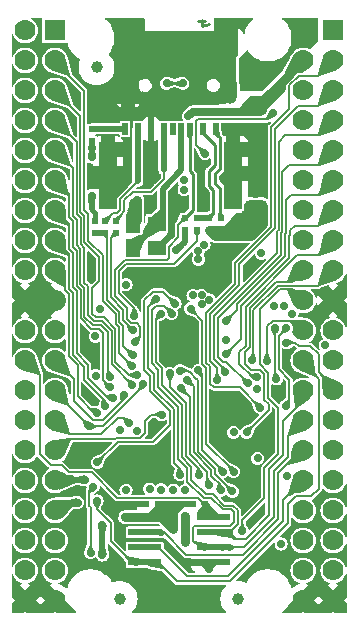
<source format=gbr>
%TF.GenerationSoftware,KiCad,Pcbnew,7.0.11-7.0.11~ubuntu22.04.1*%
%TF.CreationDate,2024-12-17T16:05:18+02:00*%
%TF.ProjectId,RP2350-PICO2-XXL_Rev_A,52503233-3530-42d5-9049-434f322d5858,A*%
%TF.SameCoordinates,PX81b3200PY6e263e0*%
%TF.FileFunction,Copper,L4,Bot*%
%TF.FilePolarity,Positive*%
%FSLAX46Y46*%
G04 Gerber Fmt 4.6, Leading zero omitted, Abs format (unit mm)*
G04 Created by KiCad (PCBNEW 7.0.11-7.0.11~ubuntu22.04.1) date 2024-12-17 16:05:18*
%MOMM*%
%LPD*%
G01*
G04 APERTURE LIST*
%ADD10C,0.222250*%
%TA.AperFunction,NonConductor*%
%ADD11C,0.222250*%
%TD*%
%TA.AperFunction,ComponentPad*%
%ADD12O,1.200000X2.200000*%
%TD*%
%TA.AperFunction,ComponentPad*%
%ADD13O,1.300000X2.000000*%
%TD*%
%TA.AperFunction,HeatsinkPad*%
%ADD14C,1.000000*%
%TD*%
%TA.AperFunction,HeatsinkPad*%
%ADD15C,1.800000*%
%TD*%
%TA.AperFunction,SMDPad,CuDef*%
%ADD16R,0.550000X0.500000*%
%TD*%
%TA.AperFunction,SMDPad,CuDef*%
%ADD17R,2.200000X0.600000*%
%TD*%
%TA.AperFunction,FiducialPad,Global*%
%ADD18C,1.000000*%
%TD*%
%TA.AperFunction,SMDPad,CuDef*%
%ADD19R,0.500000X0.550000*%
%TD*%
%TA.AperFunction,ComponentPad*%
%ADD20R,1.778000X1.778000*%
%TD*%
%TA.AperFunction,ComponentPad*%
%ADD21C,1.778000*%
%TD*%
%TA.AperFunction,SMDPad,CuDef*%
%ADD22R,1.270000X1.524000*%
%TD*%
%TA.AperFunction,SMDPad,CuDef*%
%ADD23R,1.524000X1.270000*%
%TD*%
%TA.AperFunction,SMDPad,CuDef*%
%ADD24R,0.500000X1.000000*%
%TD*%
%TA.AperFunction,SMDPad,CuDef*%
%ADD25R,1.500000X1.200000*%
%TD*%
%TA.AperFunction,SMDPad,CuDef*%
%ADD26R,1.500000X4.500000*%
%TD*%
%TA.AperFunction,ViaPad*%
%ADD27C,0.700000*%
%TD*%
%TA.AperFunction,ViaPad*%
%ADD28C,1.000000*%
%TD*%
%TA.AperFunction,Conductor*%
%ADD29C,1.016000*%
%TD*%
%TA.AperFunction,Conductor*%
%ADD30C,0.355600*%
%TD*%
%TA.AperFunction,Conductor*%
%ADD31C,0.762000*%
%TD*%
%TA.AperFunction,Conductor*%
%ADD32C,0.508000*%
%TD*%
%TA.AperFunction,Conductor*%
%ADD33C,1.778000*%
%TD*%
%TA.AperFunction,Conductor*%
%ADD34C,0.254000*%
%TD*%
%TA.AperFunction,Conductor*%
%ADD35C,1.270000*%
%TD*%
%TA.AperFunction,Conductor*%
%ADD36C,0.200000*%
%TD*%
%TA.AperFunction,Conductor*%
%ADD37C,0.406400*%
%TD*%
%TA.AperFunction,Conductor*%
%ADD38C,0.127000*%
%TD*%
%TA.AperFunction,Conductor*%
%ADD39C,0.660400*%
%TD*%
%TA.AperFunction,Conductor*%
%ADD40C,0.482600*%
%TD*%
G04 APERTURE END LIST*
D10*
D11*
X16719954Y50391334D02*
X16127287Y50391334D01*
X17058621Y50179667D02*
X16423621Y49968001D01*
X16423621Y49968001D02*
X16423621Y50518334D01*
D12*
%TO.P,USB-C1,0,SHELL*%
%TO.N,GND*%
X10180000Y44470000D03*
X18820000Y44470000D03*
D13*
X10180000Y48650000D03*
X18820000Y48650000D03*
%TD*%
D14*
%TO.P,U3,81,GND(EPAD)*%
%TO.N,GND*%
X15700000Y24450000D03*
X13300000Y24450000D03*
D15*
X14500000Y23250000D03*
D14*
X15700000Y22050000D03*
X13300000Y21980000D03*
%TD*%
D16*
%TO.P,R20,1*%
%TO.N,+3.3V*%
X15000000Y32742000D03*
%TO.P,R20,2*%
%TO.N,/GPIO11\u005CSPI1_TX\u005CSD_CMD*%
X15000000Y33758000D03*
%TD*%
D17*
%TO.P,U4,1,#CS*%
%TO.N,/GPIO8\u005CQMI_CS1n*%
X17735000Y8405000D03*
%TO.P,U4,2,DO(IO1)*%
%TO.N,/QSPI_SD1*%
X17735000Y7135000D03*
%TO.P,U4,3,#WP(IO2)*%
%TO.N,/QSPI_SD2*%
X17735000Y5865000D03*
%TO.P,U4,4,GND*%
%TO.N,GND*%
X17735000Y4595000D03*
%TO.P,U4,5,DI(IO0)*%
%TO.N,/QSPI_SD0*%
X11265000Y4595000D03*
%TO.P,U4,6,CLK*%
%TO.N,/QSPI_CLK*%
X11265000Y5865000D03*
%TO.P,U4,7,#HOLD(IO3)*%
%TO.N,/QSPI_SD3*%
X11265000Y7135000D03*
%TO.P,U4,8,VCC*%
%TO.N,+3.3V*%
X11265000Y8405000D03*
%TD*%
%TO.P,U5,1,#CS*%
%TO.N,/GPIO8\u005CQMI_CS1n*%
X17100000Y8405000D03*
%TO.P,U5,2,DO(IO1)*%
%TO.N,/QSPI_SD1*%
X17100000Y7135000D03*
%TO.P,U5,3,#WP(IO2)*%
%TO.N,/QSPI_SD2*%
X17100000Y5865000D03*
%TO.P,U5,4,GND*%
%TO.N,GND*%
X17100000Y4595000D03*
%TO.P,U5,5,DI(IO0)*%
%TO.N,/QSPI_SD0*%
X11900000Y4595000D03*
%TO.P,U5,6,CLK*%
%TO.N,/QSPI_CLK*%
X11900000Y5865000D03*
%TO.P,U5,7,#HOLD(IO3)*%
%TO.N,/QSPI_SD3*%
X11900000Y7135000D03*
%TO.P,U5,8,VCC*%
%TO.N,+3.3V*%
X11900000Y8405000D03*
%TD*%
D18*
%TO.P,FID4,Fid1,FID\u002A*%
%TO.N,unconnected-(FID4-FID\u002A-PadFid1)*%
X9450000Y1500000D03*
%TD*%
D19*
%TO.P,C26,1*%
%TO.N,GND*%
X11692000Y9500000D03*
%TO.P,C26,2*%
%TO.N,+3.3V*%
X12708000Y9500000D03*
%TD*%
D16*
%TO.P,R25,1*%
%TO.N,/GPIO10\u005CSPI1_SCK\u005CSD_CLK*%
X9150000Y32492000D03*
%TO.P,R25,2*%
%TO.N,Net-(MICRO_SD1-CLK{slash}SCLK)*%
X9150000Y33508000D03*
%TD*%
D19*
%TO.P,R16,1*%
%TO.N,+3.3V*%
X15684000Y9500000D03*
%TO.P,R16,2*%
%TO.N,/GPIO8\u005CQMI_CS1n*%
X16700000Y9500000D03*
%TD*%
D18*
%TO.P,FID6,Fid1,FID\u002A*%
%TO.N,unconnected-(FID6-FID\u002A-PadFid1)*%
X19500000Y1500000D03*
%TD*%
D16*
%TO.P,R23,1*%
%TO.N,+3.3V*%
X18000000Y32742000D03*
%TO.P,R23,2*%
%TO.N,Net-(MICRO_SD1-DAT2{slash}RES)*%
X18000000Y33758000D03*
%TD*%
D18*
%TO.P,FID5,Fid1,FID\u002A*%
%TO.N,unconnected-(FID5-FID\u002A-PadFid1)*%
X7500000Y46500000D03*
%TD*%
D16*
%TO.P,R21,1*%
%TO.N,+3.3V*%
X7350000Y33508000D03*
%TO.P,R21,2*%
%TO.N,/GPIO12\u005CSPI1_RX\u005CSD_DAT0*%
X7350000Y32492000D03*
%TD*%
%TO.P,R22,1*%
%TO.N,+3.3V*%
X7100000Y40242000D03*
%TO.P,R22,2*%
%TO.N,Net-(MICRO_SD1-DAT1{slash}RES)*%
X7100000Y41258000D03*
%TD*%
%TO.P,R19,1*%
%TO.N,+3.3V*%
X17000000Y32742000D03*
%TO.P,R19,2*%
%TO.N,Net-(MICRO_SD1-CD{slash}DAT3{slash}CS)*%
X17000000Y33758000D03*
%TD*%
D20*
%TO.P,EXT1,1,1*%
%TO.N,+3.3V*%
X4000000Y49630000D03*
D21*
%TO.P,EXT1,2,2*%
X1460000Y49630000D03*
%TO.P,EXT1,3,3*%
%TO.N,/GPIO16*%
X4000000Y47090000D03*
%TO.P,EXT1,4,4*%
%TO.N,/GPIO0\u005CUART0_TX*%
X1460000Y47090000D03*
%TO.P,EXT1,5,5*%
%TO.N,/GPIO17*%
X4000000Y44550000D03*
%TO.P,EXT1,6,6*%
%TO.N,/GPIO1\u005CUART0_RX*%
X1460000Y44550000D03*
%TO.P,EXT1,7,7*%
%TO.N,/GPIO18*%
X4000000Y42010000D03*
%TO.P,EXT1,8,8*%
%TO.N,/GPIO2\u005CI2C1_SDA*%
X1460000Y42010000D03*
%TO.P,EXT1,9,9*%
%TO.N,/GPIO19*%
X4000000Y39470000D03*
%TO.P,EXT1,10,10*%
%TO.N,/GPIO3\u005CI2C1_SCL*%
X1460000Y39470000D03*
%TO.P,EXT1,11,11*%
%TO.N,/GPIO20*%
X4000000Y36930000D03*
%TO.P,EXT1,12,12*%
%TO.N,/GPIO4\u005CSPI0_RX(MISO)*%
X1460000Y36930000D03*
%TO.P,EXT1,13,13*%
%TO.N,/GPIO21*%
X4000000Y34390000D03*
%TO.P,EXT1,14,14*%
%TO.N,/GPIO5\u005CSPI0_CSn(CS#)*%
X1460000Y34390000D03*
%TO.P,EXT1,15,15*%
%TO.N,/GPIO22*%
X4000000Y31850000D03*
%TO.P,EXT1,16,16*%
%TO.N,/GPIO6\u005CSPI0_SCK(SCK)*%
X1460000Y31850000D03*
%TO.P,EXT1,17,17*%
%TO.N,/GPIO23*%
X4000000Y29310000D03*
%TO.P,EXT1,18,18*%
%TO.N,/GPIO7\u005CSPI0_TX(MOSI)*%
X1460000Y29310000D03*
%TO.P,EXT1,19,19*%
%TO.N,GND*%
X4000000Y26770000D03*
%TO.P,EXT1,20,20*%
X1460000Y26770000D03*
%TO.P,EXT1,21,21*%
%TO.N,+3.3V*%
X4000000Y24230000D03*
%TO.P,EXT1,22,22*%
X1460000Y24230000D03*
%TO.P,EXT1,23,23*%
%TO.N,/GPIO24*%
X4000000Y21690000D03*
%TO.P,EXT1,24,24*%
%TO.N,/GPIO8\u005CQMI_CS1n*%
X1460000Y21690000D03*
%TO.P,EXT1,25,25*%
%TO.N,/GPIO25\u005CUser_Led*%
X4000000Y19150000D03*
%TO.P,EXT1,26,26*%
%TO.N,/GPIO9\u005CSPI1_CSn*%
X1460000Y19150000D03*
%TO.P,EXT1,27,27*%
%TO.N,/GPIO26*%
X4000000Y16610000D03*
%TO.P,EXT1,28,28*%
%TO.N,/GPIO10\u005CSPI1_SCK\u005CSD_CLK*%
X1460000Y16610000D03*
%TO.P,EXT1,29,29*%
%TO.N,/GPIO27*%
X4000000Y14070000D03*
%TO.P,EXT1,30,30*%
%TO.N,/GPIO11\u005CSPI1_TX\u005CSD_CMD*%
X1460000Y14070000D03*
%TO.P,EXT1,31,31*%
%TO.N,/GPIO28*%
X4000000Y11530000D03*
%TO.P,EXT1,32,32*%
%TO.N,/GPIO12\u005CSPI1_RX\u005CSD_DAT0*%
X1460000Y11530000D03*
%TO.P,EXT1,33,33*%
%TO.N,/GPIO29*%
X4000000Y8990000D03*
%TO.P,EXT1,34,34*%
%TO.N,/GPIO13*%
X1460000Y8990000D03*
%TO.P,EXT1,35,35*%
%TO.N,/GPIO30*%
X4000000Y6450000D03*
%TO.P,EXT1,36,36*%
%TO.N,/GPIO14*%
X1460000Y6450000D03*
%TO.P,EXT1,37,37*%
%TO.N,/GPIO31*%
X4000000Y3910000D03*
%TO.P,EXT1,38,38*%
%TO.N,/GPIO15*%
X1460000Y3910000D03*
%TO.P,EXT1,39,39*%
%TO.N,GND*%
X4000000Y1370000D03*
%TO.P,EXT1,40,40*%
X1460000Y1370000D03*
%TD*%
D22*
%TO.P,L3,1,1*%
%TO.N,+3.3V*%
X10600000Y33276000D03*
%TO.P,L3,2,2*%
%TO.N,/SD_VDD*%
X10600000Y31244000D03*
%TD*%
D20*
%TO.P,EXT2,1,1*%
%TO.N,+3.3V*%
X27540000Y49630000D03*
D21*
%TO.P,EXT2,2,2*%
%TO.N,VBUS*%
X25000000Y49630000D03*
%TO.P,EXT2,3,3*%
%TO.N,/GPIO32*%
X27540000Y47090000D03*
%TO.P,EXT2,4,4*%
%TO.N,VSYS*%
X25000000Y47090000D03*
%TO.P,EXT2,5,5*%
%TO.N,/GPIO33*%
X27540000Y44550000D03*
%TO.P,EXT2,6,6*%
%TO.N,GND*%
X25000000Y44550000D03*
%TO.P,EXT2,7,7*%
%TO.N,/GPIO34*%
X27540000Y42010000D03*
%TO.P,EXT2,8,8*%
%TO.N,+3.3V*%
X25000000Y42010000D03*
%TO.P,EXT2,9,9*%
%TO.N,/GPIO35*%
X27540000Y39470000D03*
%TO.P,EXT2,10,10*%
%TO.N,GND*%
X25000000Y39470000D03*
%TO.P,EXT2,11,11*%
%TO.N,/GPIO36*%
X27540000Y36930000D03*
%TO.P,EXT2,12,12*%
%TO.N,/3V3_EN*%
X25000000Y36930000D03*
%TO.P,EXT2,13,13*%
%TO.N,/GPIO37*%
X27540000Y34390000D03*
%TO.P,EXT2,14,14*%
%TO.N,/ADC_VREF*%
X25000000Y34390000D03*
%TO.P,EXT2,15,15*%
%TO.N,/GPIO38*%
X27540000Y31850000D03*
%TO.P,EXT2,16,16*%
%TO.N,GND*%
X25000000Y31850000D03*
%TO.P,EXT2,17,17*%
%TO.N,/GPIO39*%
X27540000Y29310000D03*
%TO.P,EXT2,18,18*%
%TO.N,/RUN*%
X25000000Y29310000D03*
%TO.P,EXT2,19,19*%
%TO.N,GND*%
X27540000Y26770000D03*
%TO.P,EXT2,20,20*%
%TO.N,/BOOTSEL#*%
X25000000Y26770000D03*
%TO.P,EXT2,21,21*%
%TO.N,+3.3V*%
X27540000Y24230000D03*
%TO.P,EXT2,22,22*%
X25000000Y24230000D03*
%TO.P,EXT2,23,23*%
%TO.N,/GPIO40*%
X27540000Y21690000D03*
%TO.P,EXT2,24,24*%
%TO.N,/QSPI_SD0*%
X25000000Y21690000D03*
%TO.P,EXT2,25,25*%
%TO.N,/GPIO41*%
X27540000Y19150000D03*
%TO.P,EXT2,26,26*%
%TO.N,/QSPI_SD1*%
X25000000Y19150000D03*
%TO.P,EXT2,27,27*%
%TO.N,/GPIO42*%
X27540000Y16610000D03*
%TO.P,EXT2,28,28*%
%TO.N,/QSPI_SD2*%
X25000000Y16610000D03*
%TO.P,EXT2,29,29*%
%TO.N,/GPIO43*%
X27540000Y14070000D03*
%TO.P,EXT2,30,30*%
%TO.N,/QSPI_SD3*%
X25000000Y14070000D03*
%TO.P,EXT2,31,31*%
%TO.N,/GPIO44*%
X27540000Y11530000D03*
%TO.P,EXT2,32,32*%
%TO.N,/QSPI_CLK*%
X25000000Y11530000D03*
%TO.P,EXT2,33,33*%
%TO.N,/GPIO45*%
X27540000Y8990000D03*
%TO.P,EXT2,34,34*%
%TO.N,/QSPI_CSn*%
X25000000Y8990000D03*
%TO.P,EXT2,35,35*%
%TO.N,/GPIO46*%
X27540000Y6450000D03*
%TO.P,EXT2,36,36*%
%TO.N,/SWDIO*%
X25000000Y6450000D03*
%TO.P,EXT2,37,37*%
%TO.N,/GPIO47*%
X27540000Y3910000D03*
%TO.P,EXT2,38,38*%
%TO.N,/SWCLK*%
X25000000Y3910000D03*
%TO.P,EXT2,39,39*%
%TO.N,GND*%
X27540000Y1370000D03*
%TO.P,EXT2,40,40*%
X25000000Y1370000D03*
%TD*%
D16*
%TO.P,R24,1*%
%TO.N,/GPIO9\u005CSPI1_CSn*%
X16000000Y32742000D03*
%TO.P,R24,2*%
%TO.N,Net-(MICRO_SD1-CD{slash}DAT3{slash}CS)*%
X16000000Y33758000D03*
%TD*%
D23*
%TO.P,C27,1*%
%TO.N,/SD_VDD*%
X12600000Y33266000D03*
%TO.P,C27,2*%
%TO.N,GND*%
X12600000Y31234000D03*
%TD*%
D24*
%TO.P,MICRO_SD1,1,DAT2/RES*%
%TO.N,Net-(MICRO_SD1-DAT2{slash}RES)*%
X17600000Y41300000D03*
%TO.P,MICRO_SD1,2,CD/DAT3/CS*%
%TO.N,Net-(MICRO_SD1-CD{slash}DAT3{slash}CS)*%
X16500000Y41300000D03*
%TO.P,MICRO_SD1,3,CMD/DI*%
%TO.N,/GPIO11\u005CSPI1_TX\u005CSD_CMD*%
X15400000Y41300000D03*
%TO.P,MICRO_SD1,4,VDD*%
%TO.N,/SD_VDD*%
X14650000Y41300000D03*
%TO.P,MICRO_SD1,5,CLK/SCLK*%
%TO.N,Net-(MICRO_SD1-CLK{slash}SCLK)*%
X13200000Y41300000D03*
%TO.P,MICRO_SD1,6,GND*%
%TO.N,GND*%
X12100000Y41300000D03*
%TO.P,MICRO_SD1,7,DAT0/DO*%
%TO.N,Net-(MICRO_SD1-DAT0{slash}DO)*%
X11000000Y41300000D03*
%TO.P,MICRO_SD1,8,DAT1/RES*%
%TO.N,Net-(MICRO_SD1-DAT1{slash}RES)*%
X9900000Y41300000D03*
%TO.P,MICRO_SD1,CD1,Card_Detect*%
%TO.N,unconnected-(MICRO_SD1-Card_Detect-PadCD1)*%
X13950000Y41300000D03*
D25*
%TO.P,MICRO_SD1,CH1,Card_Housing*%
%TO.N,GND*%
X8450000Y39550000D03*
D26*
X8450000Y37500000D03*
D25*
X8450000Y35100000D03*
X19050000Y39550000D03*
D26*
X19050000Y37500000D03*
D25*
X19050000Y35100000D03*
%TD*%
D16*
%TO.P,R26,1*%
%TO.N,/GPIO12\u005CSPI1_RX\u005CSD_DAT0*%
X8250000Y32492000D03*
%TO.P,R26,2*%
%TO.N,Net-(MICRO_SD1-DAT0{slash}DO)*%
X8250000Y33508000D03*
%TD*%
D27*
%TO.N,GND*%
X12600000Y12800000D03*
X8970000Y8600000D03*
X11900000Y36600000D03*
D28*
X13500000Y48750000D03*
X11500000Y48750000D03*
D27*
X7097500Y28891743D03*
X11900000Y35300000D03*
X18600000Y31250000D03*
X10125000Y14150000D03*
X19400000Y31250000D03*
D28*
X10177000Y50095000D03*
D27*
X13400000Y12800000D03*
X7159000Y36600000D03*
X19675000Y14000000D03*
X7320302Y18172075D03*
X6789425Y22650000D03*
X16400000Y35287997D03*
X12200000Y15800000D03*
X10000000Y11700000D03*
X20250000Y29500000D03*
X18600000Y30500000D03*
D28*
X17450000Y1000000D03*
X17500000Y48750000D03*
X8500000Y44500000D03*
X15500000Y48750000D03*
D27*
X11905000Y34500000D03*
X16400000Y36092000D03*
X18600000Y29750000D03*
X8970000Y9350000D03*
X5925000Y7700000D03*
X19650000Y37350000D03*
D28*
X9572398Y46522400D03*
D27*
X18900000Y37350000D03*
X10000000Y12500000D03*
X5925000Y5300000D03*
X23046304Y18642961D03*
X23570000Y21910000D03*
D28*
X16300000Y1000000D03*
D27*
X20200000Y13300000D03*
D28*
X10750000Y46522400D03*
D27*
X20488119Y7920497D03*
X9800000Y36600000D03*
X13912002Y33600000D03*
D28*
X18813000Y50095000D03*
D27*
X21600000Y4500000D03*
X13912002Y34349994D03*
X18200000Y37100000D03*
X17000000Y4050000D03*
%TO.N,/USB_D+*%
X13435390Y45142000D03*
X14803393Y45144771D03*
%TO.N,+3.3V*%
X7100000Y39650000D03*
X9488808Y15758000D03*
X21600000Y33950000D03*
X20800000Y33950000D03*
X21600000Y33200000D03*
X21450000Y30750000D03*
X14000000Y7400000D03*
X10915000Y35300000D03*
D28*
X21500000Y34800000D03*
D27*
X19500000Y33800000D03*
X20800000Y33200000D03*
X7782038Y26013000D03*
D28*
X10750000Y34500000D03*
D27*
X17026189Y26813811D03*
X15660000Y27200000D03*
X21090000Y19240000D03*
X10903817Y15742404D03*
X10000000Y10700000D03*
X14918034Y36150000D03*
X19500000Y33000000D03*
X13424639Y8025844D03*
D28*
X20500000Y34800000D03*
D27*
X21955678Y21611944D03*
X16400000Y26440000D03*
X7100000Y38900000D03*
X14250000Y31000000D03*
X9912800Y8405000D03*
X21145968Y13391936D03*
X16400000Y27206498D03*
X10000000Y28100000D03*
X14918034Y36923966D03*
X19300000Y32250000D03*
X7436498Y20400000D03*
X7089789Y35631777D03*
%TO.N,/+1V1*%
X16130000Y30250000D03*
X16130000Y30973803D03*
X7400877Y23728242D03*
X18500000Y23450000D03*
X19100000Y15600006D03*
X16600000Y31500000D03*
%TO.N,/SWDIO*%
X23600000Y11900000D03*
%TO.N,/RUN*%
X8000000Y7765500D03*
X8000000Y5200000D03*
X20200000Y15600000D03*
%TO.N,VBUS*%
X20800000Y45000000D03*
X20800000Y46600000D03*
X20097318Y46990715D03*
X20800000Y45800000D03*
%TO.N,/GPIO25\u005CUser_Led*%
X11444402Y19674500D03*
X6889850Y16109850D03*
X7216596Y11000000D03*
X7000000Y5400000D03*
%TO.N,/GPIO29*%
X5900000Y9650002D03*
%TO.N,/GPIO7\u005CSPI0_TX(MOSI)*%
X14656263Y19321525D03*
X16985184Y11127541D03*
%TO.N,/GPIO5\u005CSPI0_CSn(CS#)*%
X14570816Y20825900D03*
X18990761Y10590157D03*
%TO.N,/GPIO4\u005CSPI0_RX(MISO)*%
X16211794Y11988233D03*
X13700000Y20600000D03*
%TO.N,/GPIO0\u005CUART0_TX*%
X12000000Y10800000D03*
%TO.N,/GPIO1\u005CUART0_RX*%
X12966095Y10740595D03*
%TO.N,/GPIO18*%
X10538813Y19621658D03*
%TO.N,/GPIO24*%
X9820000Y18799998D03*
%TO.N,/GPIO20*%
X8650000Y19400000D03*
%TO.N,/GPIO19*%
X8663498Y20300000D03*
%TO.N,/GPIO21*%
X8900000Y18500000D03*
%TO.N,/GPIO23*%
X7517592Y17268482D03*
%TO.N,/GPIO22*%
X8218084Y17849416D03*
%TO.N,/GPIO26*%
X10248685Y16359500D03*
%TO.N,/GPIO27*%
X13046085Y17099596D03*
%TO.N,/GPIO28*%
X6500000Y11600000D03*
%TO.N,/3V3_EN*%
X16699996Y39200000D03*
X22432500Y42600000D03*
%TO.N,/BOOTSEL#*%
X19851721Y7284100D03*
X23127467Y6147533D03*
%TO.N,VSYS*%
X15281782Y42381788D03*
X20700000Y43700000D03*
X21500000Y43700000D03*
X20700000Y42900000D03*
X21500000Y42900000D03*
%TO.N,/GPIO9\u005CSPI1_CSn*%
X10710192Y25467675D03*
%TO.N,/GPIO12\u005CSPI1_RX\u005CSD_DAT0*%
X10559378Y22126459D03*
%TO.N,/GPIO10\u005CSPI1_SCK\u005CSD_CLK*%
X10600444Y24236500D03*
%TO.N,/GPIO11\u005CSPI1_TX\u005CSD_CMD*%
X10749492Y23279335D03*
%TO.N,/GPIO3\u005CI2C1_SCL*%
X13993264Y10701256D03*
%TO.N,/GPIO2\u005CI2C1_SDA*%
X14999995Y6299995D03*
X14999996Y8500002D03*
X15000000Y10700000D03*
%TO.N,/GPIO17*%
X10966127Y20439922D03*
%TO.N,/GPIO16*%
X10529561Y21226951D03*
%TO.N,/GPIO6\u005CSPI0_SCK(SCK)*%
X18000000Y10700000D03*
X15172670Y20058633D03*
%TO.N,/GPIO47*%
X22515809Y26331194D03*
%TO.N,/GPIO46*%
X23414302Y26285698D03*
%TO.N,/GPIO45*%
X24053960Y25652577D03*
%TO.N,/QSPI_CSn*%
X12531613Y26900000D03*
X14568988Y12025000D03*
%TO.N,/GPIO44*%
X23559283Y24438500D03*
X23538814Y17825921D03*
%TO.N,/QSPI_CLK*%
X16120547Y20845998D03*
X18210000Y12260000D03*
%TO.N,/QSPI_SD0*%
X14152408Y26506374D03*
X7561065Y13050000D03*
X7550355Y9780209D03*
%TO.N,/QSPI_SD1*%
X12963500Y25654002D03*
%TO.N,/GPIO41*%
X23525000Y23200002D03*
%TO.N,/GPIO42*%
X26850000Y22960368D03*
%TO.N,/QSPI_SD2*%
X13863503Y25654002D03*
%TO.N,/QSPI_SD3*%
X15461683Y26061683D03*
X19112196Y12272115D03*
%TO.N,/GPIO43*%
X22725000Y20125000D03*
X22632546Y24423825D03*
%TO.N,/GPIO35*%
X20340000Y19740000D03*
%TO.N,/GPIO34*%
X18376267Y20676267D03*
%TO.N,/GPIO33*%
X17739869Y20039869D03*
%TO.N,/GPIO32*%
X21370000Y17686500D03*
%TO.N,/GPIO36*%
X18440000Y25010000D03*
%TO.N,/GPIO37*%
X18439608Y22193758D03*
%TO.N,/GPIO38*%
X21086500Y20252141D03*
%TO.N,/GPIO39*%
X20700000Y21700000D03*
%TD*%
D29*
%TO.N,GND*%
X18813000Y44477000D02*
X18820000Y44470000D01*
X18720000Y48750000D02*
X18820000Y48650000D01*
D30*
X7134605Y44470000D02*
X10180000Y44470000D01*
D29*
X10750000Y46522400D02*
X11590000Y46522400D01*
D31*
X10500000Y13775000D02*
X10500000Y12200000D01*
D29*
X11590000Y46522400D02*
X17339495Y46522400D01*
D31*
X19050000Y36250000D02*
X19050000Y35100000D01*
D30*
X4524726Y48356800D02*
X5806200Y47075326D01*
D29*
X9572398Y47420000D02*
X9572398Y49490398D01*
X10750000Y46522400D02*
X11213800Y46986200D01*
D30*
X5806200Y47075326D02*
X5806200Y45798405D01*
D29*
X8500000Y44500000D02*
X10150000Y44500000D01*
X10750000Y46522400D02*
X10180000Y47092400D01*
X12220000Y48000000D02*
X16660000Y48000000D01*
X11534100Y47306500D02*
X18356500Y47306500D01*
D32*
X9482600Y9500000D02*
X9141300Y9158700D01*
D29*
X17663000Y48000000D02*
X18356500Y47306500D01*
D32*
X12100000Y41300000D02*
X12100000Y36800000D01*
D30*
X10180000Y44470000D02*
X10180000Y45112400D01*
D29*
X16660000Y48000000D02*
X17663000Y48000000D01*
D31*
X10000000Y11700000D02*
X10500000Y12200000D01*
D29*
X9092000Y43908000D02*
X17470000Y43908000D01*
X18813000Y46830000D02*
X18813000Y44477000D01*
D31*
X10000000Y14025000D02*
X10125000Y14150000D01*
X10500000Y12200000D02*
X11100000Y12800000D01*
D29*
X18820000Y45041895D02*
X18820000Y44470000D01*
D30*
X5806200Y45798405D02*
X7134605Y44470000D01*
D31*
X10000000Y12500000D02*
X10000000Y11700000D01*
X12600000Y12800000D02*
X11600000Y12800000D01*
D33*
X4000000Y26770000D02*
X1460000Y26770000D01*
D29*
X10548000Y44470000D02*
X11110000Y43908000D01*
D31*
X9800000Y36600000D02*
X8450000Y35250000D01*
D30*
X2733200Y47833200D02*
X3256800Y48356800D01*
D31*
X18200000Y37100000D02*
X18450000Y37350000D01*
D29*
X17829895Y43908000D02*
X18478000Y44556105D01*
D31*
X18900000Y37350000D02*
X19650000Y37350000D01*
D30*
X9141300Y9158700D02*
X9141300Y7950000D01*
X2733200Y28036800D02*
X2733200Y47833200D01*
D34*
X15130000Y4590000D02*
X13220000Y6500000D01*
D29*
X10548000Y46320400D02*
X10548000Y44470000D01*
X10750000Y48000000D02*
X12220000Y48000000D01*
D35*
X1460000Y26770000D02*
X2726800Y28036800D01*
D29*
X18813000Y47437000D02*
X18813000Y46830000D01*
D30*
X9141300Y7950000D02*
X9141300Y7008700D01*
D32*
X5925000Y5300000D02*
X5925000Y7700000D01*
D31*
X11600000Y12800000D02*
X10300000Y12800000D01*
X10125000Y14150000D02*
X11475000Y12800000D01*
X8700000Y37250000D02*
X8700000Y36600000D01*
D30*
X9141300Y8428700D02*
X8970000Y8600000D01*
X8950000Y9350000D02*
X9141300Y9158700D01*
D31*
X10000000Y12500000D02*
X10000000Y14025000D01*
D29*
X10750000Y46522400D02*
X10750000Y48000000D01*
X10750000Y46522400D02*
X10548000Y46320400D01*
X18478000Y44556105D02*
X18478000Y46172000D01*
D31*
X8970000Y9350000D02*
X8970000Y8600000D01*
D34*
X15280000Y4590000D02*
X15130000Y4590000D01*
D29*
X10180000Y47092400D02*
X10180000Y48650000D01*
D30*
X3256800Y48356800D02*
X4524726Y48356800D01*
D32*
X11692000Y9500000D02*
X10240000Y9500000D01*
D29*
X10180000Y45952400D02*
X10750000Y46522400D01*
D31*
X8450000Y35250000D02*
X8450000Y35100000D01*
X18450000Y37350000D02*
X18900000Y37350000D01*
D29*
X9572398Y46522400D02*
X10750000Y46522400D01*
D31*
X8700000Y36600000D02*
X9800000Y36600000D01*
D35*
X4000000Y26770000D02*
X2733200Y28036800D01*
D30*
X9141300Y7950000D02*
X9141300Y8428700D01*
D32*
X10240000Y9500000D02*
X9482600Y9500000D01*
D29*
X10180000Y44470000D02*
X10180000Y45952400D01*
D31*
X13400000Y12800000D02*
X12600000Y12800000D01*
D32*
X12600000Y31234000D02*
X12727000Y31234000D01*
D29*
X18250000Y48000000D02*
X18813000Y47437000D01*
X11500000Y48750000D02*
X18720000Y48750000D01*
X18820000Y45586000D02*
X18820000Y44470000D01*
D32*
X15280000Y4590000D02*
X16460000Y4590000D01*
D31*
X18200000Y37100000D02*
X19050000Y36250000D01*
D29*
X11213800Y46986200D02*
X12220000Y47992400D01*
D32*
X10240000Y9500000D02*
X9120000Y9500000D01*
D29*
X18258000Y43908000D02*
X18820000Y44470000D01*
X16660000Y48000000D02*
X18250000Y48000000D01*
X18356500Y47306500D02*
X18813000Y46850000D01*
X18478000Y46172000D02*
X17860000Y46790000D01*
D32*
X17735000Y4595000D02*
X17545000Y4595000D01*
D29*
X17339495Y46522400D02*
X18820000Y45041895D01*
D32*
X17545000Y4595000D02*
X17000000Y4050000D01*
D31*
X10125000Y14150000D02*
X10500000Y13775000D01*
D29*
X8500000Y44500000D02*
X9092000Y43908000D01*
D31*
X8700000Y36600000D02*
X7159000Y36600000D01*
D32*
X13912002Y33500006D02*
X13912002Y34250000D01*
X17000000Y4050000D02*
X17000000Y4495000D01*
D29*
X17500000Y48782000D02*
X18813000Y50095000D01*
X12220000Y47992400D02*
X12220000Y48000000D01*
X18813000Y46850000D02*
X18813000Y46830000D01*
X9572398Y49490398D02*
X10177000Y50095000D01*
X17470000Y43908000D02*
X18258000Y43908000D01*
X9508000Y47484398D02*
X9572398Y47420000D01*
X10180000Y45112400D02*
X11590000Y46522400D01*
X11213800Y46986200D02*
X11534100Y47306500D01*
X17470000Y43908000D02*
X17829895Y43908000D01*
D31*
X10300000Y12800000D02*
X10000000Y12500000D01*
D32*
X12727000Y31234000D02*
X13912002Y32419002D01*
D29*
X9508000Y49426000D02*
X9508000Y47484398D01*
D31*
X18200000Y37100000D02*
X19400000Y37100000D01*
X11475000Y12800000D02*
X11600000Y12800000D01*
D29*
X11500000Y48772000D02*
X10177000Y50095000D01*
X9572398Y46522400D02*
X9572398Y45572398D01*
D32*
X16460000Y4590000D02*
X17000000Y4050000D01*
D31*
X8450000Y37500000D02*
X8700000Y37250000D01*
X11100000Y12800000D02*
X11475000Y12800000D01*
D29*
X10150000Y44500000D02*
X10180000Y44470000D01*
D35*
X2726800Y28036800D02*
X2733200Y28036800D01*
D34*
X13220000Y6500000D02*
X9650000Y6500000D01*
D29*
X18813000Y50095000D02*
X18813000Y46850000D01*
D32*
X9120000Y9500000D02*
X8970000Y9350000D01*
D29*
X17500000Y48750000D02*
X18813000Y47437000D01*
D32*
X17000000Y4495000D02*
X17100000Y4595000D01*
D31*
X19400000Y37100000D02*
X19650000Y37350000D01*
D29*
X17500000Y48750000D02*
X17500000Y48782000D01*
X9572398Y49490398D02*
X9508000Y49426000D01*
X9572398Y46522400D02*
X9572398Y47420000D01*
X10750000Y48000000D02*
X11500000Y48750000D01*
D32*
X10240000Y9500000D02*
X9100000Y9500000D01*
D29*
X11500000Y48750000D02*
X11500000Y48772000D01*
X9572398Y45572398D02*
X8500000Y44500000D01*
D30*
X9141300Y7008700D02*
X9650000Y6500000D01*
D32*
X12100000Y36800000D02*
X11900000Y36600000D01*
X9100000Y9500000D02*
X8950000Y9350000D01*
X13912002Y32419002D02*
X13912002Y33500006D01*
D36*
%TO.N,/USB_D+*%
X14800622Y45142000D02*
X14803393Y45144771D01*
X13435390Y45142000D02*
X14800622Y45142000D01*
D37*
%TO.N,+3.3V*%
X7350000Y34200000D02*
X7089789Y34460211D01*
D32*
X15400000Y9500000D02*
X14200000Y9500000D01*
X15000000Y32742000D02*
X15000000Y31750000D01*
D31*
X12708000Y8692000D02*
X12708000Y8742483D01*
D32*
X19242000Y32742000D02*
X19500000Y33000000D01*
D31*
X21500000Y34800000D02*
X21500000Y33900000D01*
D38*
X23847500Y25060000D02*
X24677500Y24230000D01*
D32*
X13045483Y8405000D02*
X13424639Y8025844D01*
X17000000Y32742000D02*
X18000000Y32742000D01*
D31*
X10915000Y33591000D02*
X10600000Y33276000D01*
X13424639Y8025844D02*
X13424639Y7975361D01*
X20500000Y32250000D02*
X20600000Y32250000D01*
X19300000Y32250000D02*
X19300000Y32800000D01*
D32*
X7100000Y40242000D02*
X7100000Y38900000D01*
D31*
X20800000Y33200000D02*
X20800000Y33950000D01*
X18000000Y32742000D02*
X18442000Y32742000D01*
D32*
X13100000Y8350483D02*
X13100000Y9500000D01*
D31*
X19850000Y32250000D02*
X20500000Y32250000D01*
X19300000Y32250000D02*
X17492000Y32250000D01*
X20600000Y32250000D02*
X21600000Y33250000D01*
D32*
X13424639Y9475361D02*
X13400000Y9500000D01*
D31*
X10915000Y35300000D02*
X10915000Y33591000D01*
X19500000Y33000000D02*
X20450000Y33950000D01*
X17000000Y32742000D02*
X19242000Y32742000D01*
D32*
X18000000Y32742000D02*
X19242000Y32742000D01*
D31*
X19500000Y32450000D02*
X20250000Y33200000D01*
X19500000Y33000000D02*
X19500000Y33800000D01*
D32*
X13100000Y9500000D02*
X12708000Y9500000D01*
D31*
X13424639Y7975361D02*
X14000000Y7400000D01*
X20200000Y33800000D02*
X19500000Y33800000D01*
X20600000Y32250000D02*
X19300000Y32250000D01*
D32*
X14800000Y9500000D02*
X14000000Y8700000D01*
D31*
X21600000Y33950000D02*
X21600000Y34700000D01*
D29*
X10600000Y33276000D02*
X10750000Y33426000D01*
D31*
X20080000Y33950000D02*
X20800000Y33950000D01*
D32*
X12708000Y9213000D02*
X11900000Y8405000D01*
D31*
X14000000Y8700000D02*
X14000000Y9100000D01*
D32*
X13424639Y8025844D02*
X13424639Y8724639D01*
D31*
X20800000Y34500000D02*
X20500000Y34800000D01*
D32*
X15684000Y9500000D02*
X15400000Y9500000D01*
D38*
X21955678Y24615339D02*
X22400339Y25060000D01*
D31*
X17492000Y32250000D02*
X17000000Y32742000D01*
X20800000Y33200000D02*
X20200000Y33800000D01*
D38*
X24677500Y24230000D02*
X25000000Y24230000D01*
D31*
X14000000Y9100000D02*
X13900000Y9200000D01*
X14000000Y7400000D02*
X14000000Y8700000D01*
X19850000Y32250000D02*
X20800000Y33200000D01*
D37*
X7089789Y34460211D02*
X7089789Y35631777D01*
D32*
X13424639Y8025844D02*
X13100000Y8350483D01*
X15400000Y9500000D02*
X14800000Y9500000D01*
D31*
X19300000Y32800000D02*
X19500000Y33000000D01*
D32*
X13424639Y8025844D02*
X13424639Y9475361D01*
D37*
X7350000Y33508000D02*
X7350000Y34200000D01*
D31*
X20500000Y34800000D02*
X20500000Y34370000D01*
X10600000Y33276000D02*
X10600000Y34985000D01*
D32*
X15000000Y31750000D02*
X14250000Y31000000D01*
X13424639Y8724639D02*
X13900000Y9200000D01*
D31*
X10750000Y34500000D02*
X10915000Y34665000D01*
X11265000Y8405000D02*
X13045483Y8405000D01*
X20450000Y33950000D02*
X20800000Y33950000D01*
D38*
X22400339Y25060000D02*
X23847500Y25060000D01*
D31*
X20800000Y33950000D02*
X20800000Y34500000D01*
X19300000Y32250000D02*
X19500000Y32450000D01*
X21500000Y33900000D02*
X20800000Y33200000D01*
X14000000Y7400000D02*
X12708000Y8692000D01*
X19500000Y32450000D02*
X19500000Y33000000D01*
D32*
X13900000Y9200000D02*
X14200000Y9500000D01*
D31*
X10600000Y34985000D02*
X10915000Y35300000D01*
X20500000Y34800000D02*
X21500000Y34800000D01*
D32*
X14200000Y9500000D02*
X13400000Y9500000D01*
D31*
X19300000Y32250000D02*
X19850000Y32250000D01*
D38*
X21955678Y21611944D02*
X21955678Y24615339D01*
D31*
X10915000Y34665000D02*
X10915000Y35300000D01*
D32*
X11900000Y8405000D02*
X13045483Y8405000D01*
X13400000Y9500000D02*
X13100000Y9500000D01*
X12708000Y9500000D02*
X12708000Y9213000D01*
D31*
X20250000Y33200000D02*
X20800000Y33200000D01*
X20500000Y34370000D02*
X20080000Y33950000D01*
X11265000Y8405000D02*
X9912800Y8405000D01*
X21600000Y34700000D02*
X21500000Y34800000D01*
X21600000Y33350000D02*
X21600000Y33950000D01*
X18442000Y32742000D02*
X19500000Y33800000D01*
D32*
X12708000Y8742483D02*
X12708000Y9500000D01*
D29*
X10750000Y33426000D02*
X10750000Y34500000D01*
D32*
X13045483Y8405000D02*
X12708000Y8742483D01*
%TO.N,/RUN*%
X8000000Y7700000D02*
X8000000Y5200000D01*
D38*
X25000000Y29310000D02*
X24040000Y28350000D01*
X20054000Y22400503D02*
X20054000Y21402012D01*
X21321994Y20900000D02*
X21720000Y20501994D01*
X22100000Y17987552D02*
X22100000Y17500000D01*
X20556012Y20900000D02*
X21321994Y20900000D01*
X21720000Y20501994D02*
X21720000Y18367552D01*
X20454000Y26099104D02*
X20454000Y22800503D01*
X21720000Y18367552D02*
X22100000Y17987552D01*
X24040000Y28350000D02*
X22704896Y28350000D01*
X22100000Y17500000D02*
X20200000Y15600000D01*
X20054000Y21402012D02*
X20556012Y20900000D01*
X20454000Y22800503D02*
X20054000Y22400503D01*
X22704896Y28350000D02*
X20454000Y26099104D01*
%TO.N,/GPIO25\u005CUser_Led*%
X4000000Y18999701D02*
X4000000Y19150000D01*
X6889850Y16109850D02*
X4000000Y18999701D01*
X6889850Y16109850D02*
X8060460Y16109850D01*
X6882498Y10665902D02*
X7216596Y11000000D01*
X7000000Y5400000D02*
X7000000Y9250000D01*
X6882498Y9367502D02*
X6882498Y10665902D01*
X7000000Y9250000D02*
X6882498Y9367502D01*
X11444402Y19493792D02*
X11444402Y19674500D01*
X8060460Y16109850D02*
X11444402Y19493792D01*
D32*
%TO.N,/GPIO29*%
X4660002Y9650002D02*
X4000000Y8990000D01*
X5900000Y9650002D02*
X4660002Y9650002D01*
D38*
%TO.N,/GPIO7\u005CSPI0_TX(MOSI)*%
X15385000Y13759015D02*
X16879294Y12264721D01*
X16879294Y11233431D02*
X16985184Y11127541D01*
X14656263Y19321525D02*
X15385000Y18592788D01*
X16879294Y12264721D02*
X16879294Y11233431D01*
X15385000Y18592788D02*
X15385000Y13759015D01*
%TO.N,/GPIO5\u005CSPI0_CSn(CS#)*%
X17550000Y12518911D02*
X17550000Y12030918D01*
X16112000Y13956911D02*
X17550000Y12518911D01*
X15507047Y20592953D02*
X15507047Y20591877D01*
X15507047Y20591877D02*
X15866426Y20232498D01*
X16112000Y19988000D02*
X16112000Y13956911D01*
X15867502Y20232498D02*
X16112000Y19988000D01*
X14570816Y20825900D02*
X15274100Y20825900D01*
X17550000Y12030918D02*
X18990761Y10590157D01*
X15274100Y20825900D02*
X15507047Y20592953D01*
X15866426Y20232498D02*
X15867502Y20232498D01*
%TO.N,/GPIO4\u005CSPI0_RX(MISO)*%
X13700000Y20600000D02*
X13700000Y19399792D01*
X13700000Y19399792D02*
X15058000Y18041792D01*
X16211794Y12463102D02*
X16211794Y11988233D01*
X15058000Y13616896D02*
X16211794Y12463102D01*
X15058000Y18041792D02*
X15058000Y13616896D01*
%TO.N,/GPIO18*%
X6470000Y28280000D02*
X6470000Y31229792D01*
X7979506Y25018500D02*
X7295699Y25018500D01*
X6800000Y27950000D02*
X6470000Y28280000D01*
X8777709Y24220297D02*
X7979506Y25018500D01*
X6146000Y33760500D02*
X5806500Y34100000D01*
X5806500Y40203500D02*
X4000000Y42010000D01*
X10538813Y19621658D02*
X8777709Y21382762D01*
X6470000Y31229792D02*
X6146000Y31553792D01*
X6146000Y31553792D02*
X6146000Y33760500D01*
X5806500Y34100000D02*
X5806500Y40203500D01*
X6800000Y25514199D02*
X6800000Y27950000D01*
X7295699Y25018500D02*
X6800000Y25514199D01*
X8777709Y21382762D02*
X8777709Y24220297D01*
%TO.N,/GPIO24*%
X9820000Y18799998D02*
X9820000Y18420000D01*
X5573000Y20117000D02*
X4000000Y21690000D01*
X5573000Y18270987D02*
X5573000Y20117000D01*
X9820000Y18420000D02*
X8050000Y16650000D01*
X7193987Y16650000D02*
X5573000Y18270987D01*
X8050000Y16650000D02*
X7193987Y16650000D01*
%TO.N,/GPIO20*%
X6146000Y27679104D02*
X6146000Y25243305D01*
X5492000Y31282896D02*
X5816000Y30958896D01*
X5152500Y33800000D02*
X5492000Y33460500D01*
X8049998Y24023112D02*
X8049998Y20000002D01*
X5152500Y35777500D02*
X5152500Y33800000D01*
X7708610Y24364500D02*
X8049998Y24023112D01*
X8049998Y20000002D02*
X8650000Y19400000D01*
X6146000Y25243305D02*
X7024805Y24364500D01*
X7024805Y24364500D02*
X7708610Y24364500D01*
X4000000Y36930000D02*
X5152500Y35777500D01*
X5492000Y33460500D02*
X5492000Y31282896D01*
X5816000Y28009104D02*
X6146000Y27679104D01*
X5816000Y30958896D02*
X5816000Y28009104D01*
%TO.N,/GPIO19*%
X7844058Y24691500D02*
X8450689Y24084869D01*
X6143000Y28144552D02*
X6473000Y27814552D01*
X8450689Y20512809D02*
X8663498Y20300000D01*
X6473000Y25378753D02*
X7160253Y24691500D01*
X5819000Y31418344D02*
X6143000Y31094344D01*
X5819000Y33595948D02*
X5819000Y31418344D01*
X8450689Y24084869D02*
X8450689Y20512809D01*
X5479500Y33935448D02*
X5819000Y33595948D01*
X7160253Y24691500D02*
X7844058Y24691500D01*
X6143000Y31094344D02*
X6143000Y28144552D01*
X5479500Y37990500D02*
X5479500Y33935448D01*
X6473000Y27814552D02*
X6473000Y25378753D01*
X4000000Y39470000D02*
X5479500Y37990500D01*
%TO.N,/GPIO21*%
X5489000Y30823448D02*
X5165000Y31147448D01*
X6800000Y20162448D02*
X6800000Y21300000D01*
X5165000Y33225000D02*
X4000000Y34390000D01*
X5165000Y31147448D02*
X5165000Y33225000D01*
X8900000Y18500000D02*
X8462448Y18500000D01*
X8462448Y18500000D02*
X6800000Y20162448D01*
X6800000Y21300000D02*
X5819000Y22281000D01*
X5489000Y27873656D02*
X5489000Y30823448D01*
X5819000Y22281000D02*
X5819000Y27543656D01*
X5819000Y27543656D02*
X5489000Y27873656D01*
%TO.N,/GPIO23*%
X4000000Y29310000D02*
X4825500Y28484500D01*
X5900000Y21275104D02*
X5900000Y18648389D01*
X5900000Y18648389D02*
X7279907Y17268482D01*
X4825500Y27612260D02*
X5152500Y27285260D01*
X5152500Y22022604D02*
X5900000Y21275104D01*
X4825500Y28484500D02*
X4825500Y27612260D01*
X7279907Y17268482D02*
X7517592Y17268482D01*
X5152500Y27285260D02*
X5152500Y22022604D01*
%TO.N,/GPIO22*%
X6473000Y21164552D02*
X5479500Y22158052D01*
X5479500Y27420708D02*
X5152500Y27747708D01*
X6473000Y20027000D02*
X6473000Y21164552D01*
X8218084Y17849416D02*
X8218084Y18281916D01*
X8218084Y18281916D02*
X6473000Y20027000D01*
X5152500Y27747708D02*
X5152500Y30697500D01*
X5152500Y30697500D02*
X4000000Y31850000D01*
X5479500Y22158052D02*
X5479500Y27420708D01*
%TO.N,/GPIO26*%
X9287552Y16850000D02*
X7862552Y15425000D01*
X5185000Y15425000D02*
X4000000Y16610000D01*
X9758185Y16850000D02*
X9287552Y16850000D01*
X10248685Y16359500D02*
X9758185Y16850000D01*
X7862552Y15425000D02*
X5185000Y15425000D01*
%TO.N,/GPIO27*%
X11586500Y15545879D02*
X11586500Y16536500D01*
X11586500Y16536500D02*
X12149596Y17099596D01*
X9170117Y15121500D02*
X11162121Y15121500D01*
X11162121Y15121500D02*
X11586500Y15545879D01*
X4980000Y15050000D02*
X9098617Y15050000D01*
X4000000Y14070000D02*
X4980000Y15050000D01*
X12149596Y17099596D02*
X13046085Y17099596D01*
X9098617Y15050000D02*
X9170117Y15121500D01*
D32*
%TO.N,/GPIO28*%
X4000000Y11530000D02*
X4070000Y11600000D01*
X4070000Y11600000D02*
X6500000Y11600000D01*
D36*
%TO.N,/3V3_EN*%
X15950000Y41950000D02*
X15950000Y39950000D01*
X21952500Y42120000D02*
X16120000Y42120000D01*
X22432500Y42600000D02*
X21952500Y42120000D01*
X16699996Y39200004D02*
X16699996Y39200000D01*
X15950000Y39950000D02*
X16699996Y39200004D01*
X16120000Y42120000D02*
X15950000Y41950000D01*
D38*
%TO.N,/BOOTSEL#*%
X19851721Y8151721D02*
X21700000Y10000000D01*
X22900000Y17650000D02*
X22050000Y18500000D01*
X19851721Y7284100D02*
X19851721Y8151721D01*
X22050000Y20650000D02*
X21313500Y21386500D01*
X21313500Y26013500D02*
X22996000Y27696000D01*
X22996000Y27696000D02*
X24074000Y27696000D01*
X21313500Y21386500D02*
X21313500Y26013500D01*
X22050000Y18500000D02*
X22050000Y20650000D01*
X21700000Y12600000D02*
X22900000Y13800000D01*
X21700000Y10000000D02*
X21700000Y12600000D01*
X22900000Y13800000D02*
X22900000Y17650000D01*
X24074000Y27696000D02*
X25000000Y26770000D01*
D31*
%TO.N,VSYS*%
X20700000Y42900000D02*
X21500000Y43700000D01*
D39*
X15649994Y42750000D02*
X15281782Y42381788D01*
D31*
X20700000Y43700000D02*
X20700000Y42900000D01*
D39*
X19600000Y42750000D02*
X20550000Y42750000D01*
D31*
X23255000Y45375000D02*
X21580000Y43700000D01*
X21580000Y43700000D02*
X21500000Y43700000D01*
D39*
X20550000Y42750000D02*
X21350000Y42750000D01*
X20550000Y42750000D02*
X20700000Y42900000D01*
X19600000Y42750000D02*
X15649994Y42750000D01*
D31*
X20700000Y42900000D02*
X21500000Y42900000D01*
D32*
X23255000Y44655000D02*
X23255000Y45375000D01*
D31*
X25000000Y47090000D02*
X24970000Y47090000D01*
D39*
X20700000Y43700000D02*
X19750000Y42750000D01*
D31*
X24970000Y47090000D02*
X23255000Y45375000D01*
X21610000Y43700000D02*
X21500000Y43700000D01*
X21500000Y43700000D02*
X20700000Y43700000D01*
D32*
X21500000Y42900000D02*
X23255000Y44655000D01*
D39*
X21350000Y42750000D02*
X21500000Y42900000D01*
X19750000Y42750000D02*
X19600000Y42750000D01*
D40*
%TO.N,/SD_VDD*%
X13100000Y34230000D02*
X13100000Y33766000D01*
X13100000Y36225000D02*
X13100000Y34230000D01*
X12600000Y33266000D02*
X12600000Y33730000D01*
D32*
X10584000Y31260000D02*
X10560000Y31260000D01*
D40*
X14650000Y41300000D02*
X14650000Y37775000D01*
D32*
X10600000Y31244000D02*
X10584000Y31260000D01*
D40*
X13100000Y33766000D02*
X12600000Y33266000D01*
X12600000Y33730000D02*
X13100000Y34230000D01*
D32*
X12566000Y33266000D02*
X12600000Y33266000D01*
D37*
X10560000Y31260000D02*
X12566000Y33266000D01*
D40*
X14650000Y37775000D02*
X13100000Y36225000D01*
D38*
%TO.N,/GPIO9\u005CSPI1_CSn*%
X10710192Y25467675D02*
X10710192Y26089808D01*
X10710192Y26089808D02*
X9386500Y27413500D01*
X14081516Y29868776D02*
X16000000Y31787261D01*
X16000000Y31787261D02*
X16000000Y32742000D01*
X9386500Y29224052D02*
X10031224Y29868776D01*
X10031224Y29868776D02*
X14081516Y29868776D01*
X9386500Y27413500D02*
X9386500Y29224052D01*
%TO.N,/GPIO12\u005CSPI1_RX\u005CSD_DAT0*%
X9442692Y24942658D02*
X9758709Y24626641D01*
X9758709Y24626641D02*
X9758709Y22927128D01*
X8250000Y32492000D02*
X8373000Y32369000D01*
X9442692Y25757308D02*
X9442692Y24942658D01*
X9758709Y22927128D02*
X10559378Y22126459D01*
X8373000Y26827000D02*
X9442692Y25757308D01*
X8373000Y32369000D02*
X8373000Y26827000D01*
D32*
X7350000Y32492000D02*
X8250000Y32492000D01*
D38*
%TO.N,/GPIO8\u005CQMI_CS1n*%
X3640118Y12800000D02*
X2700000Y13740118D01*
D32*
X16595000Y8405000D02*
X16258000Y8742000D01*
D38*
X4575000Y12800000D02*
X3640118Y12800000D01*
D32*
X16700000Y9500000D02*
X17735000Y8465000D01*
D38*
X16099052Y10038500D02*
X9261500Y10038500D01*
D32*
X16258000Y8742000D02*
X16700000Y9184000D01*
X17100000Y8405000D02*
X16595000Y8405000D01*
X16700000Y9184000D02*
X16700000Y9500000D01*
X17735000Y8465000D02*
X17735000Y8405000D01*
D38*
X2700000Y13740118D02*
X2700000Y20450000D01*
X9261500Y10038500D02*
X7086500Y12213500D01*
D32*
X17735000Y8405000D02*
X17100000Y8405000D01*
D38*
X16637552Y9500000D02*
X16099052Y10038500D01*
D32*
X16700000Y8805000D02*
X17100000Y8405000D01*
X16700000Y9500000D02*
X16700000Y8805000D01*
D38*
X16700000Y9500000D02*
X16637552Y9500000D01*
X5161500Y12213500D02*
X4575000Y12800000D01*
X7086500Y12213500D02*
X5161500Y12213500D01*
X2700000Y20450000D02*
X1460000Y21690000D01*
%TO.N,/GPIO10\u005CSPI1_SCK\u005CSD_CLK*%
X9769692Y25078106D02*
X9769692Y25967860D01*
X10600444Y24247354D02*
X9769692Y25078106D01*
X8700000Y32042000D02*
X9150000Y32492000D01*
X10600444Y24236500D02*
X10600444Y24247354D01*
X8700000Y27037552D02*
X8700000Y32042000D01*
X9769692Y25967860D02*
X8700000Y27037552D01*
D34*
%TO.N,/GPIO11\u005CSPI1_TX\u005CSD_CMD*%
X15000000Y33758000D02*
X15008000Y33758000D01*
D38*
X11223000Y24527000D02*
X10895825Y24854175D01*
X9050000Y27150000D02*
X9050000Y29350000D01*
X10749492Y23279335D02*
X11223000Y23752843D01*
X10096692Y26103308D02*
X9050000Y27150000D01*
X10456071Y24854175D02*
X10096692Y25213554D01*
X13625500Y30400000D02*
X13625500Y31293644D01*
D34*
X15400000Y37700000D02*
X15400000Y41300000D01*
D38*
X13425500Y30200000D02*
X13625500Y30400000D01*
D34*
X15650000Y34400000D02*
X15650000Y37450000D01*
D38*
X11223000Y23752843D02*
X11223000Y24527000D01*
X13625500Y31293644D02*
X14429502Y32097646D01*
X9900000Y30200000D02*
X13425500Y30200000D01*
D34*
X15650000Y37450000D02*
X15400000Y37700000D01*
D38*
X14429502Y33187502D02*
X15000000Y33758000D01*
X10895825Y24854175D02*
X10456071Y24854175D01*
D34*
X15008000Y33758000D02*
X15650000Y34400000D01*
D38*
X14429502Y32097646D02*
X14429502Y33187502D01*
X9050000Y29350000D02*
X9900000Y30200000D01*
X10096692Y25213554D02*
X10096692Y26103308D01*
D31*
%TO.N,/GPIO2\u005CI2C1_SDA*%
X14999996Y6299996D02*
X14999996Y8500002D01*
X14999995Y6299995D02*
X14999996Y6299996D01*
D38*
%TO.N,/GPIO17*%
X10260078Y20439922D02*
X9104709Y21595291D01*
X7715000Y28400000D02*
X7715000Y30447240D01*
X7127000Y25649648D02*
X7127000Y27812000D01*
X6133500Y42416500D02*
X4000000Y44550000D01*
X9104709Y21595291D02*
X9104709Y24355745D01*
X6473000Y31689240D02*
X6473000Y33895948D01*
X7127000Y27812000D02*
X7715000Y28400000D01*
X7715000Y30447240D02*
X6473000Y31689240D01*
X8114954Y25345500D02*
X7431148Y25345500D01*
X7431148Y25345500D02*
X7127000Y25649648D01*
X10966127Y20439922D02*
X10260078Y20439922D01*
X6473000Y33895948D02*
X6133500Y34235448D01*
X9104709Y24355745D02*
X8114954Y25345500D01*
X6133500Y34235448D02*
X6133500Y42416500D01*
%TO.N,/GPIO16*%
X8046000Y30578688D02*
X6800000Y31824688D01*
X9115692Y24807210D02*
X9115692Y25621860D01*
X6460500Y44520013D02*
X4000000Y46980513D01*
X4000000Y46980513D02*
X4000000Y47090000D01*
X6800000Y31824688D02*
X6800000Y34060500D01*
X8046000Y26691552D02*
X8046000Y30578688D01*
X9115692Y25621860D02*
X8046000Y26691552D01*
X9431709Y24491193D02*
X9115692Y24807210D01*
X10529561Y21226951D02*
X9431709Y22324803D01*
X6800000Y34060500D02*
X6460500Y34400000D01*
X6460500Y34400000D02*
X6460500Y44520013D01*
X9431709Y22324803D02*
X9431709Y24491193D01*
%TO.N,/GPIO6\u005CSPI0_SCK(SCK)*%
X15712000Y19519303D02*
X15712000Y13894463D01*
X15712000Y13894463D02*
X17210000Y12396463D01*
X17210000Y12396463D02*
X17210000Y11908471D01*
X18000000Y11118471D02*
X18000000Y10700000D01*
X15172670Y20058633D02*
X15712000Y19519303D01*
X17210000Y11908471D02*
X18000000Y11118471D01*
%TO.N,/QSPI_CSn*%
X14568988Y12531012D02*
X14568988Y12025000D01*
X11877000Y21035448D02*
X12402000Y20510448D01*
X14077000Y13023000D02*
X14568988Y12531012D01*
X12531613Y26900000D02*
X11877000Y26245387D01*
X12402000Y20510448D02*
X12402000Y19214282D01*
X12402000Y19214282D02*
X14077000Y17539282D01*
X14077000Y17539282D02*
X14077000Y13023000D01*
X11877000Y26245387D02*
X11877000Y21035448D01*
%TO.N,/GPIO44*%
X23559283Y24438500D02*
X22910000Y23789217D01*
X23836500Y18123607D02*
X23538814Y17825921D01*
X22910000Y20940000D02*
X23836500Y20013500D01*
X22910000Y23789217D02*
X22910000Y20940000D01*
X23836500Y20013500D02*
X23836500Y18123607D01*
D36*
%TO.N,/QSPI_CLK*%
X23300000Y9830000D02*
X23300000Y8065686D01*
X12700000Y5865000D02*
X11900000Y5865000D01*
X15165000Y3400000D02*
X12700000Y5865000D01*
X18634314Y3400000D02*
X15165000Y3400000D01*
D38*
X18210000Y12260000D02*
X18210000Y12321359D01*
X18210000Y12321359D02*
X16440000Y14091359D01*
X16440000Y14091359D02*
X16440000Y20526545D01*
D36*
X25000000Y11530000D02*
X23300000Y9830000D01*
X23300000Y8065686D02*
X18634314Y3400000D01*
D38*
X16440000Y20526545D02*
X16120547Y20845998D01*
%TO.N,/QSPI_SD0*%
X12057902Y19095932D02*
X12057902Y20392098D01*
X7561065Y13050000D02*
X9305565Y14794500D01*
X13750000Y16250000D02*
X13750000Y17403834D01*
X12294500Y14794500D02*
X13750000Y16250000D01*
X11550000Y20900000D02*
X11550000Y26786008D01*
X12277492Y27513500D02*
X13145282Y27513500D01*
D36*
X18800000Y3000000D02*
X23700000Y7900000D01*
D38*
X11550000Y26786008D02*
X12277492Y27513500D01*
D36*
X23700000Y9500000D02*
X24400000Y10200000D01*
D38*
X8700000Y7933121D02*
X7550355Y9082766D01*
X13750000Y17403834D02*
X12057902Y19095932D01*
X10465000Y4595000D02*
X8700000Y6360000D01*
D36*
X24400000Y10200000D02*
X25700000Y10200000D01*
X12700000Y4595000D02*
X14295000Y3000000D01*
X23700000Y7900000D02*
X23700000Y9500000D01*
X25700000Y10200000D02*
X26300000Y10800000D01*
D38*
X8700000Y6360000D02*
X8700000Y7933121D01*
X12057902Y20392098D02*
X11550000Y20900000D01*
D36*
X14295000Y3000000D02*
X18800000Y3000000D01*
D38*
X13145282Y27513500D02*
X14152408Y26506374D01*
X9305565Y14794500D02*
X12294500Y14794500D01*
D36*
X26300000Y10800000D02*
X26300000Y20100000D01*
X26300000Y20100000D02*
X25000000Y21400000D01*
D38*
X7550355Y9082766D02*
X7550355Y9780209D01*
D36*
X25000000Y21400000D02*
X25000000Y21690000D01*
D38*
X11265000Y4595000D02*
X10465000Y4595000D01*
D36*
X11900000Y4595000D02*
X12700000Y4595000D01*
D38*
%TO.N,/QSPI_SD1*%
X15513294Y11584645D02*
X15513294Y12699154D01*
X19040000Y9400000D02*
X18314448Y9400000D01*
D36*
X25000000Y18291500D02*
X23300000Y16591500D01*
D38*
X19450000Y8990000D02*
X19040000Y9400000D01*
X13056000Y21043896D02*
X12531000Y21568896D01*
X18615000Y7135000D02*
X18850000Y7370000D01*
X18850000Y7370000D02*
X18850000Y6880000D01*
X16732439Y10365500D02*
X15513294Y11584645D01*
X13056000Y19581344D02*
X13056000Y21043896D01*
X17348948Y10365500D02*
X16732439Y10365500D01*
X18970000Y6925000D02*
X18970000Y7380000D01*
X19315001Y6579999D02*
X18970000Y6925000D01*
X17735000Y7135000D02*
X18615000Y7135000D01*
D36*
X18935000Y6795000D02*
X19150001Y6579999D01*
X17735000Y7135000D02*
X18595000Y7135000D01*
D38*
X18850000Y7370000D02*
X18960000Y7370000D01*
D36*
X20117256Y6580000D02*
X19315001Y6579999D01*
X25000000Y19150000D02*
X25000000Y18291500D01*
D38*
X19020000Y7430000D02*
X19450000Y7860000D01*
D36*
X22100000Y12485934D02*
X22100000Y8562744D01*
D38*
X14731000Y17906344D02*
X13056000Y19581344D01*
D36*
X23300000Y16591500D02*
X23300000Y13685934D01*
X19150001Y6579999D02*
X19315001Y6579999D01*
D38*
X12531000Y21568896D02*
X12531000Y25221502D01*
X15513294Y12699154D02*
X14731000Y13481448D01*
X19450000Y7860000D02*
X19450000Y8990000D01*
X14731000Y13481448D02*
X14731000Y17906344D01*
D36*
X18595000Y7135000D02*
X18935000Y6795000D01*
X23300000Y13685934D02*
X22100000Y12485934D01*
D38*
X18850000Y6880000D02*
X18935000Y6795000D01*
X18314448Y9400000D02*
X17348948Y10365500D01*
X18970000Y7380000D02*
X19020000Y7430000D01*
X18960000Y7370000D02*
X19020000Y7430000D01*
D36*
X22100000Y8562744D02*
X20117256Y6580000D01*
D38*
X12531000Y25221502D02*
X12963500Y25654002D01*
%TO.N,/GPIO41*%
X24630000Y22900000D02*
X25600000Y22900000D01*
X26300000Y20700000D02*
X27540000Y19460000D01*
X24329998Y23200002D02*
X24630000Y22900000D01*
X26300000Y22200000D02*
X26300000Y20700000D01*
X27540000Y19460000D02*
X27540000Y19150000D01*
X25600000Y22900000D02*
X26300000Y22200000D01*
X23525000Y23200002D02*
X24329998Y23200002D01*
%TO.N,/QSPI_SD2*%
X18820000Y7700000D02*
X19100000Y7980000D01*
D36*
X23700000Y13500000D02*
X23700000Y15310000D01*
D38*
X16265000Y5865000D02*
X15700000Y6430000D01*
D36*
X22500000Y12300000D02*
X23700000Y13500000D01*
D38*
X14404000Y13346000D02*
X14404000Y17770896D01*
X19100000Y7980000D02*
X19100000Y8860000D01*
D36*
X22500000Y8397058D02*
X22500000Y12300000D01*
D38*
X16561500Y10038500D02*
X15186294Y11413706D01*
X15700000Y6430000D02*
X15700000Y7589000D01*
X19100000Y8860000D02*
X18887000Y9073000D01*
X15186294Y11413706D02*
X15186294Y12563706D01*
X12729000Y20908448D02*
X12204000Y21433448D01*
X13231005Y26286500D02*
X13863503Y25654002D01*
D36*
X17735000Y5865000D02*
X19967942Y5865000D01*
D38*
X12729000Y19445896D02*
X12729000Y20908448D01*
X15700000Y7589000D02*
X15811000Y7700000D01*
X17735000Y5865000D02*
X16265000Y5865000D01*
X17213500Y10038500D02*
X16561500Y10038500D01*
X14404000Y17770896D02*
X12729000Y19445896D01*
D36*
X19967942Y5865000D02*
X22500000Y8397058D01*
D38*
X12536500Y26286500D02*
X13231005Y26286500D01*
X12204000Y21433448D02*
X12204000Y25954000D01*
X15811000Y7700000D02*
X18820000Y7700000D01*
X12204000Y25954000D02*
X12536500Y26286500D01*
X18179000Y9073000D02*
X17213500Y10038500D01*
X18887000Y9073000D02*
X18179000Y9073000D01*
D36*
X23700000Y15310000D02*
X25000000Y16610000D01*
D38*
X15186294Y12563706D02*
X14404000Y13346000D01*
D36*
%TO.N,/QSPI_SD3*%
X19908628Y5240000D02*
X15090000Y5240000D01*
X15090000Y5240000D02*
X13195000Y7135000D01*
D38*
X19112196Y12301302D02*
X16780000Y14633498D01*
D36*
X22900000Y8231372D02*
X19908628Y5240000D01*
D38*
X16470000Y25053366D02*
X15461683Y26061683D01*
D36*
X22900000Y12134314D02*
X22900000Y8231372D01*
X25000000Y14070000D02*
X24835686Y14070000D01*
D38*
X16780000Y21070000D02*
X16470000Y21380000D01*
X16470000Y21380000D02*
X16470000Y25053366D01*
X16780000Y14633498D02*
X16780000Y21070000D01*
X19112196Y12272115D02*
X19112196Y12301302D01*
D36*
X24835686Y14070000D02*
X22900000Y12134314D01*
X13195000Y7135000D02*
X11900000Y7135000D01*
D38*
%TO.N,/GPIO43*%
X22575000Y20275000D02*
X22575000Y24366279D01*
X22725000Y20125000D02*
X22575000Y20275000D01*
X22575000Y24366279D02*
X22632546Y24423825D01*
%TO.N,/GPIO35*%
X23127000Y32470776D02*
X23244500Y32588276D01*
X18499742Y21580258D02*
X18169742Y21580258D01*
X23127000Y30632000D02*
X23127000Y32470776D01*
X23244500Y32588276D02*
X23244500Y37644500D01*
X23800000Y38200000D02*
X26270000Y38200000D01*
X26270000Y38200000D02*
X27540000Y39470000D01*
X17810000Y21940000D02*
X17810000Y25315000D01*
X23244500Y37644500D02*
X23800000Y38200000D01*
X17810000Y25315000D02*
X23127000Y30632000D01*
X18169742Y21580258D02*
X17810000Y21940000D01*
X20340000Y19740000D02*
X18499742Y21580258D01*
%TO.N,/GPIO34*%
X18376267Y20676267D02*
X18376267Y20893733D01*
X22917500Y40167500D02*
X23500000Y40750000D01*
X18376267Y20893733D02*
X17480000Y21790000D01*
X17480000Y25460000D02*
X22800000Y30780000D01*
X22800000Y30780000D02*
X22800000Y32606224D01*
X23500000Y40750000D02*
X26280000Y40750000D01*
X17480000Y21790000D02*
X17480000Y25460000D01*
X26280000Y40750000D02*
X27540000Y42010000D01*
X22800000Y32606224D02*
X22917500Y32723724D01*
X22917500Y32723724D02*
X22917500Y40167500D01*
%TO.N,/GPIO33*%
X24550000Y43250000D02*
X26240000Y43250000D01*
X19600000Y29868672D02*
X22590500Y32859172D01*
X22590500Y41290500D02*
X24550000Y43250000D01*
X17140000Y25590000D02*
X19600000Y28050000D01*
X17739869Y20039869D02*
X17739869Y21050131D01*
X26240000Y43250000D02*
X27540000Y44550000D01*
X19600000Y28050000D02*
X19600000Y29868672D01*
X17739869Y21050131D02*
X17140000Y21650000D01*
X22590500Y32859172D02*
X22590500Y41290500D01*
X17140000Y21650000D02*
X17140000Y25590000D01*
%TO.N,/GPIO32*%
X19213500Y29944620D02*
X22263500Y32994620D01*
X22263500Y41425948D02*
X23817500Y42979948D01*
X23817500Y45007500D02*
X24610000Y45800000D01*
X17427000Y19400000D02*
X17110000Y19717000D01*
X26250000Y45800000D02*
X27540000Y47090000D01*
X17110000Y19717000D02*
X17110000Y21206224D01*
X19213500Y28133500D02*
X19213500Y29944620D01*
X24610000Y45800000D02*
X26250000Y45800000D01*
X16810000Y25730000D02*
X19213500Y28133500D01*
X19656500Y19400000D02*
X17427000Y19400000D01*
X23817500Y42979948D02*
X23817500Y45007500D01*
X22263500Y32994620D02*
X22263500Y41425948D01*
X16810000Y21506224D02*
X16810000Y25730000D01*
X21370000Y17686500D02*
X19656500Y19400000D01*
X17110000Y21206224D02*
X16810000Y21506224D01*
%TO.N,/GPIO36*%
X19400000Y25970000D02*
X19400000Y26440000D01*
X23500000Y32381328D02*
X23571500Y32452828D01*
X23571500Y32452828D02*
X23571500Y35271500D01*
X18440000Y25010000D02*
X19400000Y25970000D01*
X23571500Y35271500D02*
X23975000Y35675000D01*
X23500000Y30540000D02*
X23500000Y32381328D01*
X26285000Y35675000D02*
X27540000Y36930000D01*
X19400000Y26440000D02*
X23500000Y30540000D01*
X23975000Y35675000D02*
X26285000Y35675000D01*
%TO.N,/GPIO37*%
X23827000Y30397000D02*
X23827000Y32245880D01*
X18439608Y22193758D02*
X18443758Y22193758D01*
X19727000Y23477000D02*
X19727000Y26297000D01*
X23898500Y32317380D02*
X23898500Y32698500D01*
X19727000Y26297000D02*
X23827000Y30397000D01*
X18443758Y22193758D02*
X19727000Y23477000D01*
X26250000Y33100000D02*
X27540000Y34390000D01*
X23827000Y32245880D02*
X23898500Y32317380D01*
X23898500Y32698500D02*
X24300000Y33100000D01*
X24300000Y33100000D02*
X26250000Y33100000D01*
%TO.N,/GPIO38*%
X24154000Y30261552D02*
X24154000Y30271552D01*
X19573000Y22381951D02*
X20127000Y22935951D01*
X26290000Y30600000D02*
X27540000Y31850000D01*
X24154000Y30271552D02*
X24482448Y30600000D01*
X24482448Y30600000D02*
X26290000Y30600000D01*
X20127000Y22935951D02*
X20127000Y26234552D01*
X19573000Y21420564D02*
X19573000Y22381951D01*
X20127000Y26234552D02*
X24154000Y30261552D01*
X20741423Y20252141D02*
X19573000Y21420564D01*
X21086500Y20252141D02*
X20741423Y20252141D01*
%TO.N,/GPIO39*%
X27540000Y29310000D02*
X26253000Y28023000D01*
X26253000Y28023000D02*
X22854276Y28023000D01*
X20781000Y25949724D02*
X20781000Y21781000D01*
X22854276Y28023000D02*
X20781000Y25949724D01*
X20781000Y21781000D02*
X20700000Y21700000D01*
D34*
%TO.N,Net-(MICRO_SD1-DAT2{slash}RES)*%
X17970000Y33788000D02*
X18000000Y33758000D01*
X17600000Y40900000D02*
X17954000Y40546000D01*
X17600000Y41300000D02*
X17600000Y40900000D01*
X17492000Y36675844D02*
X17970000Y36197844D01*
X17954000Y37954000D02*
X17492000Y37492000D01*
X17492000Y37492000D02*
X17492000Y36675844D01*
X17970000Y36197844D02*
X17970000Y33788000D01*
X17954000Y40546000D02*
X17954000Y37954000D01*
%TO.N,Net-(MICRO_SD1-CD{slash}DAT3{slash}CS)*%
X17500000Y39925000D02*
X16500000Y40925000D01*
X17400000Y36125791D02*
X17038000Y36487791D01*
X17400000Y34158000D02*
X17400000Y36125791D01*
X17038000Y36487791D02*
X17038000Y37738000D01*
X17038000Y37738000D02*
X17500000Y38200000D01*
D32*
X16000000Y33758000D02*
X17000000Y33758000D01*
D34*
X17500000Y38200000D02*
X17500000Y39925000D01*
X17000000Y33758000D02*
X17400000Y34158000D01*
X16500000Y40925000D02*
X16500000Y41300000D01*
D38*
%TO.N,Net-(MICRO_SD1-CLK{slash}SCLK)*%
X12117621Y35950000D02*
X10550000Y35950000D01*
X9855500Y35255500D02*
X9855500Y34305500D01*
D32*
X13200000Y41300000D02*
X13200000Y37850000D01*
D38*
X12595200Y36427579D02*
X12117621Y35950000D01*
X9855500Y34305500D02*
X9540000Y33990000D01*
X12595200Y36434095D02*
X12595200Y36427579D01*
X9540000Y33990000D02*
X9540000Y33898000D01*
X9540000Y33898000D02*
X9150000Y33508000D01*
X13200000Y37038896D02*
X12595200Y36434095D01*
X10550000Y35950000D02*
X9855500Y35255500D01*
X13200000Y37850000D02*
X13200000Y37038896D01*
%TO.N,Net-(MICRO_SD1-DAT0{slash}DO)*%
X8250000Y33508000D02*
X8892000Y34150000D01*
X9528500Y35390948D02*
X10987552Y36850000D01*
X9230000Y34150000D02*
X9528500Y34448500D01*
X9528500Y34448500D02*
X9528500Y35390948D01*
X8892000Y34150000D02*
X9230000Y34150000D01*
X10987552Y36850000D02*
X11000000Y36850000D01*
D32*
X11000000Y41300000D02*
X11000000Y36850000D01*
%TO.N,Net-(MICRO_SD1-DAT1{slash}RES)*%
X7142000Y41300000D02*
X7100000Y41258000D01*
X9900000Y41300000D02*
X7142000Y41300000D01*
%TD*%
%TA.AperFunction,Conductor*%
%TO.N,GND*%
G36*
X411994Y13743322D02*
G01*
X427913Y13716234D01*
X439719Y13674741D01*
X529720Y13493995D01*
X651400Y13332864D01*
X736205Y13255554D01*
X800611Y13196839D01*
X800612Y13196838D01*
X800616Y13196835D01*
X972287Y13090541D01*
X1160567Y13017601D01*
X1359043Y12980500D01*
X1359046Y12980500D01*
X1560954Y12980500D01*
X1560957Y12980500D01*
X1759433Y13017601D01*
X1947713Y13090541D01*
X2119384Y13196835D01*
X2268600Y13332864D01*
X2390280Y13493995D01*
X2409793Y13533184D01*
X2445877Y13564584D01*
X2493598Y13561272D01*
X2508203Y13550764D01*
X2509666Y13549787D01*
X2509667Y13549785D01*
X2526591Y13538477D01*
X2536062Y13530704D01*
X3430704Y12636061D01*
X3438473Y12626595D01*
X3449785Y12609667D01*
X3469271Y12596647D01*
X3469290Y12596632D01*
X3476918Y12591535D01*
X3503493Y12551761D01*
X3494158Y12504845D01*
X3475095Y12486432D01*
X3340614Y12403165D01*
X3196859Y12272113D01*
X3191400Y12267136D01*
X3191397Y12267133D01*
X3191396Y12267131D01*
X3069720Y12106005D01*
X2979719Y11925260D01*
X2924462Y11731057D01*
X2924460Y11731046D01*
X2905832Y11530005D01*
X2905832Y11529996D01*
X2924460Y11328955D01*
X2924462Y11328944D01*
X2972780Y11159128D01*
X2979719Y11134741D01*
X3069720Y10953995D01*
X3191400Y10792864D01*
X3276205Y10715554D01*
X3340611Y10656839D01*
X3340612Y10656838D01*
X3340616Y10656835D01*
X3512287Y10550541D01*
X3700567Y10477601D01*
X3899043Y10440500D01*
X3899046Y10440500D01*
X4100954Y10440500D01*
X4100957Y10440500D01*
X4299433Y10477601D01*
X4404760Y10518406D01*
X4413417Y10521057D01*
X4435135Y10526015D01*
X5786498Y11130891D01*
X5820518Y11135764D01*
X6458827Y11048224D01*
X6472528Y11046811D01*
X6474085Y11046703D01*
X6476200Y11046567D01*
X6476210Y11046569D01*
X6477723Y11046645D01*
X6489055Y11046192D01*
X6500000Y11044750D01*
X6589010Y11056469D01*
X6635215Y11044089D01*
X6659133Y11002662D01*
X6659445Y10989226D01*
X6643143Y10796886D01*
X6635445Y10774900D01*
X6636171Y10774599D01*
X6633815Y10768911D01*
X6613326Y10665903D01*
X6613326Y10665902D01*
X6617297Y10645938D01*
X6618498Y10633745D01*
X6618498Y10508729D01*
X6618275Y10503452D01*
X6615308Y10468440D01*
X6614757Y10459792D01*
X6614716Y10458821D01*
X6614716Y10458813D01*
X6614888Y10457843D01*
X6617373Y10443797D01*
X6617542Y10442845D01*
X6618498Y10431955D01*
X6618498Y9399660D01*
X6617297Y9387468D01*
X6613326Y9367504D01*
X6613326Y9367502D01*
X6618498Y9341500D01*
X6633814Y9264496D01*
X6633815Y9264494D01*
X6692165Y9177169D01*
X6708223Y9166439D01*
X6734799Y9126667D01*
X6736000Y9114473D01*
X6736000Y6169469D01*
X6730301Y6143394D01*
X6494924Y5630665D01*
X6493477Y5627436D01*
X6493462Y5627401D01*
X6493313Y5627061D01*
X6493312Y5627058D01*
X6493312Y5627057D01*
X6489446Y5608725D01*
X6486034Y5597706D01*
X6463671Y5543713D01*
X6463668Y5543703D01*
X6444750Y5400003D01*
X6444750Y5399998D01*
X6463668Y5256298D01*
X6463669Y5256293D01*
X6463670Y5256291D01*
X6519139Y5122375D01*
X6607379Y5007379D01*
X6722375Y4919139D01*
X6856291Y4863670D01*
X6856295Y4863670D01*
X6856297Y4863669D01*
X6999997Y4844750D01*
X7000000Y4844750D01*
X7000003Y4844750D01*
X7143702Y4863669D01*
X7143702Y4863670D01*
X7143709Y4863670D01*
X7277625Y4919139D01*
X7392621Y5007379D01*
X7392621Y5007380D01*
X7395871Y5009873D01*
X7397084Y5008292D01*
X7435191Y5024109D01*
X7479399Y5005837D01*
X7492980Y4985527D01*
X7519137Y4922379D01*
X7519139Y4922375D01*
X7607379Y4807379D01*
X7722375Y4719139D01*
X7856291Y4663670D01*
X7856295Y4663670D01*
X7856297Y4663669D01*
X7999997Y4644750D01*
X8000000Y4644750D01*
X8000003Y4644750D01*
X8143702Y4663669D01*
X8143702Y4663670D01*
X8143709Y4663670D01*
X8277625Y4719139D01*
X8392621Y4807379D01*
X8480861Y4922375D01*
X8536330Y5056291D01*
X8541601Y5096324D01*
X8555250Y5199999D01*
X8555250Y5200002D01*
X8551947Y5225087D01*
X8551525Y5237005D01*
X8551776Y5241172D01*
X8551775Y5241181D01*
X8458983Y5917802D01*
X8458981Y5917811D01*
X8457266Y5923382D01*
X8454500Y5941770D01*
X8454500Y6081260D01*
X8472806Y6125454D01*
X8517000Y6143760D01*
X8561194Y6125454D01*
X9733943Y4952705D01*
X9744630Y4937236D01*
X9744946Y4937417D01*
X9746469Y4934766D01*
X9810732Y4844750D01*
X9952868Y4645652D01*
X9964500Y4609339D01*
X9964500Y4275252D01*
X9976132Y4216770D01*
X9976133Y4216768D01*
X10020447Y4150448D01*
X10086767Y4106134D01*
X10086769Y4106133D01*
X10145252Y4094500D01*
X10761610Y4094500D01*
X10769503Y4094000D01*
X10770847Y4093829D01*
X10770850Y4093828D01*
X10779733Y4092697D01*
X10803385Y4094349D01*
X10807737Y4094500D01*
X11793674Y4094500D01*
X11808762Y4092122D01*
X11808838Y4092467D01*
X12300677Y3985196D01*
X13029863Y3826159D01*
X13060739Y3809289D01*
X14040644Y2829384D01*
X14047266Y2820181D01*
X14047550Y2820395D01*
X14051039Y2815775D01*
X14051041Y2815773D01*
X14051042Y2815772D01*
X14086347Y2783587D01*
X14088435Y2781593D01*
X14102203Y2767825D01*
X14102206Y2767823D01*
X14104387Y2766329D01*
X14111176Y2760952D01*
X14134067Y2740084D01*
X14147178Y2735006D01*
X14159919Y2728290D01*
X14171520Y2720343D01*
X14201676Y2713250D01*
X14209939Y2710691D01*
X14238825Y2699500D01*
X14238827Y2699500D01*
X14252885Y2699500D01*
X14267194Y2697841D01*
X14280881Y2694621D01*
X14311562Y2698902D01*
X14320197Y2699500D01*
X18399961Y2699500D01*
X18444155Y2681194D01*
X18462461Y2637000D01*
X18444155Y2592806D01*
X18440551Y2589474D01*
X18424356Y2575644D01*
X18269329Y2394129D01*
X18144612Y2190607D01*
X18144605Y2190593D01*
X18053264Y1970077D01*
X18053261Y1970068D01*
X17997538Y1737964D01*
X17997537Y1737960D01*
X17978811Y1500005D01*
X17978811Y1499996D01*
X17997537Y1262041D01*
X17997538Y1262037D01*
X18053261Y1029933D01*
X18053264Y1029924D01*
X18144605Y809408D01*
X18144608Y809401D01*
X18144611Y809395D01*
X18144612Y809394D01*
X18269329Y605872D01*
X18424359Y424354D01*
X18434930Y415326D01*
X18456648Y372705D01*
X18441867Y327211D01*
X18399246Y305493D01*
X18394341Y305300D01*
X10555659Y305300D01*
X10511465Y323606D01*
X10493159Y367800D01*
X10511465Y411994D01*
X10515070Y415326D01*
X10525640Y424354D01*
X10525643Y424357D01*
X10680668Y605868D01*
X10805389Y809395D01*
X10896737Y1029927D01*
X10952461Y1262034D01*
X10955301Y1298111D01*
X10971189Y1499996D01*
X10971189Y1500005D01*
X10952462Y1737960D01*
X10952461Y1737964D01*
X10951498Y1741974D01*
X10896737Y1970073D01*
X10805389Y2190605D01*
X10680668Y2394132D01*
X10619128Y2466186D01*
X10525643Y2575644D01*
X10381144Y2699057D01*
X10344132Y2730668D01*
X10344130Y2730670D01*
X10344128Y2730671D01*
X10194807Y2822174D01*
X10140605Y2855389D01*
X10140599Y2855392D01*
X10140592Y2855395D01*
X9920076Y2946736D01*
X9920067Y2946739D01*
X9687963Y3002462D01*
X9687959Y3002463D01*
X9450004Y3021189D01*
X9449996Y3021189D01*
X9212040Y3002463D01*
X9212036Y3002462D01*
X8979932Y2946739D01*
X8979930Y2946738D01*
X8979928Y2946738D01*
X8979927Y2946737D01*
X8979925Y2946736D01*
X8854349Y2894722D01*
X8806514Y2894723D01*
X8775577Y2922512D01*
X8737890Y2991530D01*
X8687226Y3084315D01*
X8515739Y3313395D01*
X8515736Y3313398D01*
X8515734Y3313401D01*
X8313400Y3515735D01*
X8259303Y3556232D01*
X8084315Y3687226D01*
X8084314Y3687227D01*
X7833164Y3824366D01*
X7833161Y3824367D01*
X7565049Y3924368D01*
X7565048Y3924369D01*
X7565046Y3924369D01*
X7285428Y3985196D01*
X7285423Y3985197D01*
X7285419Y3985197D01*
X7178624Y3992835D01*
X7071448Y4000500D01*
X6928552Y4000500D01*
X6842810Y3994368D01*
X6714580Y3985197D01*
X6714574Y3985197D01*
X6714572Y3985196D01*
X6470479Y3932097D01*
X6434954Y3924369D01*
X6434950Y3924368D01*
X6166838Y3824367D01*
X6166835Y3824366D01*
X5915685Y3687227D01*
X5915679Y3687222D01*
X5686599Y3515735D01*
X5484265Y3313401D01*
X5312778Y3084321D01*
X5312773Y3084315D01*
X5175634Y2833165D01*
X5175633Y2833162D01*
X5075631Y2565048D01*
X5048002Y2438037D01*
X5020720Y2398745D01*
X4973644Y2390251D01*
X4948542Y2402002D01*
X4766706Y2543530D01*
X4766704Y2543531D01*
X4563092Y2653719D01*
X4563091Y2653720D01*
X4344114Y2728896D01*
X4304861Y2735446D01*
X4264283Y2760776D01*
X4253502Y2807381D01*
X4278832Y2847959D01*
X4298053Y2857209D01*
X4299424Y2857600D01*
X4299433Y2857601D01*
X4487713Y2930541D01*
X4659384Y3036835D01*
X4808600Y3172864D01*
X4930280Y3333995D01*
X5020281Y3514741D01*
X5075538Y3708947D01*
X5078523Y3741159D01*
X5094168Y3909996D01*
X5094168Y3910005D01*
X5075539Y4111046D01*
X5075537Y4111057D01*
X5064329Y4150448D01*
X5020281Y4305259D01*
X4930280Y4486005D01*
X4808600Y4647136D01*
X4729617Y4719139D01*
X4659388Y4783162D01*
X4659385Y4783164D01*
X4659384Y4783165D01*
X4487713Y4889459D01*
X4487711Y4889460D01*
X4432986Y4910660D01*
X4299433Y4962399D01*
X4299430Y4962400D01*
X4299429Y4962400D01*
X4100961Y4999500D01*
X4100957Y4999500D01*
X3899043Y4999500D01*
X3899038Y4999500D01*
X3700570Y4962400D01*
X3512288Y4889460D01*
X3340611Y4783162D01*
X3191403Y4647139D01*
X3191396Y4647131D01*
X3069720Y4486005D01*
X2979719Y4305260D01*
X2924462Y4111057D01*
X2924460Y4111046D01*
X2905832Y3910005D01*
X2905832Y3909996D01*
X2924460Y3708955D01*
X2924462Y3708944D01*
X2972780Y3539128D01*
X2979719Y3514741D01*
X3069720Y3333995D01*
X3191400Y3172864D01*
X3250158Y3119299D01*
X3340611Y3036839D01*
X3340612Y3036838D01*
X3340616Y3036835D01*
X3512287Y2930541D01*
X3700567Y2857601D01*
X3700572Y2857600D01*
X3701950Y2857208D01*
X3702301Y2856930D01*
X3703261Y2856558D01*
X3703145Y2856261D01*
X3739449Y2827510D01*
X3744965Y2779993D01*
X3715267Y2742494D01*
X3695138Y2735446D01*
X3655882Y2728895D01*
X3655877Y2728894D01*
X3568969Y2699058D01*
X3568968Y2699057D01*
X4000000Y2268026D01*
X5258825Y1009201D01*
X5269485Y994962D01*
X5312774Y915685D01*
X5392343Y809394D01*
X5484265Y686600D01*
X5686599Y484266D01*
X5686602Y484264D01*
X5686605Y484261D01*
X5758778Y430233D01*
X5775341Y417834D01*
X5799750Y376695D01*
X5787920Y330345D01*
X5746781Y305936D01*
X5737886Y305300D01*
X4192562Y305300D01*
X4148368Y323606D01*
X4000000Y471974D01*
X3851632Y323606D01*
X3807438Y305300D01*
X1652562Y305300D01*
X1608368Y323606D01*
X1460000Y471974D01*
X1311632Y323606D01*
X1267438Y305300D01*
X367800Y305300D01*
X323606Y323606D01*
X305300Y367800D01*
X305300Y1087438D01*
X323606Y1131632D01*
X490085Y1298111D01*
X960000Y1298111D01*
X1000507Y1160156D01*
X1078239Y1039202D01*
X1186900Y945048D01*
X1317685Y885320D01*
X1424237Y870000D01*
X1495763Y870000D01*
X1602315Y885320D01*
X1733100Y945048D01*
X1841761Y1039202D01*
X1919493Y1160156D01*
X1960000Y1298111D01*
X1960000Y1370000D01*
X2358026Y1370000D01*
X2730000Y998026D01*
X3030085Y1298111D01*
X3500000Y1298111D01*
X3540507Y1160156D01*
X3618239Y1039202D01*
X3726900Y945048D01*
X3857685Y885320D01*
X3964237Y870000D01*
X4035763Y870000D01*
X4142315Y885320D01*
X4273100Y945048D01*
X4381761Y1039202D01*
X4459493Y1160156D01*
X4500000Y1298111D01*
X4500000Y1441889D01*
X4459493Y1579844D01*
X4381761Y1700798D01*
X4273100Y1794952D01*
X4142315Y1854680D01*
X4035763Y1870000D01*
X3964237Y1870000D01*
X3857685Y1854680D01*
X3726900Y1794952D01*
X3618239Y1700798D01*
X3540507Y1579844D01*
X3500000Y1441889D01*
X3500000Y1298111D01*
X3030085Y1298111D01*
X3101974Y1370000D01*
X2730000Y1741974D01*
X2358026Y1370000D01*
X1960000Y1370000D01*
X1960000Y1441889D01*
X1919493Y1579844D01*
X1841761Y1700798D01*
X1733100Y1794952D01*
X1602315Y1854680D01*
X1495763Y1870000D01*
X1424237Y1870000D01*
X1317685Y1854680D01*
X1186900Y1794952D01*
X1078239Y1700798D01*
X1000507Y1579844D01*
X960000Y1441889D01*
X960000Y1298111D01*
X490085Y1298111D01*
X561974Y1370000D01*
X323606Y1608368D01*
X305300Y1652562D01*
X305300Y3539128D01*
X323606Y3583322D01*
X367800Y3601628D01*
X411994Y3583322D01*
X427913Y3556234D01*
X439719Y3514741D01*
X529720Y3333995D01*
X651400Y3172864D01*
X710158Y3119299D01*
X800611Y3036839D01*
X800612Y3036838D01*
X800616Y3036835D01*
X972287Y2930541D01*
X1160567Y2857601D01*
X1160572Y2857600D01*
X1161950Y2857208D01*
X1162301Y2856930D01*
X1163261Y2856558D01*
X1163145Y2856261D01*
X1199449Y2827510D01*
X1204965Y2779993D01*
X1175267Y2742494D01*
X1155138Y2735446D01*
X1115882Y2728895D01*
X1115877Y2728894D01*
X1028969Y2699058D01*
X1028968Y2699057D01*
X1459999Y2268026D01*
X1891030Y2699057D01*
X1891029Y2699058D01*
X1804122Y2728894D01*
X1804117Y2728895D01*
X1764861Y2735446D01*
X1724283Y2760776D01*
X1713502Y2807381D01*
X1738832Y2847959D01*
X1758053Y2857209D01*
X1759424Y2857600D01*
X1759433Y2857601D01*
X1947713Y2930541D01*
X2119384Y3036835D01*
X2268600Y3172864D01*
X2390280Y3333995D01*
X2480281Y3514741D01*
X2535538Y3708947D01*
X2538523Y3741159D01*
X2554168Y3909996D01*
X2554168Y3910005D01*
X2535539Y4111046D01*
X2535537Y4111057D01*
X2524329Y4150448D01*
X2480281Y4305259D01*
X2390280Y4486005D01*
X2268600Y4647136D01*
X2189617Y4719139D01*
X2119388Y4783162D01*
X2119385Y4783164D01*
X2119384Y4783165D01*
X1947713Y4889459D01*
X1947711Y4889460D01*
X1892986Y4910660D01*
X1759433Y4962399D01*
X1759430Y4962400D01*
X1759429Y4962400D01*
X1560961Y4999500D01*
X1560957Y4999500D01*
X1359043Y4999500D01*
X1359038Y4999500D01*
X1160570Y4962400D01*
X972288Y4889460D01*
X800611Y4783162D01*
X651403Y4647139D01*
X651396Y4647131D01*
X529720Y4486005D01*
X439719Y4305260D01*
X427914Y4263769D01*
X398212Y4226271D01*
X350696Y4220759D01*
X313198Y4250461D01*
X305300Y4280873D01*
X305300Y6079128D01*
X323606Y6123322D01*
X367800Y6141628D01*
X411994Y6123322D01*
X427913Y6096234D01*
X439719Y6054741D01*
X529720Y5873995D01*
X651400Y5712864D01*
X694496Y5673577D01*
X800611Y5576839D01*
X800612Y5576838D01*
X800616Y5576835D01*
X972287Y5470541D01*
X1160567Y5397601D01*
X1359043Y5360500D01*
X1359046Y5360500D01*
X1560954Y5360500D01*
X1560957Y5360500D01*
X1759433Y5397601D01*
X1947713Y5470541D01*
X2119384Y5576835D01*
X2268600Y5712864D01*
X2390280Y5873995D01*
X2480281Y6054741D01*
X2535538Y6248947D01*
X2539457Y6291242D01*
X2554168Y6449996D01*
X2905832Y6449996D01*
X2924460Y6248955D01*
X2924462Y6248944D01*
X2972780Y6079128D01*
X2979719Y6054741D01*
X3069720Y5873995D01*
X3191400Y5712864D01*
X3234496Y5673577D01*
X3340611Y5576839D01*
X3340612Y5576838D01*
X3340616Y5576835D01*
X3512287Y5470541D01*
X3700567Y5397601D01*
X3899043Y5360500D01*
X3899046Y5360500D01*
X4100954Y5360500D01*
X4100957Y5360500D01*
X4299433Y5397601D01*
X4487713Y5470541D01*
X4659384Y5576835D01*
X4808600Y5712864D01*
X4930280Y5873995D01*
X5020281Y6054741D01*
X5075538Y6248947D01*
X5079457Y6291242D01*
X5094168Y6449996D01*
X5094168Y6450005D01*
X5075539Y6651046D01*
X5075537Y6651057D01*
X5064329Y6690448D01*
X5020281Y6845259D01*
X4930280Y7026005D01*
X4808600Y7187136D01*
X4702236Y7284100D01*
X4659388Y7323162D01*
X4659385Y7323164D01*
X4659384Y7323165D01*
X4487713Y7429459D01*
X4487711Y7429460D01*
X4432986Y7450660D01*
X4299433Y7502399D01*
X4299430Y7502400D01*
X4299429Y7502400D01*
X4100961Y7539500D01*
X4100957Y7539500D01*
X3899043Y7539500D01*
X3899038Y7539500D01*
X3700570Y7502400D01*
X3512288Y7429460D01*
X3340611Y7323162D01*
X3191403Y7187139D01*
X3191396Y7187131D01*
X3069720Y7026005D01*
X2979719Y6845260D01*
X2924462Y6651057D01*
X2924460Y6651046D01*
X2905832Y6450005D01*
X2905832Y6449996D01*
X2554168Y6449996D01*
X2554168Y6450005D01*
X2535539Y6651046D01*
X2535537Y6651057D01*
X2524329Y6690448D01*
X2480281Y6845259D01*
X2390280Y7026005D01*
X2268600Y7187136D01*
X2162236Y7284100D01*
X2119388Y7323162D01*
X2119385Y7323164D01*
X2119384Y7323165D01*
X1947713Y7429459D01*
X1947711Y7429460D01*
X1892986Y7450660D01*
X1759433Y7502399D01*
X1759430Y7502400D01*
X1759429Y7502400D01*
X1560961Y7539500D01*
X1560957Y7539500D01*
X1359043Y7539500D01*
X1359038Y7539500D01*
X1160570Y7502400D01*
X972288Y7429460D01*
X800611Y7323162D01*
X651403Y7187139D01*
X651396Y7187131D01*
X529720Y7026005D01*
X439719Y6845260D01*
X427914Y6803769D01*
X398212Y6766271D01*
X350696Y6760759D01*
X313198Y6790461D01*
X305300Y6820873D01*
X305300Y8619128D01*
X323606Y8663322D01*
X367800Y8681628D01*
X411994Y8663322D01*
X427913Y8636234D01*
X439719Y8594741D01*
X529720Y8413995D01*
X651400Y8252864D01*
X736205Y8175554D01*
X800611Y8116839D01*
X800612Y8116838D01*
X800616Y8116835D01*
X972287Y8010541D01*
X1160567Y7937601D01*
X1359043Y7900500D01*
X1359046Y7900500D01*
X1560954Y7900500D01*
X1560957Y7900500D01*
X1759433Y7937601D01*
X1947713Y8010541D01*
X2119384Y8116835D01*
X2268600Y8252864D01*
X2390280Y8413995D01*
X2480281Y8594741D01*
X2535538Y8788947D01*
X2540238Y8839664D01*
X2554168Y8989996D01*
X2905832Y8989996D01*
X2924460Y8788955D01*
X2924462Y8788944D01*
X2972780Y8619128D01*
X2979719Y8594741D01*
X3069720Y8413995D01*
X3191400Y8252864D01*
X3276205Y8175554D01*
X3340611Y8116839D01*
X3340612Y8116838D01*
X3340616Y8116835D01*
X3512287Y8010541D01*
X3700567Y7937601D01*
X3899043Y7900500D01*
X3899046Y7900500D01*
X4100954Y7900500D01*
X4100957Y7900500D01*
X4299433Y7937601D01*
X4487713Y8010541D01*
X4659384Y8116835D01*
X4783881Y8230331D01*
X4787056Y8233035D01*
X4793660Y8238286D01*
X4794598Y8239395D01*
X4800194Y8245202D01*
X4808600Y8252864D01*
X4828992Y8279870D01*
X4831135Y8282549D01*
X5534646Y9113446D01*
X5577174Y9135345D01*
X5590836Y9134980D01*
X5858827Y9098226D01*
X5872528Y9096813D01*
X5874085Y9096705D01*
X5876200Y9096569D01*
X5876210Y9096571D01*
X5877723Y9096647D01*
X5889055Y9096194D01*
X5900000Y9094752D01*
X6041985Y9113445D01*
X6043702Y9113671D01*
X6043702Y9113672D01*
X6043709Y9113672D01*
X6177625Y9169141D01*
X6292621Y9257381D01*
X6380861Y9372377D01*
X6436330Y9506293D01*
X6436331Y9506300D01*
X6455250Y9650000D01*
X6455250Y9650005D01*
X6436331Y9793705D01*
X6436330Y9793707D01*
X6436330Y9793711D01*
X6380861Y9927627D01*
X6292621Y10042623D01*
X6177625Y10130863D01*
X6043709Y10186332D01*
X6043707Y10186333D01*
X6043702Y10186334D01*
X5900003Y10205252D01*
X5900001Y10205252D01*
X5900000Y10205252D01*
X5874913Y10201950D01*
X5863017Y10201528D01*
X5858830Y10201780D01*
X5182186Y10108983D01*
X5176620Y10107269D01*
X5158229Y10104502D01*
X4689043Y10104502D01*
X4682046Y10104895D01*
X4642816Y10109315D01*
X4585010Y10098378D01*
X4582708Y10097987D01*
X4558679Y10094365D01*
X4550401Y10093676D01*
X4008089Y10084665D01*
X4008076Y10084663D01*
X3990078Y10080854D01*
X3977139Y10079500D01*
X3899038Y10079500D01*
X3700570Y10042400D01*
X3512288Y9969460D01*
X3340611Y9863162D01*
X3191403Y9727139D01*
X3191396Y9727131D01*
X3069720Y9566005D01*
X2979719Y9385260D01*
X2924462Y9191057D01*
X2924460Y9191046D01*
X2905832Y8990005D01*
X2905832Y8989996D01*
X2554168Y8989996D01*
X2554168Y8990005D01*
X2535539Y9191046D01*
X2535537Y9191057D01*
X2518766Y9250000D01*
X2480281Y9385259D01*
X2390280Y9566005D01*
X2268600Y9727136D01*
X2193992Y9795151D01*
X2119388Y9863162D01*
X2119385Y9863164D01*
X2119384Y9863165D01*
X1947713Y9969459D01*
X1947711Y9969460D01*
X1892986Y9990660D01*
X1759433Y10042399D01*
X1759430Y10042400D01*
X1759429Y10042400D01*
X1560961Y10079500D01*
X1560957Y10079500D01*
X1359043Y10079500D01*
X1359038Y10079500D01*
X1160570Y10042400D01*
X972288Y9969460D01*
X800611Y9863162D01*
X651403Y9727139D01*
X651396Y9727131D01*
X529720Y9566005D01*
X439719Y9385260D01*
X427914Y9343769D01*
X398212Y9306271D01*
X350696Y9300759D01*
X313198Y9330461D01*
X305300Y9360873D01*
X305300Y11159128D01*
X323606Y11203322D01*
X367800Y11221628D01*
X411994Y11203322D01*
X427913Y11176234D01*
X439719Y11134741D01*
X529720Y10953995D01*
X651400Y10792864D01*
X736205Y10715554D01*
X800611Y10656839D01*
X800612Y10656838D01*
X800616Y10656835D01*
X972287Y10550541D01*
X1160567Y10477601D01*
X1359043Y10440500D01*
X1359046Y10440500D01*
X1560954Y10440500D01*
X1560957Y10440500D01*
X1759433Y10477601D01*
X1947713Y10550541D01*
X2119384Y10656835D01*
X2268600Y10792864D01*
X2390280Y10953995D01*
X2480281Y11134741D01*
X2535538Y11328947D01*
X2536222Y11336330D01*
X2554168Y11529996D01*
X2554168Y11530005D01*
X2535539Y11731046D01*
X2535537Y11731057D01*
X2520941Y11782354D01*
X2480281Y11925259D01*
X2390280Y12106005D01*
X2268600Y12267136D01*
X2147605Y12377438D01*
X2119388Y12403162D01*
X2119385Y12403164D01*
X2119384Y12403165D01*
X1947713Y12509459D01*
X1947711Y12509460D01*
X1879203Y12536000D01*
X1759433Y12582399D01*
X1759430Y12582400D01*
X1759429Y12582400D01*
X1560961Y12619500D01*
X1560957Y12619500D01*
X1359043Y12619500D01*
X1359038Y12619500D01*
X1160570Y12582400D01*
X1160567Y12582400D01*
X1160567Y12582399D01*
X1138882Y12573998D01*
X972288Y12509460D01*
X800611Y12403162D01*
X656859Y12272113D01*
X651400Y12267136D01*
X651397Y12267133D01*
X651396Y12267131D01*
X529720Y12106005D01*
X439719Y11925260D01*
X427914Y11883769D01*
X398212Y11846271D01*
X350696Y11840759D01*
X313198Y11870461D01*
X305300Y11900873D01*
X305300Y13699128D01*
X323606Y13743322D01*
X367800Y13761628D01*
X411994Y13743322D01*
G37*
%TD.AperFunction*%
%TA.AperFunction,Conductor*%
G36*
X28686801Y11189541D02*
G01*
X28694700Y11159128D01*
X28694700Y9360873D01*
X28676394Y9316679D01*
X28632200Y9298373D01*
X28588006Y9316679D01*
X28572086Y9343769D01*
X28565333Y9367502D01*
X28560281Y9385259D01*
X28470280Y9566005D01*
X28348600Y9727136D01*
X28273992Y9795151D01*
X28199388Y9863162D01*
X28199385Y9863164D01*
X28199384Y9863165D01*
X28027713Y9969459D01*
X28027711Y9969460D01*
X27972986Y9990660D01*
X27839433Y10042399D01*
X27839430Y10042400D01*
X27839429Y10042400D01*
X27640961Y10079500D01*
X27640957Y10079500D01*
X27439043Y10079500D01*
X27439038Y10079500D01*
X27240570Y10042400D01*
X27052288Y9969460D01*
X26880611Y9863162D01*
X26731403Y9727139D01*
X26731396Y9727131D01*
X26609720Y9566005D01*
X26519719Y9385260D01*
X26464462Y9191057D01*
X26464460Y9191046D01*
X26445832Y8990005D01*
X26445832Y8989996D01*
X26464460Y8788955D01*
X26464462Y8788944D01*
X26512780Y8619128D01*
X26519719Y8594741D01*
X26609720Y8413995D01*
X26731400Y8252864D01*
X26816205Y8175554D01*
X26880611Y8116839D01*
X26880612Y8116838D01*
X26880616Y8116835D01*
X27052287Y8010541D01*
X27240567Y7937601D01*
X27439043Y7900500D01*
X27439046Y7900500D01*
X27640954Y7900500D01*
X27640957Y7900500D01*
X27839433Y7937601D01*
X28027713Y8010541D01*
X28199384Y8116835D01*
X28348600Y8252864D01*
X28470280Y8413995D01*
X28560281Y8594741D01*
X28572086Y8636233D01*
X28601787Y8673729D01*
X28649304Y8679242D01*
X28686801Y8649541D01*
X28694700Y8619128D01*
X28694700Y6820873D01*
X28676394Y6776679D01*
X28632200Y6758373D01*
X28588006Y6776679D01*
X28572086Y6803769D01*
X28563636Y6833467D01*
X28560281Y6845259D01*
X28470280Y7026005D01*
X28348600Y7187136D01*
X28242236Y7284100D01*
X28199388Y7323162D01*
X28199385Y7323164D01*
X28199384Y7323165D01*
X28027713Y7429459D01*
X28027711Y7429460D01*
X27972986Y7450660D01*
X27839433Y7502399D01*
X27839430Y7502400D01*
X27839429Y7502400D01*
X27640961Y7539500D01*
X27640957Y7539500D01*
X27439043Y7539500D01*
X27439038Y7539500D01*
X27240570Y7502400D01*
X27052288Y7429460D01*
X26880611Y7323162D01*
X26731403Y7187139D01*
X26731396Y7187131D01*
X26609720Y7026005D01*
X26519719Y6845260D01*
X26464462Y6651057D01*
X26464460Y6651046D01*
X26445832Y6450005D01*
X26445832Y6449996D01*
X26464460Y6248955D01*
X26464462Y6248944D01*
X26512780Y6079128D01*
X26519719Y6054741D01*
X26609720Y5873995D01*
X26731400Y5712864D01*
X26774496Y5673577D01*
X26880611Y5576839D01*
X26880612Y5576838D01*
X26880616Y5576835D01*
X27052287Y5470541D01*
X27240567Y5397601D01*
X27439043Y5360500D01*
X27439046Y5360500D01*
X27640954Y5360500D01*
X27640957Y5360500D01*
X27839433Y5397601D01*
X28027713Y5470541D01*
X28199384Y5576835D01*
X28348600Y5712864D01*
X28470280Y5873995D01*
X28560281Y6054741D01*
X28572086Y6096233D01*
X28601787Y6133729D01*
X28649304Y6139242D01*
X28686801Y6109541D01*
X28694700Y6079128D01*
X28694700Y4280873D01*
X28676394Y4236679D01*
X28632200Y4218373D01*
X28588006Y4236679D01*
X28572086Y4263769D01*
X28568819Y4275252D01*
X28560281Y4305259D01*
X28470280Y4486005D01*
X28348600Y4647136D01*
X28269617Y4719139D01*
X28199388Y4783162D01*
X28199385Y4783164D01*
X28199384Y4783165D01*
X28027713Y4889459D01*
X28027711Y4889460D01*
X27972986Y4910660D01*
X27839433Y4962399D01*
X27839430Y4962400D01*
X27839429Y4962400D01*
X27640961Y4999500D01*
X27640957Y4999500D01*
X27439043Y4999500D01*
X27439038Y4999500D01*
X27240570Y4962400D01*
X27052288Y4889460D01*
X26880611Y4783162D01*
X26731403Y4647139D01*
X26731396Y4647131D01*
X26609720Y4486005D01*
X26519719Y4305260D01*
X26464462Y4111057D01*
X26464460Y4111046D01*
X26445832Y3910005D01*
X26445832Y3909996D01*
X26464460Y3708955D01*
X26464462Y3708944D01*
X26512780Y3539128D01*
X26519719Y3514741D01*
X26609720Y3333995D01*
X26731400Y3172864D01*
X26790158Y3119299D01*
X26880611Y3036839D01*
X26880612Y3036838D01*
X26880616Y3036835D01*
X27052287Y2930541D01*
X27240567Y2857601D01*
X27240572Y2857600D01*
X27241950Y2857208D01*
X27242301Y2856930D01*
X27243261Y2856558D01*
X27243145Y2856261D01*
X27279449Y2827510D01*
X27284965Y2779993D01*
X27255267Y2742494D01*
X27235138Y2735446D01*
X27195882Y2728895D01*
X27195877Y2728894D01*
X27108969Y2699058D01*
X27108968Y2699057D01*
X27539999Y2268026D01*
X27971030Y2699057D01*
X27971029Y2699058D01*
X27884122Y2728894D01*
X27884117Y2728895D01*
X27844861Y2735446D01*
X27804283Y2760776D01*
X27793502Y2807381D01*
X27818832Y2847959D01*
X27838053Y2857209D01*
X27839424Y2857600D01*
X27839433Y2857601D01*
X28027713Y2930541D01*
X28199384Y3036835D01*
X28348600Y3172864D01*
X28470280Y3333995D01*
X28560281Y3514741D01*
X28572086Y3556233D01*
X28601787Y3593729D01*
X28649304Y3599242D01*
X28686801Y3569541D01*
X28694700Y3539128D01*
X28694700Y1652562D01*
X28676394Y1608368D01*
X28438026Y1370000D01*
X28676394Y1131632D01*
X28694700Y1087438D01*
X28694700Y367800D01*
X28676394Y323606D01*
X28632200Y305300D01*
X27732562Y305300D01*
X27688368Y323606D01*
X27540000Y471974D01*
X27391632Y323606D01*
X27347438Y305300D01*
X25192562Y305300D01*
X25148368Y323606D01*
X25000000Y471974D01*
X24851632Y323606D01*
X24807438Y305300D01*
X23262114Y305300D01*
X23217920Y323606D01*
X23199614Y367800D01*
X23217920Y411994D01*
X23224659Y417834D01*
X23233375Y424359D01*
X23313395Y484261D01*
X23515739Y686605D01*
X23687226Y915685D01*
X23730515Y994965D01*
X23741173Y1009201D01*
X24030083Y1298111D01*
X24500000Y1298111D01*
X24540507Y1160156D01*
X24618239Y1039202D01*
X24726900Y945048D01*
X24857685Y885320D01*
X24964237Y870000D01*
X25035763Y870000D01*
X25142315Y885320D01*
X25273100Y945048D01*
X25381761Y1039202D01*
X25459493Y1160156D01*
X25500000Y1298111D01*
X25500000Y1370000D01*
X25898026Y1370000D01*
X26270000Y998026D01*
X26570085Y1298111D01*
X27040000Y1298111D01*
X27080507Y1160156D01*
X27158239Y1039202D01*
X27266900Y945048D01*
X27397685Y885320D01*
X27504237Y870000D01*
X27575763Y870000D01*
X27682315Y885320D01*
X27813100Y945048D01*
X27921761Y1039202D01*
X27999493Y1160156D01*
X28040000Y1298111D01*
X28040000Y1441889D01*
X27999493Y1579844D01*
X27921761Y1700798D01*
X27813100Y1794952D01*
X27682315Y1854680D01*
X27575763Y1870000D01*
X27504237Y1870000D01*
X27397685Y1854680D01*
X27266900Y1794952D01*
X27158239Y1700798D01*
X27080507Y1579844D01*
X27040000Y1441889D01*
X27040000Y1298111D01*
X26570085Y1298111D01*
X26641974Y1370000D01*
X26270000Y1741974D01*
X25898026Y1370000D01*
X25500000Y1370000D01*
X25500000Y1441889D01*
X25459493Y1579844D01*
X25381761Y1700798D01*
X25273100Y1794952D01*
X25142315Y1854680D01*
X25035763Y1870000D01*
X24964237Y1870000D01*
X24857685Y1854680D01*
X24726900Y1794952D01*
X24618239Y1700798D01*
X24540507Y1579844D01*
X24500000Y1441889D01*
X24500000Y1298111D01*
X24030083Y1298111D01*
X25000000Y2268026D01*
X25431030Y2699057D01*
X25431029Y2699058D01*
X25344122Y2728894D01*
X25344117Y2728895D01*
X25304861Y2735446D01*
X25264283Y2760776D01*
X25253502Y2807381D01*
X25278832Y2847959D01*
X25298053Y2857209D01*
X25299424Y2857600D01*
X25299433Y2857601D01*
X25487713Y2930541D01*
X25659384Y3036835D01*
X25808600Y3172864D01*
X25930280Y3333995D01*
X26020281Y3514741D01*
X26075538Y3708947D01*
X26078523Y3741159D01*
X26094168Y3909996D01*
X26094168Y3910005D01*
X26075539Y4111046D01*
X26075537Y4111057D01*
X26064329Y4150448D01*
X26020281Y4305259D01*
X25930280Y4486005D01*
X25808600Y4647136D01*
X25729617Y4719139D01*
X25659388Y4783162D01*
X25659385Y4783164D01*
X25659384Y4783165D01*
X25487713Y4889459D01*
X25487711Y4889460D01*
X25432986Y4910660D01*
X25299433Y4962399D01*
X25299430Y4962400D01*
X25299429Y4962400D01*
X25100961Y4999500D01*
X25100957Y4999500D01*
X24899043Y4999500D01*
X24899038Y4999500D01*
X24700570Y4962400D01*
X24512288Y4889460D01*
X24340611Y4783162D01*
X24191403Y4647139D01*
X24191396Y4647131D01*
X24069720Y4486005D01*
X23979719Y4305260D01*
X23924462Y4111057D01*
X23924460Y4111046D01*
X23905832Y3910005D01*
X23905832Y3909996D01*
X23924460Y3708955D01*
X23924462Y3708944D01*
X23972780Y3539128D01*
X23979719Y3514741D01*
X24069720Y3333995D01*
X24191400Y3172864D01*
X24250158Y3119299D01*
X24340611Y3036839D01*
X24340612Y3036838D01*
X24340616Y3036835D01*
X24512287Y2930541D01*
X24700567Y2857601D01*
X24700572Y2857600D01*
X24701950Y2857208D01*
X24702301Y2856930D01*
X24703261Y2856558D01*
X24703145Y2856261D01*
X24739449Y2827510D01*
X24744965Y2779993D01*
X24715267Y2742494D01*
X24695138Y2735446D01*
X24655885Y2728896D01*
X24436908Y2653720D01*
X24436907Y2653719D01*
X24233298Y2543533D01*
X24051457Y2402001D01*
X24005338Y2389303D01*
X23963747Y2412935D01*
X23951998Y2438035D01*
X23924369Y2565046D01*
X23824367Y2833161D01*
X23811753Y2856261D01*
X23687226Y3084315D01*
X23687222Y3084320D01*
X23515739Y3313395D01*
X23515736Y3313398D01*
X23515734Y3313401D01*
X23313400Y3515735D01*
X23259303Y3556232D01*
X23084315Y3687226D01*
X23084314Y3687227D01*
X22833164Y3824366D01*
X22833161Y3824367D01*
X22565049Y3924368D01*
X22565048Y3924369D01*
X22565046Y3924369D01*
X22285428Y3985196D01*
X22285423Y3985197D01*
X22285419Y3985197D01*
X22178624Y3992835D01*
X22071448Y4000500D01*
X21928552Y4000500D01*
X21842810Y3994368D01*
X21714580Y3985197D01*
X21714574Y3985197D01*
X21714572Y3985196D01*
X21470479Y3932097D01*
X21434954Y3924369D01*
X21434950Y3924368D01*
X21166838Y3824367D01*
X21166835Y3824366D01*
X20915685Y3687227D01*
X20915679Y3687222D01*
X20686599Y3515735D01*
X20484265Y3313401D01*
X20312778Y3084321D01*
X20312777Y3084320D01*
X20215198Y2905620D01*
X20177951Y2875606D01*
X20136425Y2877832D01*
X19970076Y2946736D01*
X19970067Y2946739D01*
X19737963Y3002462D01*
X19737959Y3002463D01*
X19500004Y3021189D01*
X19499994Y3021189D01*
X19393365Y3012798D01*
X19347871Y3027580D01*
X19326155Y3070202D01*
X19340937Y3115696D01*
X19344255Y3119286D01*
X22472305Y6247336D01*
X22516498Y6265641D01*
X22560692Y6247335D01*
X22578998Y6203141D01*
X22578463Y6194984D01*
X22572217Y6147538D01*
X22572217Y6147531D01*
X22591135Y6003831D01*
X22591137Y6003825D01*
X22640244Y5885266D01*
X22646606Y5869908D01*
X22734846Y5754912D01*
X22849842Y5666672D01*
X22983758Y5611203D01*
X22983762Y5611203D01*
X22983764Y5611202D01*
X23127464Y5592283D01*
X23127467Y5592283D01*
X23127470Y5592283D01*
X23271169Y5611202D01*
X23271169Y5611203D01*
X23271176Y5611203D01*
X23405092Y5666672D01*
X23520088Y5754912D01*
X23608328Y5869908D01*
X23663797Y6003824D01*
X23664181Y6006737D01*
X23682717Y6147531D01*
X23682717Y6147536D01*
X23663798Y6291236D01*
X23663797Y6291238D01*
X23663797Y6291242D01*
X23608328Y6425158D01*
X23589269Y6449996D01*
X23905832Y6449996D01*
X23924460Y6248955D01*
X23924462Y6248944D01*
X23972780Y6079128D01*
X23979719Y6054741D01*
X24069720Y5873995D01*
X24191400Y5712864D01*
X24234496Y5673577D01*
X24340611Y5576839D01*
X24340612Y5576838D01*
X24340616Y5576835D01*
X24512287Y5470541D01*
X24700567Y5397601D01*
X24899043Y5360500D01*
X24899046Y5360500D01*
X25100954Y5360500D01*
X25100957Y5360500D01*
X25299433Y5397601D01*
X25487713Y5470541D01*
X25659384Y5576835D01*
X25808600Y5712864D01*
X25930280Y5873995D01*
X26020281Y6054741D01*
X26075538Y6248947D01*
X26079457Y6291242D01*
X26094168Y6449996D01*
X26094168Y6450005D01*
X26075539Y6651046D01*
X26075537Y6651057D01*
X26064329Y6690448D01*
X26020281Y6845259D01*
X25930280Y7026005D01*
X25808600Y7187136D01*
X25702236Y7284100D01*
X25659388Y7323162D01*
X25659385Y7323164D01*
X25659384Y7323165D01*
X25487713Y7429459D01*
X25487711Y7429460D01*
X25432986Y7450660D01*
X25299433Y7502399D01*
X25299430Y7502400D01*
X25299429Y7502400D01*
X25100961Y7539500D01*
X25100957Y7539500D01*
X24899043Y7539500D01*
X24899038Y7539500D01*
X24700570Y7502400D01*
X24512288Y7429460D01*
X24340611Y7323162D01*
X24191403Y7187139D01*
X24191396Y7187131D01*
X24069720Y7026005D01*
X23979719Y6845260D01*
X23924462Y6651057D01*
X23924460Y6651046D01*
X23905832Y6450005D01*
X23905832Y6449996D01*
X23589269Y6449996D01*
X23520088Y6540154D01*
X23405092Y6628394D01*
X23383274Y6637431D01*
X23350404Y6651046D01*
X23271176Y6683863D01*
X23271174Y6683864D01*
X23271169Y6683865D01*
X23127470Y6702783D01*
X23127463Y6702783D01*
X23080016Y6696537D01*
X23033811Y6708918D01*
X23009894Y6750345D01*
X23022275Y6796550D01*
X23027657Y6802688D01*
X23870614Y7645645D01*
X23879821Y7652267D01*
X23879606Y7652552D01*
X23884224Y7656041D01*
X23884228Y7656042D01*
X23916435Y7691373D01*
X23918409Y7693439D01*
X23922970Y7698000D01*
X23932174Y7707203D01*
X23933665Y7709382D01*
X23939042Y7716171D01*
X23959916Y7739067D01*
X23964995Y7752180D01*
X23971708Y7764918D01*
X23979656Y7776519D01*
X23986747Y7806672D01*
X23989301Y7814924D01*
X24000500Y7843827D01*
X24000500Y7857886D01*
X24002160Y7872196D01*
X24005379Y7885881D01*
X24001098Y7916563D01*
X24000500Y7925197D01*
X24000500Y8319183D01*
X24018806Y8363377D01*
X24063000Y8381683D01*
X24107194Y8363377D01*
X24112876Y8356847D01*
X24191391Y8252875D01*
X24191394Y8252871D01*
X24191400Y8252864D01*
X24276205Y8175554D01*
X24340611Y8116839D01*
X24340612Y8116838D01*
X24340616Y8116835D01*
X24512287Y8010541D01*
X24700567Y7937601D01*
X24899043Y7900500D01*
X24899046Y7900500D01*
X25100954Y7900500D01*
X25100957Y7900500D01*
X25299433Y7937601D01*
X25487713Y8010541D01*
X25659384Y8116835D01*
X25808600Y8252864D01*
X25930280Y8413995D01*
X26020281Y8594741D01*
X26075538Y8788947D01*
X26080238Y8839664D01*
X26094168Y8989996D01*
X26094168Y8990005D01*
X26075539Y9191046D01*
X26075537Y9191057D01*
X26058766Y9250000D01*
X26020281Y9385259D01*
X25930280Y9566005D01*
X25808600Y9727136D01*
X25735253Y9794001D01*
X25714926Y9837303D01*
X25731171Y9882295D01*
X25765036Y9898193D01*
X25764355Y9901089D01*
X25769992Y9902415D01*
X25782853Y9908094D01*
X25796619Y9912357D01*
X25810433Y9914939D01*
X25836775Y9931250D01*
X25844410Y9935275D01*
X25872765Y9947794D01*
X25882710Y9957741D01*
X25893998Y9966681D01*
X25905952Y9974081D01*
X25924625Y9998810D01*
X25930293Y10005324D01*
X26470614Y10545645D01*
X26479821Y10552267D01*
X26479606Y10552552D01*
X26484224Y10556041D01*
X26484228Y10556042D01*
X26516435Y10591373D01*
X26518409Y10593439D01*
X26520347Y10595377D01*
X26532174Y10607203D01*
X26533665Y10609382D01*
X26539042Y10616171D01*
X26559916Y10639067D01*
X26564995Y10652180D01*
X26571708Y10664918D01*
X26579656Y10676519D01*
X26586747Y10706672D01*
X26589301Y10714924D01*
X26600500Y10743827D01*
X26600500Y10757886D01*
X26602160Y10772194D01*
X26606077Y10788850D01*
X26634014Y10827680D01*
X26681225Y10835382D01*
X26716792Y10812208D01*
X26731400Y10792864D01*
X26816205Y10715554D01*
X26880611Y10656839D01*
X26880612Y10656838D01*
X26880616Y10656835D01*
X27052287Y10550541D01*
X27240567Y10477601D01*
X27439043Y10440500D01*
X27439046Y10440500D01*
X27640954Y10440500D01*
X27640957Y10440500D01*
X27839433Y10477601D01*
X28027713Y10550541D01*
X28199384Y10656835D01*
X28348600Y10792864D01*
X28470280Y10953995D01*
X28560281Y11134741D01*
X28572086Y11176233D01*
X28601787Y11213729D01*
X28649304Y11219242D01*
X28686801Y11189541D01*
G37*
%TD.AperFunction*%
%TA.AperFunction,Conductor*%
G36*
X7878540Y11048108D02*
G01*
X9052084Y9874564D01*
X9059857Y9865093D01*
X9071167Y9848167D01*
X9158492Y9789817D01*
X9235498Y9774500D01*
X9235500Y9774500D01*
X9238501Y9773903D01*
X9238506Y9773903D01*
X9261500Y9769329D01*
X9281460Y9773300D01*
X9293652Y9774500D01*
X10883612Y9774500D01*
X10927806Y9756194D01*
X10934000Y9750000D01*
X11879500Y9750000D01*
X11923694Y9731694D01*
X11942000Y9687500D01*
X11942000Y9312500D01*
X11923694Y9268306D01*
X11879500Y9250000D01*
X10934000Y9250000D01*
X10934000Y9176403D01*
X10940505Y9115905D01*
X10957313Y9070842D01*
X10955606Y9023037D01*
X10920596Y8990441D01*
X10898754Y8986500D01*
X9874677Y8986500D01*
X9761005Y8971535D01*
X9760994Y8971532D01*
X9619543Y8912941D01*
X9619540Y8912939D01*
X9498069Y8819731D01*
X9404861Y8698260D01*
X9404859Y8698257D01*
X9346268Y8556806D01*
X9346265Y8556796D01*
X9326282Y8405002D01*
X9326282Y8404999D01*
X9346265Y8253205D01*
X9346268Y8253195D01*
X9404859Y8111744D01*
X9404861Y8111741D01*
X9498069Y7990269D01*
X9619540Y7897062D01*
X9619543Y7897060D01*
X9666693Y7877530D01*
X9760998Y7838467D01*
X9761004Y7838467D01*
X9761005Y7838466D01*
X9817841Y7830984D01*
X9874684Y7823500D01*
X11226884Y7823500D01*
X12723866Y7823500D01*
X12729524Y7823243D01*
X12734342Y7822805D01*
X12772878Y7804756D01*
X12835440Y7742194D01*
X12853746Y7698000D01*
X12835440Y7653806D01*
X12791246Y7635500D01*
X10145252Y7635500D01*
X10086769Y7623868D01*
X10086767Y7623867D01*
X10020447Y7579553D01*
X9976133Y7513233D01*
X9976132Y7513231D01*
X9964500Y7454749D01*
X9964500Y6815252D01*
X9976132Y6756770D01*
X9976133Y6756768D01*
X10020447Y6690448D01*
X10086767Y6646134D01*
X10086769Y6646133D01*
X10145252Y6634500D01*
X10780252Y6634500D01*
X12950942Y6634500D01*
X12955870Y6634040D01*
X12955885Y6634241D01*
X12959508Y6633987D01*
X12959509Y6633986D01*
X12959509Y6633987D01*
X12959510Y6633986D01*
X12969261Y6634434D01*
X12972130Y6634500D01*
X13019749Y6634500D01*
X13021599Y6634869D01*
X13029861Y6636513D01*
X13039182Y6637647D01*
X13050869Y6638183D01*
X13059498Y6640574D01*
X13059500Y6640576D01*
X13059503Y6640576D01*
X13062370Y6641682D01*
X13062497Y6641352D01*
X13073851Y6645262D01*
X13078231Y6646133D01*
X13098648Y6659777D01*
X13105224Y6663611D01*
X13131108Y6676649D01*
X13142154Y6685276D01*
X13188250Y6698051D01*
X13224817Y6680212D01*
X14835643Y5069386D01*
X14842266Y5060181D01*
X14842550Y5060395D01*
X14846039Y5055775D01*
X14881358Y5023577D01*
X14883446Y5021583D01*
X14897203Y5007826D01*
X14899394Y5006326D01*
X14906170Y5000957D01*
X14929067Y4980084D01*
X14942180Y4975004D01*
X14954920Y4968289D01*
X14966520Y4960343D01*
X14996676Y4953250D01*
X15004939Y4950691D01*
X15033825Y4939500D01*
X15033827Y4939500D01*
X15047885Y4939500D01*
X15062194Y4937841D01*
X15075881Y4934621D01*
X15106562Y4938902D01*
X15115197Y4939500D01*
X15429500Y4939500D01*
X15473694Y4921194D01*
X15479271Y4907729D01*
X15492000Y4895000D01*
X17337500Y4895000D01*
X17381694Y4876694D01*
X17400000Y4832500D01*
X17400000Y4357500D01*
X17381694Y4313306D01*
X17337500Y4295000D01*
X15492000Y4295000D01*
X15492000Y4246403D01*
X15498505Y4185905D01*
X15549552Y4049041D01*
X15549555Y4049037D01*
X15637096Y3932097D01*
X15754036Y3844556D01*
X15754043Y3844552D01*
X15815689Y3821559D01*
X15850700Y3788963D01*
X15852407Y3741159D01*
X15819811Y3706148D01*
X15793848Y3700500D01*
X15315360Y3700500D01*
X15271166Y3718806D01*
X13218806Y5771166D01*
X13200500Y5815360D01*
X13200500Y6184748D01*
X13188867Y6243231D01*
X13185048Y6248947D01*
X13144552Y6309553D01*
X13078232Y6353867D01*
X13078230Y6353868D01*
X13019748Y6365500D01*
X12384748Y6365500D01*
X10145252Y6365500D01*
X10086769Y6353868D01*
X10086767Y6353867D01*
X10020447Y6309553D01*
X9976133Y6243233D01*
X9976132Y6243231D01*
X9964500Y6184749D01*
X9964500Y5619740D01*
X9946194Y5575546D01*
X9902000Y5557240D01*
X9857806Y5575546D01*
X8982306Y6451046D01*
X8964000Y6495240D01*
X8964000Y7900964D01*
X8965201Y7913157D01*
X8969172Y7933121D01*
X8969172Y7933122D01*
X8957805Y7990269D01*
X8948683Y8036129D01*
X8948682Y8036131D01*
X8923295Y8074125D01*
X8923294Y8074126D01*
X8903368Y8103949D01*
X8903350Y8103972D01*
X8890333Y8123454D01*
X8873405Y8134766D01*
X8863939Y8142535D01*
X8387346Y8619128D01*
X7880131Y9126342D01*
X7861826Y9170535D01*
X7869139Y9199872D01*
X7898546Y9255190D01*
X8025019Y9493103D01*
X8030617Y9501804D01*
X8031216Y9502584D01*
X8034144Y9509654D01*
X8036694Y9515065D01*
X8049127Y9538450D01*
X8053470Y9547106D01*
X8053944Y9548109D01*
X8057365Y9563324D01*
X8060595Y9573515D01*
X8086685Y9636500D01*
X8090464Y9665201D01*
X8105605Y9780207D01*
X8105605Y9780212D01*
X8086686Y9923912D01*
X8086685Y9923914D01*
X8086685Y9923918D01*
X8031216Y10057834D01*
X7942976Y10172830D01*
X7827980Y10261070D01*
X7694064Y10316539D01*
X7694062Y10316540D01*
X7694057Y10316541D01*
X7550358Y10335459D01*
X7550352Y10335459D01*
X7406652Y10316541D01*
X7406646Y10316539D01*
X7347735Y10292138D01*
X7299899Y10292139D01*
X7266075Y10325964D01*
X7266076Y10373800D01*
X7292100Y10403735D01*
X7446069Y10494415D01*
X7450245Y10497887D01*
X7466277Y10507565D01*
X7494221Y10519139D01*
X7609217Y10607379D01*
X7697457Y10722375D01*
X7752926Y10856291D01*
X7753537Y10860931D01*
X7771846Y10999998D01*
X7771846Y11003914D01*
X7790152Y11048108D01*
X7834346Y11066414D01*
X7878540Y11048108D01*
G37*
%TD.AperFunction*%
%TA.AperFunction,Conductor*%
G36*
X21781194Y9619454D02*
G01*
X21799500Y9575260D01*
X21799500Y8713104D01*
X21781194Y8668910D01*
X20495356Y7383073D01*
X20451162Y7364767D01*
X20406968Y7383073D01*
X20389197Y7419109D01*
X20388052Y7427803D01*
X20388051Y7427805D01*
X20388051Y7427809D01*
X20365138Y7483126D01*
X20362083Y7492553D01*
X20356783Y7514788D01*
X20356783Y7514789D01*
X20328483Y7576435D01*
X20302384Y7618832D01*
X20298874Y7623233D01*
X20263315Y7658132D01*
X20258383Y7661917D01*
X20246855Y7673446D01*
X20244342Y7676721D01*
X20244340Y7676723D01*
X20244339Y7676724D01*
X20241066Y7679236D01*
X20229534Y7690769D01*
X20191771Y7739981D01*
X20183613Y7754111D01*
X20155149Y7822829D01*
X20150926Y7838589D01*
X20139022Y7929003D01*
X20138493Y7936538D01*
X20138201Y7967378D01*
X20137234Y7973785D01*
X20127183Y8007456D01*
X20132083Y8055040D01*
X20142875Y8069524D01*
X21692806Y9619454D01*
X21737000Y9637760D01*
X21781194Y9619454D01*
G37*
%TD.AperFunction*%
%TA.AperFunction,Conductor*%
G36*
X17150692Y19302955D02*
G01*
X17217591Y19236056D01*
X17225355Y19226595D01*
X17236667Y19209667D01*
X17256154Y19196646D01*
X17256165Y19196638D01*
X17258708Y19194939D01*
X17258710Y19194937D01*
X17323992Y19151317D01*
X17335998Y19148929D01*
X17426999Y19130828D01*
X17427000Y19130828D01*
X17427001Y19130828D01*
X17446964Y19134799D01*
X17459157Y19136000D01*
X19521260Y19136000D01*
X19565454Y19117694D01*
X20639228Y18043920D01*
X20653636Y18021452D01*
X20849760Y17492446D01*
X20850944Y17489334D01*
X20850964Y17489283D01*
X20850967Y17489275D01*
X20851103Y17488926D01*
X20851104Y17488925D01*
X20861357Y17473177D01*
X20866722Y17462993D01*
X20884681Y17419637D01*
X20889139Y17408875D01*
X20977379Y17293879D01*
X21092375Y17205639D01*
X21226291Y17150170D01*
X21233649Y17149202D01*
X21275076Y17125286D01*
X21287459Y17079081D01*
X21269687Y17043042D01*
X20557418Y16330772D01*
X20534950Y16316364D01*
X20005944Y16120240D01*
X20002381Y16118881D01*
X20002025Y16118742D01*
X20002019Y16118738D01*
X19986382Y16108534D01*
X19976145Y16103134D01*
X19922378Y16080863D01*
X19922375Y16080862D01*
X19922375Y16080861D01*
X19807379Y15992621D01*
X19734309Y15897394D01*
X19719137Y15877622D01*
X19707743Y15850114D01*
X19673918Y15816289D01*
X19626083Y15816290D01*
X19592258Y15850115D01*
X19580861Y15877631D01*
X19492621Y15992627D01*
X19377625Y16080867D01*
X19243709Y16136336D01*
X19243707Y16136337D01*
X19243702Y16136338D01*
X19100003Y16155256D01*
X19099997Y16155256D01*
X18956297Y16136338D01*
X18956291Y16136336D01*
X18822376Y16080868D01*
X18707379Y15992627D01*
X18619138Y15877630D01*
X18563670Y15743715D01*
X18563668Y15743709D01*
X18544750Y15600009D01*
X18544750Y15600004D01*
X18563668Y15456304D01*
X18563669Y15456299D01*
X18563670Y15456297D01*
X18619139Y15322381D01*
X18707379Y15207385D01*
X18822375Y15119145D01*
X18956291Y15063676D01*
X18956295Y15063676D01*
X18956297Y15063675D01*
X19099997Y15044756D01*
X19100000Y15044756D01*
X19100003Y15044756D01*
X19243702Y15063675D01*
X19243702Y15063676D01*
X19243709Y15063676D01*
X19377625Y15119145D01*
X19492621Y15207385D01*
X19580861Y15322381D01*
X19592256Y15349893D01*
X19626078Y15383717D01*
X19673914Y15383718D01*
X19707740Y15349895D01*
X19707740Y15349893D01*
X19719137Y15322379D01*
X19719136Y15322379D01*
X19719138Y15322376D01*
X19719139Y15322375D01*
X19807379Y15207379D01*
X19922375Y15119139D01*
X20056291Y15063670D01*
X20056295Y15063670D01*
X20056297Y15063669D01*
X20199997Y15044750D01*
X20200000Y15044750D01*
X20200003Y15044750D01*
X20343702Y15063669D01*
X20343702Y15063670D01*
X20343709Y15063670D01*
X20477625Y15119139D01*
X20592621Y15207379D01*
X20680861Y15322375D01*
X20703771Y15377689D01*
X20708273Y15386508D01*
X20720254Y15405987D01*
X20916361Y15934953D01*
X20930766Y15957416D01*
X22263943Y17290593D01*
X22273409Y17298360D01*
X22290333Y17309667D01*
X22302114Y17327300D01*
X22302125Y17327314D01*
X22305061Y17331709D01*
X22305063Y17331710D01*
X22348683Y17396992D01*
X22369172Y17500000D01*
X22366236Y17514760D01*
X22365201Y17519966D01*
X22364000Y17532158D01*
X22364000Y17661760D01*
X22382306Y17705954D01*
X22426500Y17724260D01*
X22470694Y17705954D01*
X22617694Y17558954D01*
X22636000Y17514760D01*
X22636000Y13935241D01*
X22617694Y13891047D01*
X21536062Y12809416D01*
X21526595Y12801646D01*
X21509668Y12790335D01*
X21489787Y12760582D01*
X21489786Y12760580D01*
X21451319Y12703012D01*
X21451316Y12703007D01*
X21430828Y12600001D01*
X21430828Y12600000D01*
X21434799Y12580036D01*
X21436000Y12567843D01*
X21436000Y10135240D01*
X21417694Y10091046D01*
X19820694Y8494046D01*
X19776500Y8475740D01*
X19732306Y8494046D01*
X19714000Y8538240D01*
X19714000Y8957843D01*
X19715201Y8970036D01*
X19719172Y8990000D01*
X19719172Y8990001D01*
X19703949Y9066535D01*
X19698683Y9093008D01*
X19698682Y9093010D01*
X19675603Y9127550D01*
X19675602Y9127551D01*
X19653368Y9160828D01*
X19653350Y9160851D01*
X19640333Y9180333D01*
X19623405Y9191645D01*
X19613939Y9199414D01*
X19249414Y9563938D01*
X19241641Y9573409D01*
X19230333Y9590333D01*
X19230332Y9590334D01*
X19186751Y9619454D01*
X19143008Y9648683D01*
X19143006Y9648684D01*
X19066002Y9664000D01*
X19040001Y9669172D01*
X19039999Y9669172D01*
X19020036Y9665201D01*
X19007843Y9664000D01*
X18449688Y9664000D01*
X18405494Y9682306D01*
X18039292Y10048508D01*
X18020986Y10092702D01*
X18039292Y10136896D01*
X18075328Y10154667D01*
X18143702Y10163669D01*
X18143702Y10163670D01*
X18143709Y10163670D01*
X18277625Y10219139D01*
X18392621Y10307379D01*
X18404300Y10322601D01*
X18445726Y10346518D01*
X18491932Y10334138D01*
X18508011Y10315803D01*
X18509895Y10312539D01*
X18509899Y10312534D01*
X18509900Y10312532D01*
X18598140Y10197536D01*
X18713136Y10109296D01*
X18847052Y10053827D01*
X18847056Y10053827D01*
X18847058Y10053826D01*
X18990758Y10034907D01*
X18990761Y10034907D01*
X18990764Y10034907D01*
X19134463Y10053826D01*
X19134463Y10053827D01*
X19134470Y10053827D01*
X19268386Y10109296D01*
X19383382Y10197536D01*
X19471622Y10312532D01*
X19527091Y10446448D01*
X19531158Y10477341D01*
X19546011Y10590155D01*
X19546011Y10590160D01*
X19527092Y10733860D01*
X19527091Y10733862D01*
X19527091Y10733866D01*
X19471622Y10867782D01*
X19383382Y10982778D01*
X19268386Y11071018D01*
X19258603Y11075070D01*
X19244307Y11080992D01*
X19213069Y11093931D01*
X19204249Y11098434D01*
X19197252Y11102737D01*
X19184778Y11110410D01*
X19184771Y11110413D01*
X18655810Y11306520D01*
X18633342Y11320928D01*
X18332798Y11621472D01*
X18314492Y11665666D01*
X18332798Y11709860D01*
X18353075Y11723409D01*
X18353703Y11723670D01*
X18353709Y11723670D01*
X18487625Y11779139D01*
X18602621Y11867379D01*
X18611918Y11879495D01*
X18616161Y11885024D01*
X18657588Y11908942D01*
X18703793Y11896562D01*
X18715330Y11885025D01*
X18719572Y11879497D01*
X18719573Y11879496D01*
X18719575Y11879494D01*
X18834571Y11791254D01*
X18968487Y11735785D01*
X18968491Y11735785D01*
X18968493Y11735784D01*
X19112193Y11716865D01*
X19112196Y11716865D01*
X19112199Y11716865D01*
X19255898Y11735784D01*
X19255898Y11735785D01*
X19255905Y11735785D01*
X19389821Y11791254D01*
X19504817Y11879494D01*
X19593057Y11994490D01*
X19648526Y12128406D01*
X19656728Y12190704D01*
X19667446Y12272113D01*
X19667446Y12272118D01*
X19648527Y12415818D01*
X19648526Y12415820D01*
X19648526Y12415824D01*
X19593057Y12549740D01*
X19504817Y12664736D01*
X19389821Y12752976D01*
X19389817Y12752978D01*
X19339383Y12773869D01*
X19329087Y12779308D01*
X19311987Y12790494D01*
X18795271Y12998641D01*
X18774430Y13012420D01*
X18394916Y13391934D01*
X20590718Y13391934D01*
X20609636Y13248234D01*
X20609637Y13248229D01*
X20609638Y13248227D01*
X20665107Y13114311D01*
X20753347Y12999315D01*
X20868343Y12911075D01*
X21002259Y12855606D01*
X21002263Y12855606D01*
X21002265Y12855605D01*
X21145965Y12836686D01*
X21145968Y12836686D01*
X21145971Y12836686D01*
X21289670Y12855605D01*
X21289670Y12855606D01*
X21289677Y12855606D01*
X21423593Y12911075D01*
X21538589Y12999315D01*
X21626829Y13114311D01*
X21682298Y13248227D01*
X21693441Y13332864D01*
X21701218Y13391934D01*
X21701218Y13391939D01*
X21682299Y13535639D01*
X21682298Y13535641D01*
X21682298Y13535645D01*
X21626829Y13669561D01*
X21538589Y13784557D01*
X21423593Y13872797D01*
X21289677Y13928266D01*
X21289675Y13928267D01*
X21289670Y13928268D01*
X21145971Y13947186D01*
X21145965Y13947186D01*
X21002265Y13928268D01*
X21002259Y13928266D01*
X20868344Y13872798D01*
X20753347Y13784557D01*
X20665106Y13669560D01*
X20609638Y13535645D01*
X20609636Y13535639D01*
X20590718Y13391939D01*
X20590718Y13391934D01*
X18394916Y13391934D01*
X17062306Y14724544D01*
X17044000Y14768738D01*
X17044000Y19258760D01*
X17062306Y19302954D01*
X17106500Y19321260D01*
X17150692Y19302955D01*
G37*
%TD.AperFunction*%
%TA.AperFunction,Conductor*%
G36*
X13794694Y15832955D02*
G01*
X13813000Y15788761D01*
X13813000Y13055158D01*
X13811799Y13042966D01*
X13807828Y13023002D01*
X13807828Y13023000D01*
X13828316Y12919994D01*
X13828318Y12919990D01*
X13843706Y12896960D01*
X13884096Y12836515D01*
X13886667Y12832667D01*
X13894119Y12827688D01*
X13903591Y12821359D01*
X13913062Y12813586D01*
X14129561Y12597087D01*
X14147867Y12552893D01*
X14145160Y12534700D01*
X14052116Y12228911D01*
X14052112Y12228892D01*
X14050809Y12218407D01*
X14046531Y12202206D01*
X14032657Y12168707D01*
X14032656Y12168705D01*
X14013738Y12025003D01*
X14013738Y12024998D01*
X14032656Y11881298D01*
X14032657Y11881293D01*
X14032658Y11881291D01*
X14088127Y11747375D01*
X14176367Y11632379D01*
X14291363Y11544139D01*
X14425279Y11488670D01*
X14425283Y11488670D01*
X14425285Y11488669D01*
X14568985Y11469750D01*
X14568988Y11469750D01*
X14568991Y11469750D01*
X14712690Y11488669D01*
X14712690Y11488670D01*
X14712697Y11488670D01*
X14835879Y11539693D01*
X14883712Y11539692D01*
X14917537Y11505868D01*
X14922294Y11481950D01*
X14922294Y11445864D01*
X14921093Y11433672D01*
X14917122Y11413708D01*
X14917122Y11413706D01*
X14922294Y11387704D01*
X14936932Y11314110D01*
X14927600Y11267193D01*
X14887826Y11240618D01*
X14883793Y11239952D01*
X14856296Y11236332D01*
X14856291Y11236330D01*
X14722376Y11180862D01*
X14607376Y11092619D01*
X14546697Y11013541D01*
X14505270Y10989624D01*
X14459065Y11002005D01*
X14447529Y11013541D01*
X14400316Y11075070D01*
X14385886Y11093876D01*
X14380306Y11098158D01*
X14270889Y11182117D01*
X14239921Y11194944D01*
X14204217Y11209733D01*
X14136973Y11237586D01*
X14136971Y11237587D01*
X14136966Y11237588D01*
X13993267Y11256506D01*
X13993261Y11256506D01*
X13849561Y11237588D01*
X13849555Y11237586D01*
X13715640Y11182118D01*
X13600640Y11093875D01*
X13544356Y11020524D01*
X13502930Y10996607D01*
X13456724Y11008988D01*
X13445187Y11020525D01*
X13425144Y11046645D01*
X13376215Y11110411D01*
X13358717Y11133215D01*
X13358716Y11133216D01*
X13243720Y11221456D01*
X13109804Y11276925D01*
X13109802Y11276926D01*
X13109797Y11276927D01*
X12966098Y11295845D01*
X12966092Y11295845D01*
X12822392Y11276927D01*
X12822386Y11276925D01*
X12688469Y11221456D01*
X12688468Y11221456D01*
X12573474Y11133217D01*
X12573473Y11133216D01*
X12555422Y11109692D01*
X12513995Y11085775D01*
X12467790Y11098158D01*
X12456254Y11109693D01*
X12438204Y11133216D01*
X12392621Y11192621D01*
X12277625Y11280861D01*
X12143709Y11336330D01*
X12143707Y11336331D01*
X12143702Y11336332D01*
X12000003Y11355250D01*
X11999997Y11355250D01*
X11856297Y11336332D01*
X11856291Y11336330D01*
X11722376Y11280862D01*
X11607379Y11192621D01*
X11519138Y11077624D01*
X11463670Y10943709D01*
X11463668Y10943703D01*
X11444750Y10800003D01*
X11444750Y10799998D01*
X11463668Y10656298D01*
X11463669Y10656293D01*
X11463670Y10656291D01*
X11481615Y10612967D01*
X11506757Y10552267D01*
X11519139Y10522375D01*
X11595871Y10422377D01*
X11609873Y10404129D01*
X11608194Y10402842D01*
X11623869Y10365000D01*
X11605563Y10320806D01*
X11561369Y10302500D01*
X10515615Y10302500D01*
X10471421Y10320806D01*
X10453115Y10365000D01*
X10466029Y10403047D01*
X10480861Y10422375D01*
X10536330Y10556291D01*
X10536541Y10557895D01*
X10555250Y10699998D01*
X10555250Y10700003D01*
X10536331Y10843703D01*
X10536330Y10843705D01*
X10536330Y10843709D01*
X10480861Y10977625D01*
X10392621Y11092621D01*
X10277625Y11180861D01*
X10274590Y11182118D01*
X10238397Y11197110D01*
X10143709Y11236330D01*
X10143707Y11236331D01*
X10143702Y11236332D01*
X10000003Y11255250D01*
X9999997Y11255250D01*
X9856297Y11236332D01*
X9856291Y11236330D01*
X9722376Y11180862D01*
X9607379Y11092621D01*
X9519138Y10977624D01*
X9463670Y10843709D01*
X9463668Y10843703D01*
X9444750Y10700003D01*
X9444750Y10699998D01*
X9463668Y10556298D01*
X9463669Y10556293D01*
X9463670Y10556291D01*
X9489301Y10494412D01*
X9512898Y10437441D01*
X9519139Y10422375D01*
X9533970Y10403047D01*
X9546350Y10356842D01*
X9522433Y10315415D01*
X9484385Y10302500D01*
X9396740Y10302500D01*
X9352546Y10320806D01*
X7295914Y12377438D01*
X7288141Y12386909D01*
X7276833Y12403833D01*
X7276832Y12403834D01*
X7207875Y12449910D01*
X7189508Y12462183D01*
X7189506Y12462184D01*
X7112502Y12477500D01*
X7086501Y12482672D01*
X7086499Y12482672D01*
X7066536Y12478701D01*
X7054343Y12477500D01*
X5296740Y12477500D01*
X5252546Y12495806D01*
X4784414Y12963938D01*
X4776641Y12973409D01*
X4771902Y12980501D01*
X4765333Y12990333D01*
X4752899Y12998641D01*
X4716441Y13023002D01*
X4678008Y13048683D01*
X4662317Y13051804D01*
X4638373Y13056567D01*
X4598600Y13083143D01*
X4589268Y13130060D01*
X4615844Y13169833D01*
X4617639Y13170988D01*
X4659384Y13196835D01*
X4808600Y13332864D01*
X4930280Y13493995D01*
X5004068Y13642184D01*
X5008763Y13650092D01*
X5014147Y13657804D01*
X5492175Y14748588D01*
X5526680Y14781717D01*
X5549419Y14786000D01*
X8772824Y14786000D01*
X8817018Y14767694D01*
X8835324Y14723500D01*
X8817018Y14679306D01*
X7918483Y13780772D01*
X7896015Y13766364D01*
X7367009Y13570240D01*
X7363446Y13568881D01*
X7363090Y13568742D01*
X7363084Y13568738D01*
X7347447Y13558534D01*
X7337210Y13553134D01*
X7283443Y13530863D01*
X7283440Y13530862D01*
X7283440Y13530861D01*
X7235401Y13493999D01*
X7168444Y13442621D01*
X7080203Y13327624D01*
X7024735Y13193709D01*
X7024733Y13193703D01*
X7005815Y13050003D01*
X7005815Y13049998D01*
X7024733Y12906298D01*
X7024734Y12906293D01*
X7024735Y12906291D01*
X7080204Y12772375D01*
X7168444Y12657379D01*
X7283440Y12569139D01*
X7417356Y12513670D01*
X7417360Y12513670D01*
X7417362Y12513669D01*
X7561062Y12494750D01*
X7561065Y12494750D01*
X7561068Y12494750D01*
X7704767Y12513669D01*
X7704767Y12513670D01*
X7704774Y12513670D01*
X7838690Y12569139D01*
X7953686Y12657379D01*
X8041926Y12772375D01*
X8064836Y12827689D01*
X8069338Y12836508D01*
X8081319Y12855987D01*
X8277426Y13384953D01*
X8291831Y13407416D01*
X9396612Y14512194D01*
X9440806Y14530500D01*
X12262343Y14530500D01*
X12274536Y14529299D01*
X12294499Y14525328D01*
X12294500Y14525328D01*
X12294501Y14525328D01*
X12328836Y14532158D01*
X12397508Y14545817D01*
X12462790Y14589438D01*
X12462790Y14589439D01*
X12475802Y14598133D01*
X12475800Y14598133D01*
X12484833Y14604167D01*
X12496146Y14621101D01*
X12503910Y14630560D01*
X13706307Y15832956D01*
X13750500Y15851261D01*
X13794694Y15832955D01*
G37*
%TD.AperFunction*%
%TA.AperFunction,Conductor*%
G36*
X12308323Y16827313D02*
G01*
X12425613Y16773469D01*
X12815430Y16594518D01*
X12818318Y16593220D01*
X12818745Y16593032D01*
X12837153Y16589137D01*
X12848132Y16585734D01*
X12857908Y16581685D01*
X12902376Y16563266D01*
X12902380Y16563266D01*
X12902382Y16563265D01*
X13046082Y16544346D01*
X13046085Y16544346D01*
X13046088Y16544346D01*
X13189787Y16563265D01*
X13189787Y16563266D01*
X13189794Y16563266D01*
X13323710Y16618735D01*
X13385452Y16666113D01*
X13431657Y16678493D01*
X13473084Y16654576D01*
X13486000Y16616528D01*
X13486000Y16385240D01*
X13467694Y16341046D01*
X12203454Y15076806D01*
X12159260Y15058500D01*
X11623361Y15058500D01*
X11579167Y15076806D01*
X11560861Y15121000D01*
X11579167Y15165194D01*
X11646818Y15232845D01*
X11750443Y15336471D01*
X11759901Y15344233D01*
X11776833Y15355546D01*
X11788614Y15373179D01*
X11788625Y15373193D01*
X11791561Y15377589D01*
X11791563Y15377589D01*
X11823242Y15425000D01*
X11835183Y15442871D01*
X11850500Y15519877D01*
X11850500Y15519878D01*
X11855672Y15545879D01*
X11853447Y15557064D01*
X11851701Y15565845D01*
X11850500Y15578037D01*
X11850500Y16401260D01*
X11868806Y16445454D01*
X12042088Y16618736D01*
X12238057Y16814706D01*
X12282250Y16833011D01*
X12308323Y16827313D01*
G37*
%TD.AperFunction*%
%TA.AperFunction,Conductor*%
G36*
X6270694Y19852423D02*
G01*
X6278467Y19842952D01*
X6282664Y19836670D01*
X6282667Y19836667D01*
X6299591Y19825359D01*
X6309062Y19817586D01*
X7738291Y18388357D01*
X7756597Y18344163D01*
X7755363Y18331807D01*
X7695183Y18033416D01*
X7694895Y18031125D01*
X7694386Y18031189D01*
X7690600Y18014485D01*
X7681753Y17993125D01*
X7681753Y17993124D01*
X7665193Y17867339D01*
X7641275Y17825912D01*
X7595070Y17813532D01*
X7531243Y17821935D01*
X7523110Y17823561D01*
X7520560Y17824250D01*
X7520549Y17824252D01*
X7410528Y17831683D01*
X7390253Y17832051D01*
X7390235Y17832050D01*
X7387954Y17831979D01*
X7367543Y17830320D01*
X7367538Y17830320D01*
X7328455Y17825174D01*
X7312140Y17825174D01*
X7230920Y17835867D01*
X7219937Y17838335D01*
X7208522Y17842008D01*
X7204848Y17842867D01*
X7171888Y17847804D01*
X7090238Y17853320D01*
X7050257Y17871484D01*
X6182306Y18739435D01*
X6164000Y18783629D01*
X6164000Y19808229D01*
X6182306Y19852423D01*
X6226500Y19870729D01*
X6270694Y19852423D01*
G37*
%TD.AperFunction*%
%TA.AperFunction,Conductor*%
G36*
X23378172Y20098476D02*
G01*
X23554194Y19922454D01*
X23572500Y19878260D01*
X23572500Y18547481D01*
X23554194Y18503287D01*
X23545266Y18495881D01*
X23285331Y18318225D01*
X23273988Y18312085D01*
X23261196Y18306786D01*
X23261187Y18306781D01*
X23202213Y18261530D01*
X23199438Y18259520D01*
X23187006Y18251022D01*
X23186997Y18251016D01*
X23171869Y18239621D01*
X23171868Y18239620D01*
X23170233Y18238266D01*
X23161809Y18231032D01*
X23161774Y18231073D01*
X23157955Y18227569D01*
X23146195Y18218545D01*
X23146194Y18218544D01*
X23057953Y18103548D01*
X23057951Y18103544D01*
X23023996Y18021569D01*
X22990171Y17987744D01*
X22942336Y17987745D01*
X22922060Y18001293D01*
X22332306Y18591047D01*
X22314000Y18635241D01*
X22314000Y19619744D01*
X22332306Y19663938D01*
X22376500Y19682244D01*
X22414548Y19669328D01*
X22447373Y19644140D01*
X22447374Y19644140D01*
X22447375Y19644139D01*
X22581291Y19588670D01*
X22581295Y19588670D01*
X22581297Y19588669D01*
X22724997Y19569750D01*
X22725000Y19569750D01*
X22725003Y19569750D01*
X22868702Y19588669D01*
X22868702Y19588670D01*
X22868709Y19588670D01*
X23002625Y19644139D01*
X23117621Y19732379D01*
X23205861Y19847375D01*
X23261330Y19981291D01*
X23272013Y20062441D01*
X23295930Y20103866D01*
X23342135Y20116247D01*
X23378172Y20098476D01*
G37*
%TD.AperFunction*%
%TA.AperFunction,Conductor*%
G36*
X2914524Y50676394D02*
G01*
X2932830Y50632200D01*
X2924007Y50603119D01*
X2924489Y50602919D01*
X2922465Y50598034D01*
X2922297Y50597478D01*
X2922134Y50597236D01*
X2922132Y50597231D01*
X2910500Y50538749D01*
X2910500Y48721252D01*
X2922132Y48662770D01*
X2922133Y48662768D01*
X2966447Y48596448D01*
X3032767Y48552134D01*
X3032769Y48552133D01*
X3091252Y48540500D01*
X4908748Y48540500D01*
X4967231Y48552133D01*
X4967232Y48552135D01*
X4972919Y48554489D01*
X4974090Y48551660D01*
X5010214Y48558863D01*
X5050000Y48532306D01*
X5059122Y48510844D01*
X5075631Y48434953D01*
X5175633Y48166839D01*
X5175634Y48166836D01*
X5312773Y47915686D01*
X5312778Y47915680D01*
X5484265Y47686600D01*
X5686599Y47484266D01*
X5686602Y47484264D01*
X5686605Y47484261D01*
X5915685Y47312774D01*
X6094379Y47215200D01*
X6124394Y47177953D01*
X6122169Y47136428D01*
X6053262Y46970070D01*
X6053261Y46970068D01*
X5997538Y46737964D01*
X5997537Y46737960D01*
X5978811Y46500005D01*
X5978811Y46499996D01*
X5997537Y46262041D01*
X5997538Y46262037D01*
X6053261Y46029933D01*
X6053264Y46029924D01*
X6144605Y45809408D01*
X6144608Y45809401D01*
X6144611Y45809395D01*
X6144612Y45809394D01*
X6269329Y45605872D01*
X6269330Y45605870D01*
X6269332Y45605868D01*
X6298470Y45571752D01*
X6424356Y45424357D01*
X6509034Y45352036D01*
X6605868Y45269332D01*
X6809395Y45144611D01*
X7029927Y45053263D01*
X7262034Y44997539D01*
X7262036Y44997539D01*
X7262040Y44997538D01*
X7499996Y44978811D01*
X7500000Y44978811D01*
X7500004Y44978811D01*
X7737959Y44997538D01*
X7737961Y44997539D01*
X7737966Y44997539D01*
X7970073Y45053263D01*
X8010479Y45070000D01*
X9072000Y45070000D01*
X9580000Y45070000D01*
X9580000Y45902961D01*
X9451111Y45811179D01*
X9451110Y45811178D01*
X9305093Y45658040D01*
X9190690Y45480023D01*
X9112046Y45283580D01*
X9072000Y45075800D01*
X9072000Y45070000D01*
X8010479Y45070000D01*
X8190605Y45144611D01*
X8394132Y45269332D01*
X8575643Y45424357D01*
X8730668Y45605868D01*
X8855389Y45809395D01*
X8894161Y45902999D01*
X10780000Y45902999D01*
X10780000Y43037042D01*
X10908888Y43128822D01*
X10908889Y43128823D01*
X11054906Y43281961D01*
X11169309Y43459978D01*
X11247953Y43656421D01*
X11288000Y43864201D01*
X11288000Y44405678D01*
X11306306Y44449872D01*
X11350500Y44468178D01*
X11382975Y44459079D01*
X11387012Y44456624D01*
X11485722Y44428967D01*
X11533783Y44415501D01*
X11533783Y44415500D01*
X11533786Y44415500D01*
X11647926Y44415500D01*
X11647927Y44415500D01*
X11761009Y44431043D01*
X11900818Y44491770D01*
X12019058Y44587966D01*
X12106961Y44712496D01*
X12158006Y44856123D01*
X12168408Y45008196D01*
X12140604Y45141998D01*
X12880140Y45141998D01*
X12899058Y44998298D01*
X12899059Y44998293D01*
X12899060Y44998291D01*
X12931127Y44920873D01*
X12953743Y44866271D01*
X12954529Y44864375D01*
X13042769Y44749379D01*
X13157765Y44661139D01*
X13291681Y44605670D01*
X13291685Y44605670D01*
X13291687Y44605669D01*
X13435387Y44586750D01*
X13435390Y44586750D01*
X13435393Y44586750D01*
X13579093Y44605669D01*
X13579094Y44605670D01*
X13579099Y44605670D01*
X13625240Y44624783D01*
X13637998Y44628535D01*
X13655429Y44631697D01*
X14097381Y44806085D01*
X14143030Y44806173D01*
X14584126Y44634116D01*
X14601975Y44630843D01*
X14614607Y44627113D01*
X14659684Y44608441D01*
X14659688Y44608441D01*
X14659690Y44608440D01*
X14803390Y44589521D01*
X14803393Y44589521D01*
X14803396Y44589521D01*
X14947095Y44608440D01*
X14947095Y44608441D01*
X14947102Y44608441D01*
X15081018Y44663910D01*
X15196014Y44752150D01*
X15284254Y44867146D01*
X15311036Y44931804D01*
X16831592Y44931804D01*
X16859542Y44797297D01*
X16862604Y44782565D01*
X16862604Y44782563D01*
X16925521Y44661139D01*
X16932731Y44647225D01*
X16986623Y44589521D01*
X17036771Y44535825D01*
X17036772Y44535824D01*
X17167009Y44456625D01*
X17227544Y44439664D01*
X17313783Y44415501D01*
X17313783Y44415500D01*
X17313786Y44415500D01*
X17427926Y44415500D01*
X17427927Y44415500D01*
X17541009Y44431043D01*
X17680818Y44491770D01*
X17799058Y44587966D01*
X17886961Y44712496D01*
X17938006Y44856123D01*
X17948408Y45008196D01*
X17948407Y45008197D01*
X17948652Y45011765D01*
X17969930Y45054607D01*
X18011006Y45070000D01*
X18220000Y45070000D01*
X18220000Y45902961D01*
X18091111Y45811179D01*
X18091110Y45811178D01*
X17945093Y45658040D01*
X17830691Y45480024D01*
X17816579Y45444774D01*
X17783158Y45410550D01*
X17735326Y45409981D01*
X17726082Y45414603D01*
X17612990Y45483376D01*
X17466216Y45524500D01*
X17466214Y45524500D01*
X17352073Y45524500D01*
X17352069Y45524500D01*
X17238991Y45508958D01*
X17099183Y45448231D01*
X17099180Y45448229D01*
X16980944Y45352036D01*
X16980942Y45352034D01*
X16902502Y45240910D01*
X16893037Y45227501D01*
X16841993Y45083877D01*
X16831592Y44931809D01*
X16831592Y44931804D01*
X15311036Y44931804D01*
X15339723Y45001062D01*
X15340263Y45005163D01*
X15358643Y45144769D01*
X15358643Y45144774D01*
X15339724Y45288474D01*
X15339723Y45288476D01*
X15339723Y45288480D01*
X15284254Y45422396D01*
X15196014Y45537392D01*
X15081018Y45625632D01*
X14947102Y45681101D01*
X14947100Y45681102D01*
X14947095Y45681103D01*
X14803396Y45700021D01*
X14803390Y45700021D01*
X14659689Y45681103D01*
X14612825Y45661693D01*
X14600349Y45657993D01*
X14582457Y45654663D01*
X14582453Y45654662D01*
X14142107Y45478583D01*
X14095962Y45478478D01*
X13655428Y45652305D01*
X13655422Y45652306D01*
X13637300Y45655686D01*
X13624843Y45659383D01*
X13579099Y45678330D01*
X13579092Y45678332D01*
X13435393Y45697250D01*
X13435387Y45697250D01*
X13291687Y45678332D01*
X13291681Y45678330D01*
X13157766Y45622862D01*
X13042769Y45534621D01*
X12954528Y45419624D01*
X12899060Y45285709D01*
X12899058Y45285703D01*
X12880140Y45142003D01*
X12880140Y45141998D01*
X12140604Y45141998D01*
X12137396Y45157436D01*
X12067269Y45292775D01*
X11963228Y45404176D01*
X11963227Y45404177D01*
X11832990Y45483376D01*
X11686216Y45524500D01*
X11686214Y45524500D01*
X11572073Y45524500D01*
X11572069Y45524500D01*
X11458991Y45508958D01*
X11319183Y45448231D01*
X11319180Y45448230D01*
X11280865Y45417058D01*
X11235030Y45403369D01*
X11192940Y45426099D01*
X11185871Y45436902D01*
X11116350Y45571752D01*
X11116343Y45571763D01*
X10985544Y45738087D01*
X10985543Y45738088D01*
X10825628Y45876656D01*
X10780000Y45902999D01*
X8894161Y45902999D01*
X8946737Y46029927D01*
X9002461Y46262034D01*
X9009610Y46352862D01*
X9021189Y46499996D01*
X9021189Y46500005D01*
X9002462Y46737960D01*
X9002461Y46737964D01*
X8996373Y46763322D01*
X8946737Y46970073D01*
X8855389Y47190605D01*
X8746408Y47368446D01*
X8730670Y47394129D01*
X8730669Y47394130D01*
X8730668Y47394132D01*
X8575643Y47575643D01*
X8532996Y47612067D01*
X8511281Y47654688D01*
X8523553Y47697044D01*
X8687226Y47915685D01*
X8824367Y48166839D01*
X8900941Y48372143D01*
X8933537Y48407152D01*
X8981342Y48408859D01*
X9016352Y48376263D01*
X9022000Y48350300D01*
X9022000Y48246445D01*
X9036839Y48086314D01*
X9036841Y48086302D01*
X9095571Y47879890D01*
X9191231Y47687781D01*
X9191234Y47687775D01*
X9320552Y47516529D01*
X9320564Y47516516D01*
X9479158Y47371938D01*
X9545000Y47331172D01*
X9545000Y48318519D01*
X9780000Y48318519D01*
X9794835Y48224852D01*
X9852359Y48111955D01*
X9941955Y48022359D01*
X10054852Y47964835D01*
X10180000Y47945014D01*
X10305148Y47964835D01*
X10403602Y48015000D01*
X10815000Y48015000D01*
X10815000Y47331172D01*
X10880841Y47371938D01*
X11039435Y47516516D01*
X11039447Y47516529D01*
X11168765Y47687775D01*
X11168768Y47687781D01*
X11264428Y47879890D01*
X11302871Y48015000D01*
X17697129Y48015000D01*
X17735571Y47879890D01*
X17831231Y47687781D01*
X17831234Y47687775D01*
X17960552Y47516529D01*
X17960564Y47516516D01*
X18119158Y47371938D01*
X18185000Y47331172D01*
X18185000Y48015000D01*
X17697129Y48015000D01*
X11302871Y48015000D01*
X10815000Y48015000D01*
X10403602Y48015000D01*
X10418045Y48022359D01*
X10507641Y48111955D01*
X10565165Y48224852D01*
X10580000Y48318519D01*
X18420000Y48318519D01*
X18434835Y48224852D01*
X18492359Y48111955D01*
X18581955Y48022359D01*
X18694852Y47964835D01*
X18820000Y47945014D01*
X18945148Y47964835D01*
X19058045Y48022359D01*
X19147641Y48111955D01*
X19205165Y48224852D01*
X19220000Y48318519D01*
X19220000Y48981481D01*
X19205165Y49075148D01*
X19147641Y49188045D01*
X19058045Y49277641D01*
X18945148Y49335165D01*
X18820000Y49354986D01*
X18694852Y49335165D01*
X18581955Y49277641D01*
X18492359Y49188045D01*
X18434835Y49075148D01*
X18420000Y48981481D01*
X18420000Y48318519D01*
X10580000Y48318519D01*
X10580000Y48981481D01*
X10565165Y49075148D01*
X10507641Y49188045D01*
X10418045Y49277641D01*
X10305148Y49335165D01*
X10180000Y49354986D01*
X10054852Y49335165D01*
X9941955Y49277641D01*
X9852359Y49188045D01*
X9794835Y49075148D01*
X9780000Y48981481D01*
X9780000Y48318519D01*
X9545000Y48318519D01*
X9545000Y49968830D01*
X10815000Y49968830D01*
X10815000Y49285000D01*
X11302871Y49285000D01*
X11302871Y49285001D01*
X17697128Y49285001D01*
X17697129Y49285000D01*
X18185000Y49285000D01*
X18185000Y49968830D01*
X18119154Y49928060D01*
X17960564Y49783485D01*
X17960552Y49783472D01*
X17831234Y49612226D01*
X17831231Y49612220D01*
X17735571Y49420111D01*
X17697128Y49285001D01*
X11302871Y49285001D01*
X11264428Y49420111D01*
X11168768Y49612220D01*
X11168765Y49612226D01*
X11039447Y49783472D01*
X11039435Y49783485D01*
X10880845Y49928060D01*
X10815000Y49968830D01*
X9545000Y49968830D01*
X9479154Y49928060D01*
X9320564Y49783485D01*
X9320552Y49783472D01*
X9191234Y49612226D01*
X9191231Y49612220D01*
X9095571Y49420111D01*
X9084623Y49381632D01*
X9054921Y49344134D01*
X9007405Y49338622D01*
X8969907Y49368324D01*
X8963437Y49385449D01*
X8924369Y49565046D01*
X8824367Y49833161D01*
X8806742Y49865438D01*
X8687226Y50084315D01*
X8515739Y50313395D01*
X8515736Y50313398D01*
X8515734Y50313401D01*
X8313400Y50515735D01*
X8282658Y50538748D01*
X8224659Y50582166D01*
X8200250Y50623305D01*
X8212080Y50669655D01*
X8253219Y50694064D01*
X8262114Y50694700D01*
X11511500Y50694700D01*
X11555694Y50676394D01*
X11574000Y50632200D01*
X11574000Y49587000D01*
X17416000Y49587000D01*
X17416000Y50632200D01*
X17434306Y50676394D01*
X17478500Y50694700D01*
X20737886Y50694700D01*
X20782080Y50676394D01*
X20800386Y50632200D01*
X20782080Y50588006D01*
X20775341Y50582166D01*
X20686599Y50515735D01*
X20484265Y50313401D01*
X20312778Y50084321D01*
X20312773Y50084315D01*
X20175634Y49833165D01*
X20175633Y49833162D01*
X20075632Y49565050D01*
X20075632Y49565049D01*
X20036562Y49385450D01*
X20009280Y49346157D01*
X19962204Y49337664D01*
X19922911Y49364946D01*
X19915376Y49381633D01*
X19904429Y49420110D01*
X19808768Y49612220D01*
X19808765Y49612226D01*
X19679447Y49783472D01*
X19679435Y49783485D01*
X19520845Y49928060D01*
X19455000Y49968830D01*
X19455000Y47521509D01*
X19436694Y47477315D01*
X19394497Y47435119D01*
X19349946Y47368445D01*
X19331642Y47324253D01*
X19316000Y47245614D01*
X19316000Y46920059D01*
X19316841Y46901475D01*
X19317864Y46890217D01*
X19317867Y46890192D01*
X19318062Y46888764D01*
X19318523Y46876533D01*
X19316487Y46842881D01*
X19316207Y46836687D01*
X19316094Y46832941D01*
X19316000Y46826704D01*
X19316000Y45690304D01*
X19316375Y45677860D01*
X19316831Y45670327D01*
X19317949Y45658040D01*
X19317954Y45657985D01*
X19322218Y45622862D01*
X19322543Y45620190D01*
X19322999Y45612656D01*
X19322999Y45365048D01*
X19323001Y45365032D01*
X19331029Y45308164D01*
X19340608Y45274911D01*
X19353636Y45245794D01*
X19355579Y45240910D01*
X19401426Y45109885D01*
X19404540Y45096241D01*
X19414607Y45006899D01*
X19415000Y44999901D01*
X19415000Y44562500D01*
X19417487Y44549996D01*
X19418799Y44543403D01*
X19420000Y44531209D01*
X19420000Y43932500D01*
X19401694Y43888306D01*
X19357500Y43870000D01*
X19192502Y43870000D01*
X19205165Y43894852D01*
X19220000Y43988519D01*
X19220000Y44951481D01*
X19205165Y45045148D01*
X19147641Y45158045D01*
X19058045Y45247641D01*
X18945148Y45305165D01*
X18820000Y45324986D01*
X18694852Y45305165D01*
X18581955Y45247641D01*
X18492359Y45158045D01*
X18434835Y45045148D01*
X18420000Y44951481D01*
X18420000Y43988519D01*
X18434835Y43894852D01*
X18447498Y43870000D01*
X17716509Y43870000D01*
X17727074Y43759355D01*
X17786685Y43556336D01*
X17786689Y43556325D01*
X17881798Y43371839D01*
X17885778Y43324170D01*
X17854885Y43287648D01*
X17826246Y43280700D01*
X15660104Y43280700D01*
X15657970Y43280736D01*
X15595211Y43282881D01*
X15595209Y43282880D01*
X15553891Y43272812D01*
X15547607Y43271617D01*
X15505467Y43265825D01*
X15485124Y43256989D01*
X15475027Y43253594D01*
X15453483Y43248344D01*
X15453471Y43248339D01*
X15416394Y43227492D01*
X15410665Y43224647D01*
X15371660Y43207705D01*
X15371657Y43207703D01*
X15354456Y43193708D01*
X15345648Y43187714D01*
X15326311Y43176841D01*
X15296233Y43146763D01*
X15291483Y43142477D01*
X15258492Y43115636D01*
X15258491Y43115635D01*
X15245700Y43097515D01*
X15238835Y43089366D01*
X15026540Y42877071D01*
X15006272Y42863526D01*
X15004164Y42862653D01*
X15004158Y42862650D01*
X14889161Y42774409D01*
X14800920Y42659412D01*
X14745452Y42525497D01*
X14745450Y42525491D01*
X14726532Y42381791D01*
X14726532Y42381786D01*
X14745450Y42238086D01*
X14745451Y42238081D01*
X14745452Y42238079D01*
X14776590Y42162904D01*
X14800921Y42104163D01*
X14803312Y42101047D01*
X14815692Y42054842D01*
X14791774Y42013415D01*
X14753727Y42000500D01*
X14380252Y42000500D01*
X14321769Y41988867D01*
X14321768Y41988867D01*
X14315732Y41987666D01*
X14315317Y41989752D01*
X14284683Y41989752D01*
X14284268Y41987666D01*
X14278231Y41988867D01*
X14219748Y42000500D01*
X13680252Y42000500D01*
X13621769Y41988868D01*
X13621768Y41988867D01*
X13609722Y41980818D01*
X13562805Y41971487D01*
X13540278Y41980818D01*
X13528231Y41988867D01*
X13528230Y41988868D01*
X13469748Y42000500D01*
X12930252Y42000500D01*
X12930250Y42000500D01*
X12877361Y41989980D01*
X12830444Y41999313D01*
X12806608Y42029438D01*
X12800444Y42045965D01*
X12712903Y42162904D01*
X12595963Y42250445D01*
X12595959Y42250448D01*
X12459095Y42301495D01*
X12398597Y42308000D01*
X12350000Y42308000D01*
X12350000Y40292000D01*
X12398584Y40292000D01*
X12398597Y40292001D01*
X12459095Y40298506D01*
X12595959Y40349553D01*
X12595963Y40349556D01*
X12645545Y40386672D01*
X12691894Y40398502D01*
X12733034Y40374093D01*
X12745500Y40336638D01*
X12745500Y37815939D01*
X12760786Y37714520D01*
X12820231Y37591082D01*
X12820232Y37591080D01*
X12916609Y37487209D01*
X12915402Y37486090D01*
X12935606Y37449549D01*
X12936000Y37442541D01*
X12936000Y37174137D01*
X12917694Y37129943D01*
X12431259Y36643509D01*
X12421792Y36635739D01*
X12404867Y36624429D01*
X12404865Y36624427D01*
X12390609Y36603092D01*
X12390608Y36603090D01*
X12390140Y36602389D01*
X12390137Y36602385D01*
X12385871Y36596002D01*
X12380431Y36587861D01*
X12372661Y36578395D01*
X12026575Y36232306D01*
X11982381Y36214000D01*
X10875791Y36214000D01*
X10831597Y36232306D01*
X10813291Y36276500D01*
X10831594Y36320692D01*
X10889856Y36378954D01*
X10934047Y36397258D01*
X10947956Y36395691D01*
X10956781Y36393676D01*
X10965651Y36391651D01*
X10965651Y36391652D01*
X10965652Y36391651D01*
X11102278Y36401890D01*
X11229817Y36451945D01*
X11336936Y36537369D01*
X11414116Y36650572D01*
X11454500Y36781495D01*
X11454500Y40336638D01*
X11472806Y40380832D01*
X11517000Y40399138D01*
X11554455Y40386672D01*
X11604036Y40349556D01*
X11604040Y40349553D01*
X11740904Y40298506D01*
X11801402Y40292001D01*
X11801416Y40292000D01*
X11850000Y40292000D01*
X11850000Y42308000D01*
X11801402Y42308000D01*
X11740904Y42301495D01*
X11604040Y42250448D01*
X11604036Y42250445D01*
X11487096Y42162904D01*
X11399555Y42045964D01*
X11399553Y42045961D01*
X11393390Y42029436D01*
X11360793Y41994427D01*
X11322638Y41989980D01*
X11269748Y42000500D01*
X10730252Y42000500D01*
X10671769Y41988868D01*
X10671767Y41988867D01*
X10605447Y41944553D01*
X10561133Y41878233D01*
X10561132Y41878231D01*
X10549500Y41819749D01*
X10549500Y41390893D01*
X10546723Y41372471D01*
X10545500Y41368508D01*
X10545500Y36815941D01*
X10545675Y36813602D01*
X10544461Y36813512D01*
X10533815Y36770603D01*
X10527726Y36763528D01*
X9814694Y36050495D01*
X9770500Y36032189D01*
X9726306Y36050495D01*
X9708000Y36094689D01*
X9708000Y36865000D01*
X9085000Y36865000D01*
X9085000Y34759888D01*
X9066694Y34715694D01*
X9050000Y34699000D01*
X9050000Y34562500D01*
X9031694Y34518306D01*
X8987500Y34500000D01*
X7912500Y34500000D01*
X7868306Y34518306D01*
X7850000Y34562500D01*
X7850000Y34699000D01*
X7833306Y34715694D01*
X7815000Y34759888D01*
X7815000Y36865000D01*
X7192000Y36865000D01*
X7192000Y36244839D01*
X7173694Y36200645D01*
X7129500Y36182339D01*
X7121343Y36182874D01*
X7089792Y36187027D01*
X7089786Y36187027D01*
X6946086Y36168109D01*
X6946080Y36168107D01*
X6810917Y36112122D01*
X6763082Y36112123D01*
X6729257Y36145948D01*
X6724500Y36169865D01*
X6724500Y38367504D01*
X6742806Y38411698D01*
X6787000Y38430004D01*
X6817866Y38419522D01*
X6818828Y38421187D01*
X6822372Y38419141D01*
X6822375Y38419139D01*
X6956291Y38363670D01*
X6956295Y38363670D01*
X6956297Y38363669D01*
X7099998Y38344750D01*
X7100000Y38344750D01*
X7100001Y38344750D01*
X7105811Y38345516D01*
X7121341Y38347560D01*
X7167546Y38335181D01*
X7191465Y38293754D01*
X7192000Y38285595D01*
X7192000Y38135000D01*
X9708000Y38135000D01*
X9708000Y38950000D01*
X7912500Y38950000D01*
X7868306Y38968306D01*
X7850000Y39012500D01*
X7850000Y40658000D01*
X7651402Y40658000D01*
X7590904Y40651495D01*
X7560729Y40640241D01*
X7512924Y40641950D01*
X7504166Y40646834D01*
X7453232Y40680867D01*
X7453230Y40680868D01*
X7413847Y40688701D01*
X7374073Y40715277D01*
X7364741Y40762193D01*
X7391317Y40801967D01*
X7413847Y40811299D01*
X7418996Y40812324D01*
X7453231Y40819133D01*
X7476927Y40834967D01*
X7511650Y40845500D01*
X9387000Y40845500D01*
X9431194Y40827194D01*
X9449500Y40783000D01*
X9449500Y40780252D01*
X9461132Y40721770D01*
X9461134Y40721766D01*
X9466624Y40713549D01*
X9475955Y40666632D01*
X9449377Y40626860D01*
X9402460Y40617529D01*
X9392814Y40620269D01*
X9309095Y40651495D01*
X9248597Y40658000D01*
X9050000Y40658000D01*
X9050000Y40150000D01*
X9708000Y40150000D01*
X9708000Y40198585D01*
X9707999Y40198598D01*
X9701494Y40259096D01*
X9650447Y40395960D01*
X9650444Y40395964D01*
X9572566Y40499997D01*
X9560736Y40546347D01*
X9585145Y40587486D01*
X9627182Y40599217D01*
X9627182Y40599500D01*
X9628198Y40599500D01*
X9628736Y40599650D01*
X9630247Y40599501D01*
X9630252Y40599500D01*
X9630257Y40599500D01*
X10169748Y40599500D01*
X10228231Y40611133D01*
X10294552Y40655448D01*
X10338867Y40721769D01*
X10350500Y40780252D01*
X10350500Y41224222D01*
X10352067Y41238129D01*
X10352432Y41239732D01*
X10358349Y41265652D01*
X10350675Y41368052D01*
X10350500Y41372723D01*
X10350500Y41819748D01*
X10338867Y41878231D01*
X10338866Y41878233D01*
X10294552Y41944553D01*
X10228232Y41988867D01*
X10228230Y41988868D01*
X10169748Y42000500D01*
X9630252Y42000500D01*
X9571769Y41988868D01*
X9571767Y41988867D01*
X9505447Y41944553D01*
X9461133Y41878233D01*
X9461132Y41878231D01*
X9449500Y41819749D01*
X9449500Y41817000D01*
X9431194Y41772806D01*
X9387000Y41754500D01*
X7171041Y41754500D01*
X7164044Y41754893D01*
X7124815Y41759313D01*
X7124814Y41759313D01*
X7066994Y41748374D01*
X7064713Y41747986D01*
X7006519Y41739214D01*
X7006115Y41739019D01*
X6990637Y41733926D01*
X6990198Y41733844D01*
X6990193Y41733841D01*
X6955950Y41715743D01*
X6926746Y41708500D01*
X6805248Y41708500D01*
X6799192Y41707295D01*
X6752276Y41716628D01*
X6725701Y41756402D01*
X6724500Y41768594D01*
X6724500Y43870000D01*
X9076509Y43870000D01*
X9087074Y43759355D01*
X9146685Y43556336D01*
X9146689Y43556325D01*
X9243649Y43368249D01*
X9243656Y43368238D01*
X9374455Y43201914D01*
X9374456Y43201913D01*
X9534369Y43063347D01*
X9580000Y43037003D01*
X9580000Y43870000D01*
X9076509Y43870000D01*
X6724500Y43870000D01*
X6724500Y43988519D01*
X9780000Y43988519D01*
X9794835Y43894852D01*
X9852359Y43781955D01*
X9941955Y43692359D01*
X10054852Y43634835D01*
X10180000Y43615014D01*
X10305148Y43634835D01*
X10418045Y43692359D01*
X10507641Y43781955D01*
X10565165Y43894852D01*
X10580000Y43988519D01*
X10580000Y44951481D01*
X10565165Y45045148D01*
X10507641Y45158045D01*
X10418045Y45247641D01*
X10305148Y45305165D01*
X10180000Y45324986D01*
X10054852Y45305165D01*
X9941955Y45247641D01*
X9852359Y45158045D01*
X9794835Y45045148D01*
X9780000Y44951481D01*
X9780000Y43988519D01*
X6724500Y43988519D01*
X6724500Y44487861D01*
X6725701Y44500054D01*
X6729671Y44520013D01*
X6724500Y44546012D01*
X6724500Y44546015D01*
X6709183Y44623021D01*
X6650833Y44710346D01*
X6647615Y44712496D01*
X6633907Y44721656D01*
X6624436Y44729429D01*
X5435825Y45918040D01*
X5419532Y45946501D01*
X5079959Y47252199D01*
X5078216Y47262145D01*
X5075538Y47291053D01*
X5020281Y47485259D01*
X4930280Y47666005D01*
X4808600Y47827136D01*
X4733992Y47895151D01*
X4659388Y47963162D01*
X4659385Y47963164D01*
X4659384Y47963165D01*
X4487713Y48069459D01*
X4487711Y48069460D01*
X4378018Y48111955D01*
X4299433Y48142399D01*
X4299430Y48142400D01*
X4299429Y48142400D01*
X4100961Y48179500D01*
X4100957Y48179500D01*
X3899043Y48179500D01*
X3899038Y48179500D01*
X3700570Y48142400D01*
X3700567Y48142400D01*
X3700567Y48142399D01*
X3661153Y48127130D01*
X3512288Y48069460D01*
X3340611Y47963162D01*
X3191403Y47827139D01*
X3191396Y47827131D01*
X3069720Y47666005D01*
X2979719Y47485260D01*
X2924462Y47291057D01*
X2924460Y47291046D01*
X2905832Y47090005D01*
X2905832Y47089996D01*
X2924460Y46888955D01*
X2924462Y46888944D01*
X2972780Y46719128D01*
X2979719Y46694741D01*
X3069720Y46513995D01*
X3191400Y46352864D01*
X3276205Y46275554D01*
X3340611Y46216839D01*
X3340612Y46216838D01*
X3340616Y46216835D01*
X3512287Y46110541D01*
X3575848Y46085918D01*
X3585149Y46081396D01*
X3603041Y46070779D01*
X5031917Y45566594D01*
X5055309Y45551852D01*
X6178194Y44428967D01*
X6196500Y44384773D01*
X6196500Y42877741D01*
X6178194Y42833547D01*
X6134000Y42815241D01*
X6089806Y42833547D01*
X5497503Y43425849D01*
X5481995Y43451553D01*
X5030337Y44909967D01*
X5029976Y44911183D01*
X5020281Y44945259D01*
X4930280Y45126005D01*
X4808600Y45287136D01*
X4723153Y45365032D01*
X4659388Y45423162D01*
X4659385Y45423164D01*
X4659384Y45423165D01*
X4487713Y45529459D01*
X4487711Y45529460D01*
X4404032Y45561877D01*
X4299433Y45602399D01*
X4299430Y45602400D01*
X4299429Y45602400D01*
X4100961Y45639500D01*
X4100957Y45639500D01*
X3899043Y45639500D01*
X3899038Y45639500D01*
X3700570Y45602400D01*
X3700567Y45602400D01*
X3700567Y45602399D01*
X3681311Y45594939D01*
X3512288Y45529460D01*
X3340611Y45423162D01*
X3191403Y45287139D01*
X3191396Y45287131D01*
X3069720Y45126005D01*
X2979719Y44945260D01*
X2924462Y44751057D01*
X2924460Y44751046D01*
X2905832Y44550005D01*
X2905832Y44549996D01*
X2924460Y44348955D01*
X2924462Y44348944D01*
X2970311Y44187806D01*
X2979719Y44154741D01*
X3069720Y43973995D01*
X3191400Y43812864D01*
X3276205Y43735554D01*
X3340611Y43676839D01*
X3340612Y43676838D01*
X3340616Y43676835D01*
X3512287Y43570541D01*
X3584086Y43542726D01*
X3591286Y43539396D01*
X3611247Y43528577D01*
X3655860Y43514761D01*
X3659931Y43513343D01*
X3700558Y43497604D01*
X3700564Y43497602D01*
X3700567Y43497601D01*
X3724011Y43493220D01*
X3731012Y43491488D01*
X5098447Y43068005D01*
X5124151Y43052497D01*
X5851194Y42325454D01*
X5869500Y42281260D01*
X5869500Y40664741D01*
X5851194Y40620547D01*
X5807000Y40602241D01*
X5762806Y40620547D01*
X5497503Y40885850D01*
X5481995Y40911554D01*
X5030337Y42369967D01*
X5029976Y42371183D01*
X5020281Y42405259D01*
X4930280Y42586005D01*
X4808600Y42747136D01*
X4681888Y42862650D01*
X4659388Y42883162D01*
X4659385Y42883164D01*
X4659384Y42883165D01*
X4487713Y42989459D01*
X4487711Y42989460D01*
X4432986Y43010660D01*
X4299433Y43062399D01*
X4299430Y43062400D01*
X4299429Y43062400D01*
X4100961Y43099500D01*
X4100957Y43099500D01*
X3899043Y43099500D01*
X3899038Y43099500D01*
X3700570Y43062400D01*
X3700567Y43062400D01*
X3700567Y43062399D01*
X3675007Y43052497D01*
X3512288Y42989460D01*
X3340611Y42883162D01*
X3191403Y42747139D01*
X3191396Y42747131D01*
X3069720Y42586005D01*
X2979719Y42405260D01*
X2924462Y42211057D01*
X2924460Y42211046D01*
X2905832Y42010005D01*
X2905832Y42009996D01*
X2924460Y41808955D01*
X2924462Y41808944D01*
X2972780Y41639128D01*
X2979719Y41614741D01*
X3069720Y41433995D01*
X3191400Y41272864D01*
X3271925Y41199455D01*
X3340611Y41136839D01*
X3340612Y41136838D01*
X3340616Y41136835D01*
X3512287Y41030541D01*
X3584086Y41002726D01*
X3591286Y40999396D01*
X3611247Y40988577D01*
X3655860Y40974761D01*
X3659931Y40973343D01*
X3700558Y40957604D01*
X3700564Y40957602D01*
X3700567Y40957601D01*
X3724011Y40953220D01*
X3731011Y40951488D01*
X5098446Y40528005D01*
X5124150Y40512497D01*
X5524194Y40112454D01*
X5542500Y40068260D01*
X5542500Y38589267D01*
X5524194Y38545073D01*
X5480000Y38526767D01*
X5435806Y38545073D01*
X5420297Y38570778D01*
X5302855Y38950000D01*
X5030337Y39829967D01*
X5029976Y39831183D01*
X5020281Y39865259D01*
X4930280Y40046005D01*
X4808600Y40207136D01*
X4715508Y40292001D01*
X4659388Y40343162D01*
X4659385Y40343164D01*
X4659384Y40343165D01*
X4487713Y40449459D01*
X4487711Y40449460D01*
X4406740Y40480828D01*
X4299433Y40522399D01*
X4299430Y40522400D01*
X4299429Y40522400D01*
X4100961Y40559500D01*
X4100957Y40559500D01*
X3899043Y40559500D01*
X3899038Y40559500D01*
X3700570Y40522400D01*
X3700567Y40522400D01*
X3700567Y40522399D01*
X3687317Y40517266D01*
X3512288Y40449460D01*
X3340611Y40343162D01*
X3191403Y40207139D01*
X3191396Y40207131D01*
X3069720Y40046005D01*
X2979719Y39865260D01*
X2924462Y39671057D01*
X2924460Y39671046D01*
X2905832Y39470005D01*
X2905832Y39469996D01*
X2924460Y39268955D01*
X2924462Y39268944D01*
X2972780Y39099128D01*
X2979719Y39074741D01*
X3069720Y38893995D01*
X3191400Y38732864D01*
X3206456Y38719139D01*
X3340611Y38596839D01*
X3340612Y38596838D01*
X3340616Y38596835D01*
X3512287Y38490541D01*
X3584086Y38462726D01*
X3591286Y38459396D01*
X3611247Y38448577D01*
X3655860Y38434761D01*
X3659931Y38433343D01*
X3700558Y38417604D01*
X3700564Y38417602D01*
X3700567Y38417601D01*
X3724011Y38413220D01*
X3731012Y38411488D01*
X5098447Y37988005D01*
X5124151Y37972497D01*
X5197194Y37899454D01*
X5215500Y37855260D01*
X5215500Y37037269D01*
X5197194Y36993075D01*
X5153000Y36974769D01*
X5108806Y36993075D01*
X5092233Y37022652D01*
X5088717Y37037269D01*
X5082462Y37063275D01*
X5081000Y37072093D01*
X5075538Y37131053D01*
X5020281Y37325259D01*
X4930280Y37506005D01*
X4808600Y37667136D01*
X4728409Y37740240D01*
X4659388Y37803162D01*
X4659385Y37803164D01*
X4659384Y37803165D01*
X4487713Y37909459D01*
X4487711Y37909460D01*
X4409667Y37939694D01*
X4299433Y37982399D01*
X4299430Y37982400D01*
X4299429Y37982400D01*
X4100961Y38019500D01*
X4100957Y38019500D01*
X3899043Y38019500D01*
X3899038Y38019500D01*
X3700570Y37982400D01*
X3700567Y37982400D01*
X3700567Y37982399D01*
X3681685Y37975084D01*
X3512288Y37909460D01*
X3340611Y37803162D01*
X3191403Y37667139D01*
X3191396Y37667131D01*
X3069720Y37506005D01*
X2979719Y37325260D01*
X2924462Y37131057D01*
X2924460Y37131046D01*
X2905832Y36930005D01*
X2905832Y36929996D01*
X2924460Y36728955D01*
X2924462Y36728944D01*
X2972780Y36559128D01*
X2979719Y36534741D01*
X3069720Y36353995D01*
X3191400Y36192864D01*
X3238422Y36149998D01*
X3340611Y36056839D01*
X3340612Y36056838D01*
X3340616Y36056835D01*
X3512287Y35950541D01*
X3578962Y35924712D01*
X3587437Y35920672D01*
X3606337Y35909851D01*
X3686737Y35882889D01*
X3689425Y35881918D01*
X3700564Y35877602D01*
X3700567Y35877601D01*
X3700658Y35877584D01*
X3709051Y35875406D01*
X4845872Y35494168D01*
X4881952Y35462760D01*
X4888500Y35434911D01*
X4888500Y35195847D01*
X4870194Y35151653D01*
X4826000Y35133347D01*
X4783894Y35149659D01*
X4659388Y35263162D01*
X4659385Y35263164D01*
X4659384Y35263165D01*
X4487713Y35369459D01*
X4487711Y35369460D01*
X4432243Y35390948D01*
X4299433Y35442399D01*
X4299430Y35442400D01*
X4299429Y35442400D01*
X4100961Y35479500D01*
X4100957Y35479500D01*
X3899043Y35479500D01*
X3899038Y35479500D01*
X3700570Y35442400D01*
X3512288Y35369460D01*
X3340611Y35263162D01*
X3191403Y35127139D01*
X3191396Y35127131D01*
X3069720Y34966005D01*
X2979719Y34785260D01*
X2924462Y34591057D01*
X2924460Y34591046D01*
X2905832Y34390005D01*
X2905832Y34389996D01*
X2924460Y34188955D01*
X2924462Y34188944D01*
X2972780Y34019128D01*
X2979719Y33994741D01*
X3069720Y33813995D01*
X3191400Y33652864D01*
X3276205Y33575554D01*
X3340611Y33516839D01*
X3340612Y33516838D01*
X3340616Y33516835D01*
X3512287Y33410541D01*
X3580174Y33384241D01*
X3588313Y33380392D01*
X3607571Y33369518D01*
X3676230Y33346940D01*
X3679277Y33345850D01*
X3700567Y33337601D01*
X3705885Y33336608D01*
X3713917Y33334547D01*
X4858025Y32958300D01*
X4894288Y32927104D01*
X4901000Y32898928D01*
X4901000Y32644451D01*
X4882694Y32600257D01*
X4838500Y32581951D01*
X4796394Y32598263D01*
X4659388Y32723162D01*
X4659385Y32723164D01*
X4659384Y32723165D01*
X4487713Y32829459D01*
X4487711Y32829460D01*
X4431286Y32851319D01*
X4299433Y32902399D01*
X4299430Y32902400D01*
X4299429Y32902400D01*
X4100961Y32939500D01*
X4100957Y32939500D01*
X3899043Y32939500D01*
X3899038Y32939500D01*
X3700570Y32902400D01*
X3700567Y32902400D01*
X3700567Y32902399D01*
X3681311Y32894939D01*
X3512288Y32829460D01*
X3340611Y32723162D01*
X3191403Y32587139D01*
X3191396Y32587131D01*
X3069720Y32426005D01*
X2979719Y32245260D01*
X2924462Y32051057D01*
X2924460Y32051046D01*
X2905832Y31850005D01*
X2905832Y31849996D01*
X2924460Y31648955D01*
X2924462Y31648944D01*
X2972780Y31479128D01*
X2979719Y31454741D01*
X3069720Y31273995D01*
X3191400Y31112864D01*
X3271407Y31039928D01*
X3340611Y30976839D01*
X3340612Y30976838D01*
X3340616Y30976835D01*
X3512287Y30870541D01*
X3578962Y30844712D01*
X3587437Y30840672D01*
X3606337Y30829851D01*
X3686737Y30802889D01*
X3689425Y30801918D01*
X3700567Y30797601D01*
X3700658Y30797584D01*
X3709051Y30795406D01*
X4845872Y30414168D01*
X4881952Y30382760D01*
X4888500Y30354911D01*
X4888500Y30115847D01*
X4870194Y30071653D01*
X4826000Y30053347D01*
X4783894Y30069659D01*
X4659388Y30183162D01*
X4659385Y30183164D01*
X4659384Y30183165D01*
X4487713Y30289459D01*
X4487711Y30289460D01*
X4409796Y30319644D01*
X4299433Y30362399D01*
X4299430Y30362400D01*
X4299429Y30362400D01*
X4100961Y30399500D01*
X4100957Y30399500D01*
X3899043Y30399500D01*
X3899038Y30399500D01*
X3700570Y30362400D01*
X3700567Y30362400D01*
X3700567Y30362399D01*
X3687609Y30357379D01*
X3512288Y30289460D01*
X3340611Y30183162D01*
X3191403Y30047139D01*
X3191396Y30047131D01*
X3069720Y29886005D01*
X2979719Y29705260D01*
X2924462Y29511057D01*
X2924460Y29511046D01*
X2905832Y29310005D01*
X2905832Y29309996D01*
X2924460Y29108955D01*
X2924462Y29108944D01*
X2972780Y28939128D01*
X2979719Y28914741D01*
X3069720Y28733995D01*
X3191400Y28572864D01*
X3261068Y28509353D01*
X3340611Y28436839D01*
X3340612Y28436838D01*
X3340616Y28436835D01*
X3512287Y28330541D01*
X3512289Y28330541D01*
X3512291Y28330539D01*
X3512290Y28330539D01*
X3549159Y28316256D01*
X3567084Y28305577D01*
X3568787Y28304128D01*
X3568791Y28304125D01*
X3674912Y28244938D01*
X3704593Y28207424D01*
X3699053Y28159911D01*
X3661539Y28130230D01*
X3658142Y28129467D01*
X3655877Y28128894D01*
X3568969Y28099058D01*
X3568968Y28099057D01*
X4000000Y27668026D01*
X4853831Y26814195D01*
X4872137Y26770001D01*
X4853831Y26725807D01*
X3568968Y25440945D01*
X3568969Y25440944D01*
X3655874Y25411108D01*
X3695137Y25404556D01*
X3735715Y25379226D01*
X3746498Y25332621D01*
X3721168Y25292043D01*
X3701963Y25282796D01*
X3700569Y25282400D01*
X3512288Y25209460D01*
X3340611Y25103162D01*
X3191403Y24967139D01*
X3191396Y24967131D01*
X3069720Y24806005D01*
X2979719Y24625260D01*
X2924462Y24431057D01*
X2924460Y24431046D01*
X2905832Y24230005D01*
X2905832Y24229996D01*
X2924460Y24028955D01*
X2924462Y24028944D01*
X2969132Y23871951D01*
X2979719Y23834741D01*
X3069720Y23653995D01*
X3191400Y23492864D01*
X3248041Y23441229D01*
X3340611Y23356839D01*
X3340612Y23356838D01*
X3340616Y23356835D01*
X3512287Y23250541D01*
X3700567Y23177601D01*
X3899043Y23140500D01*
X3899046Y23140500D01*
X4100954Y23140500D01*
X4100957Y23140500D01*
X4299433Y23177601D01*
X4487713Y23250541D01*
X4659384Y23356835D01*
X4783895Y23470343D01*
X4828886Y23486587D01*
X4872188Y23466260D01*
X4888500Y23424154D01*
X4888500Y22495847D01*
X4870194Y22451653D01*
X4826000Y22433347D01*
X4783894Y22449659D01*
X4659388Y22563162D01*
X4659385Y22563164D01*
X4659384Y22563165D01*
X4487713Y22669459D01*
X4487711Y22669460D01*
X4408384Y22700191D01*
X4299433Y22742399D01*
X4299430Y22742400D01*
X4299429Y22742400D01*
X4100961Y22779500D01*
X4100957Y22779500D01*
X3899043Y22779500D01*
X3899038Y22779500D01*
X3700570Y22742400D01*
X3700567Y22742400D01*
X3700567Y22742399D01*
X3670859Y22730890D01*
X3512288Y22669460D01*
X3340611Y22563162D01*
X3191403Y22427139D01*
X3191396Y22427131D01*
X3069720Y22266005D01*
X2979719Y22085260D01*
X2924462Y21891057D01*
X2924460Y21891046D01*
X2905832Y21690005D01*
X2905832Y21689996D01*
X2924460Y21488955D01*
X2924462Y21488944D01*
X2972780Y21319128D01*
X2979719Y21294741D01*
X3069720Y21113995D01*
X3191400Y20952864D01*
X3245992Y20903097D01*
X3340611Y20816839D01*
X3340612Y20816838D01*
X3340616Y20816835D01*
X3512287Y20710541D01*
X3584086Y20682726D01*
X3591286Y20679396D01*
X3611247Y20668577D01*
X3655860Y20654761D01*
X3659931Y20653343D01*
X3700558Y20637604D01*
X3700564Y20637602D01*
X3700567Y20637601D01*
X3724011Y20633220D01*
X3731012Y20631488D01*
X5098447Y20208005D01*
X5124151Y20192497D01*
X5290694Y20025954D01*
X5309000Y19981760D01*
X5309000Y18873451D01*
X5290694Y18829257D01*
X5246500Y18810951D01*
X5202306Y18829257D01*
X5185757Y18858735D01*
X5082214Y19286130D01*
X5080724Y19295070D01*
X5075538Y19351053D01*
X5074344Y19355248D01*
X5058866Y19409649D01*
X5020281Y19545259D01*
X4930280Y19726005D01*
X4808600Y19887136D01*
X4732391Y19956610D01*
X4659388Y20023162D01*
X4659385Y20023164D01*
X4659384Y20023165D01*
X4487713Y20129459D01*
X4487711Y20129460D01*
X4418795Y20156158D01*
X4299433Y20202399D01*
X4299430Y20202400D01*
X4299429Y20202400D01*
X4100961Y20239500D01*
X4100957Y20239500D01*
X3899043Y20239500D01*
X3899038Y20239500D01*
X3700570Y20202400D01*
X3512288Y20129460D01*
X3340611Y20023162D01*
X3191403Y19887139D01*
X3191396Y19887131D01*
X3076376Y19734819D01*
X3035135Y19710583D01*
X2988835Y19722608D01*
X2964599Y19763849D01*
X2964000Y19772484D01*
X2964000Y20417843D01*
X2965201Y20430036D01*
X2969172Y20450000D01*
X2969172Y20450001D01*
X2948683Y20553007D01*
X2948681Y20553012D01*
X2937734Y20569395D01*
X2929845Y20586131D01*
X2619299Y21619572D01*
X2496771Y22027325D01*
X2496517Y22028194D01*
X2495872Y22030461D01*
X2480281Y22085259D01*
X2390280Y22266005D01*
X2268600Y22427136D01*
X2146097Y22538813D01*
X2119388Y22563162D01*
X2119385Y22563164D01*
X2119384Y22563165D01*
X1947713Y22669459D01*
X1947711Y22669460D01*
X1868384Y22700191D01*
X1759433Y22742399D01*
X1759430Y22742400D01*
X1759429Y22742400D01*
X1560961Y22779500D01*
X1560957Y22779500D01*
X1359043Y22779500D01*
X1359038Y22779500D01*
X1160570Y22742400D01*
X1160567Y22742400D01*
X1160567Y22742399D01*
X1130859Y22730890D01*
X972288Y22669460D01*
X800611Y22563162D01*
X651403Y22427139D01*
X651396Y22427131D01*
X529720Y22266005D01*
X439719Y22085260D01*
X427914Y22043769D01*
X398212Y22006271D01*
X350696Y22000759D01*
X313198Y22030461D01*
X305300Y22060873D01*
X305300Y23859128D01*
X323606Y23903322D01*
X367800Y23921628D01*
X411994Y23903322D01*
X427913Y23876234D01*
X439719Y23834741D01*
X529720Y23653995D01*
X651400Y23492864D01*
X708041Y23441229D01*
X800611Y23356839D01*
X800612Y23356838D01*
X800616Y23356835D01*
X972287Y23250541D01*
X1160567Y23177601D01*
X1359043Y23140500D01*
X1359046Y23140500D01*
X1560954Y23140500D01*
X1560957Y23140500D01*
X1759433Y23177601D01*
X1947713Y23250541D01*
X2119384Y23356835D01*
X2268600Y23492864D01*
X2390280Y23653995D01*
X2480281Y23834741D01*
X2535538Y24028947D01*
X2536608Y24040493D01*
X2554168Y24229996D01*
X2554168Y24230005D01*
X2535539Y24431046D01*
X2535537Y24431057D01*
X2507630Y24529139D01*
X2480281Y24625259D01*
X2390280Y24806005D01*
X2268600Y24967136D01*
X2183727Y25044508D01*
X2119388Y25103162D01*
X2119385Y25103164D01*
X2119384Y25103165D01*
X1947713Y25209459D01*
X1947711Y25209460D01*
X1759431Y25282400D01*
X1758040Y25282795D01*
X1757686Y25283075D01*
X1756739Y25283442D01*
X1756852Y25283736D01*
X1720545Y25312500D01*
X1715036Y25360017D01*
X1744741Y25397512D01*
X1764862Y25404556D01*
X1804123Y25411108D01*
X1891029Y25440944D01*
X1891029Y25440945D01*
X1460000Y25871974D01*
X1028968Y25440945D01*
X1028969Y25440944D01*
X1115874Y25411108D01*
X1155137Y25404556D01*
X1195715Y25379226D01*
X1206498Y25332621D01*
X1181168Y25292043D01*
X1161963Y25282796D01*
X1160569Y25282400D01*
X972288Y25209460D01*
X800611Y25103162D01*
X651403Y24967139D01*
X651396Y24967131D01*
X529720Y24806005D01*
X439719Y24625260D01*
X427914Y24583769D01*
X398212Y24546271D01*
X350696Y24540759D01*
X313198Y24570461D01*
X305300Y24600873D01*
X305300Y26487438D01*
X323606Y26531632D01*
X490085Y26698111D01*
X960000Y26698111D01*
X1000507Y26560156D01*
X1078239Y26439202D01*
X1186900Y26345048D01*
X1317685Y26285320D01*
X1424237Y26270000D01*
X1495763Y26270000D01*
X1602315Y26285320D01*
X1733100Y26345048D01*
X1841761Y26439202D01*
X1919493Y26560156D01*
X1960000Y26698111D01*
X1960000Y26770000D01*
X2358026Y26770000D01*
X2730000Y26398026D01*
X3030085Y26698111D01*
X3500000Y26698111D01*
X3540507Y26560156D01*
X3618239Y26439202D01*
X3726900Y26345048D01*
X3857685Y26285320D01*
X3964237Y26270000D01*
X4035763Y26270000D01*
X4142315Y26285320D01*
X4273100Y26345048D01*
X4381761Y26439202D01*
X4459493Y26560156D01*
X4500000Y26698111D01*
X4500000Y26841889D01*
X4459493Y26979844D01*
X4381761Y27100798D01*
X4273100Y27194952D01*
X4142315Y27254680D01*
X4035763Y27270000D01*
X3964237Y27270000D01*
X3857685Y27254680D01*
X3726900Y27194952D01*
X3618239Y27100798D01*
X3540507Y26979844D01*
X3500000Y26841889D01*
X3500000Y26698111D01*
X3030085Y26698111D01*
X3101974Y26770000D01*
X2730000Y27141974D01*
X2358026Y26770000D01*
X1960000Y26770000D01*
X1960000Y26841889D01*
X1919493Y26979844D01*
X1841761Y27100798D01*
X1733100Y27194952D01*
X1602315Y27254680D01*
X1495763Y27270000D01*
X1424237Y27270000D01*
X1317685Y27254680D01*
X1186900Y27194952D01*
X1078239Y27100798D01*
X1000507Y26979844D01*
X960000Y26841889D01*
X960000Y26698111D01*
X490085Y26698111D01*
X561974Y26770000D01*
X323606Y27008368D01*
X305300Y27052562D01*
X305300Y28939128D01*
X323606Y28983322D01*
X367800Y29001628D01*
X411994Y28983322D01*
X427913Y28956234D01*
X439719Y28914741D01*
X529720Y28733995D01*
X651400Y28572864D01*
X721068Y28509353D01*
X800611Y28436839D01*
X800612Y28436838D01*
X800616Y28436835D01*
X972287Y28330541D01*
X1160567Y28257601D01*
X1160572Y28257600D01*
X1161950Y28257208D01*
X1162301Y28256930D01*
X1163261Y28256558D01*
X1163145Y28256261D01*
X1199449Y28227510D01*
X1204965Y28179993D01*
X1175267Y28142494D01*
X1155138Y28135446D01*
X1115882Y28128895D01*
X1115877Y28128894D01*
X1028969Y28099058D01*
X1028968Y28099057D01*
X1459999Y27668026D01*
X1891030Y28099057D01*
X1891029Y28099058D01*
X1804122Y28128894D01*
X1804117Y28128895D01*
X1764861Y28135446D01*
X1724283Y28160776D01*
X1713502Y28207381D01*
X1738832Y28247959D01*
X1758053Y28257209D01*
X1759424Y28257600D01*
X1759433Y28257601D01*
X1947713Y28330541D01*
X2119384Y28436835D01*
X2268600Y28572864D01*
X2390280Y28733995D01*
X2480281Y28914741D01*
X2535538Y29108947D01*
X2536071Y29114700D01*
X2554168Y29309996D01*
X2554168Y29310005D01*
X2535539Y29511046D01*
X2535537Y29511057D01*
X2504512Y29620096D01*
X2480281Y29705259D01*
X2390280Y29886005D01*
X2268600Y30047136D01*
X2156113Y30149682D01*
X2119388Y30183162D01*
X2119385Y30183164D01*
X2119384Y30183165D01*
X1947713Y30289459D01*
X1947711Y30289460D01*
X1869796Y30319644D01*
X1759433Y30362399D01*
X1759430Y30362400D01*
X1759429Y30362400D01*
X1560961Y30399500D01*
X1560957Y30399500D01*
X1359043Y30399500D01*
X1359038Y30399500D01*
X1160570Y30362400D01*
X1160567Y30362400D01*
X1160567Y30362399D01*
X1147609Y30357379D01*
X972288Y30289460D01*
X800611Y30183162D01*
X651403Y30047139D01*
X651396Y30047131D01*
X529720Y29886005D01*
X439719Y29705260D01*
X427914Y29663769D01*
X398212Y29626271D01*
X350696Y29620759D01*
X313198Y29650461D01*
X305300Y29680873D01*
X305300Y31479128D01*
X323606Y31523322D01*
X367800Y31541628D01*
X411994Y31523322D01*
X427913Y31496234D01*
X439719Y31454741D01*
X529720Y31273995D01*
X651400Y31112864D01*
X731407Y31039928D01*
X800611Y30976839D01*
X800612Y30976838D01*
X800616Y30976835D01*
X972287Y30870541D01*
X1160567Y30797601D01*
X1359043Y30760500D01*
X1359046Y30760500D01*
X1560954Y30760500D01*
X1560957Y30760500D01*
X1759433Y30797601D01*
X1947713Y30870541D01*
X2119384Y30976835D01*
X2268600Y31112864D01*
X2390280Y31273995D01*
X2480281Y31454741D01*
X2535538Y31648947D01*
X2536984Y31664549D01*
X2554168Y31849996D01*
X2554168Y31850005D01*
X2535539Y32051046D01*
X2535537Y32051057D01*
X2517355Y32114960D01*
X2480281Y32245259D01*
X2390280Y32426005D01*
X2268600Y32587136D01*
X2132735Y32710994D01*
X2119388Y32723162D01*
X2119385Y32723164D01*
X2119384Y32723165D01*
X1947713Y32829459D01*
X1947711Y32829460D01*
X1891286Y32851319D01*
X1759433Y32902399D01*
X1759430Y32902400D01*
X1759429Y32902400D01*
X1560961Y32939500D01*
X1560957Y32939500D01*
X1359043Y32939500D01*
X1359038Y32939500D01*
X1160570Y32902400D01*
X1160567Y32902400D01*
X1160567Y32902399D01*
X1141311Y32894939D01*
X972288Y32829460D01*
X800611Y32723162D01*
X651403Y32587139D01*
X651396Y32587131D01*
X529720Y32426005D01*
X439719Y32245260D01*
X427914Y32203769D01*
X398212Y32166271D01*
X350696Y32160759D01*
X313198Y32190461D01*
X305300Y32220873D01*
X305300Y34019128D01*
X323606Y34063322D01*
X367800Y34081628D01*
X411994Y34063322D01*
X427913Y34036234D01*
X439719Y33994741D01*
X529720Y33813995D01*
X651400Y33652864D01*
X736205Y33575554D01*
X800611Y33516839D01*
X800612Y33516838D01*
X800616Y33516835D01*
X972287Y33410541D01*
X1160567Y33337601D01*
X1359043Y33300500D01*
X1359046Y33300500D01*
X1560954Y33300500D01*
X1560957Y33300500D01*
X1759433Y33337601D01*
X1947713Y33410541D01*
X2119384Y33516835D01*
X2268600Y33652864D01*
X2390280Y33813995D01*
X2480281Y33994741D01*
X2535538Y34188947D01*
X2537350Y34208500D01*
X2554168Y34389996D01*
X2554168Y34390005D01*
X2535539Y34591046D01*
X2535537Y34591057D01*
X2514497Y34665003D01*
X2480281Y34785259D01*
X2390280Y34966005D01*
X2268600Y35127136D01*
X2193228Y35195847D01*
X2119388Y35263162D01*
X2119385Y35263164D01*
X2119384Y35263165D01*
X1947713Y35369459D01*
X1947711Y35369460D01*
X1892243Y35390948D01*
X1759433Y35442399D01*
X1759430Y35442400D01*
X1759429Y35442400D01*
X1560961Y35479500D01*
X1560957Y35479500D01*
X1359043Y35479500D01*
X1359038Y35479500D01*
X1160570Y35442400D01*
X972288Y35369460D01*
X800611Y35263162D01*
X651403Y35127139D01*
X651396Y35127131D01*
X529720Y34966005D01*
X439719Y34785260D01*
X427914Y34743769D01*
X398212Y34706271D01*
X350696Y34700759D01*
X313198Y34730461D01*
X305300Y34760873D01*
X305300Y36559128D01*
X323606Y36603322D01*
X367800Y36621628D01*
X411994Y36603322D01*
X427913Y36576234D01*
X439719Y36534741D01*
X529720Y36353995D01*
X651400Y36192864D01*
X698422Y36149998D01*
X800611Y36056839D01*
X800612Y36056838D01*
X800616Y36056835D01*
X972287Y35950541D01*
X1160567Y35877601D01*
X1359043Y35840500D01*
X1359046Y35840500D01*
X1560954Y35840500D01*
X1560957Y35840500D01*
X1759433Y35877601D01*
X1947713Y35950541D01*
X2119384Y36056835D01*
X2268600Y36192864D01*
X2390280Y36353995D01*
X2480281Y36534741D01*
X2535538Y36728947D01*
X2535539Y36728955D01*
X2554168Y36929996D01*
X2554168Y36930005D01*
X2535539Y37131046D01*
X2535537Y37131057D01*
X2505002Y37238373D01*
X2480281Y37325259D01*
X2390280Y37506005D01*
X2268600Y37667136D01*
X2188409Y37740240D01*
X2119388Y37803162D01*
X2119385Y37803164D01*
X2119384Y37803165D01*
X1947713Y37909459D01*
X1947711Y37909460D01*
X1869667Y37939694D01*
X1759433Y37982399D01*
X1759430Y37982400D01*
X1759429Y37982400D01*
X1560961Y38019500D01*
X1560957Y38019500D01*
X1359043Y38019500D01*
X1359038Y38019500D01*
X1160570Y37982400D01*
X1160567Y37982400D01*
X1160567Y37982399D01*
X1141685Y37975084D01*
X972288Y37909460D01*
X800611Y37803162D01*
X651403Y37667139D01*
X651396Y37667131D01*
X529720Y37506005D01*
X439719Y37325260D01*
X427914Y37283769D01*
X398212Y37246271D01*
X350696Y37240759D01*
X313198Y37270461D01*
X305300Y37300873D01*
X305300Y39099128D01*
X323606Y39143322D01*
X367800Y39161628D01*
X411994Y39143322D01*
X427913Y39116234D01*
X439719Y39074741D01*
X529720Y38893995D01*
X651400Y38732864D01*
X666456Y38719139D01*
X800611Y38596839D01*
X800612Y38596838D01*
X800616Y38596835D01*
X972287Y38490541D01*
X1160567Y38417601D01*
X1359043Y38380500D01*
X1359046Y38380500D01*
X1560954Y38380500D01*
X1560957Y38380500D01*
X1759433Y38417601D01*
X1947713Y38490541D01*
X2119384Y38596835D01*
X2268600Y38732864D01*
X2390280Y38893995D01*
X2480281Y39074741D01*
X2535538Y39268947D01*
X2554168Y39470000D01*
X2552452Y39488516D01*
X2535539Y39671046D01*
X2535537Y39671057D01*
X2525498Y39706339D01*
X2480281Y39865259D01*
X2390280Y40046005D01*
X2268600Y40207136D01*
X2175508Y40292001D01*
X2119388Y40343162D01*
X2119385Y40343164D01*
X2119384Y40343165D01*
X1947713Y40449459D01*
X1947711Y40449460D01*
X1866740Y40480828D01*
X1759433Y40522399D01*
X1759430Y40522400D01*
X1759429Y40522400D01*
X1560961Y40559500D01*
X1560957Y40559500D01*
X1359043Y40559500D01*
X1359038Y40559500D01*
X1160570Y40522400D01*
X1160567Y40522400D01*
X1160567Y40522399D01*
X1147317Y40517266D01*
X972288Y40449460D01*
X800611Y40343162D01*
X651403Y40207139D01*
X651396Y40207131D01*
X529720Y40046005D01*
X439719Y39865260D01*
X427914Y39823769D01*
X398212Y39786271D01*
X350696Y39780759D01*
X313198Y39810461D01*
X305300Y39840873D01*
X305300Y41639128D01*
X323606Y41683322D01*
X367800Y41701628D01*
X411994Y41683322D01*
X427913Y41656234D01*
X439719Y41614741D01*
X529720Y41433995D01*
X651400Y41272864D01*
X731925Y41199455D01*
X800611Y41136839D01*
X800612Y41136838D01*
X800616Y41136835D01*
X972287Y41030541D01*
X1160567Y40957601D01*
X1359043Y40920500D01*
X1359046Y40920500D01*
X1560954Y40920500D01*
X1560957Y40920500D01*
X1759433Y40957601D01*
X1947713Y41030541D01*
X2119384Y41136835D01*
X2268600Y41272864D01*
X2390280Y41433995D01*
X2480281Y41614741D01*
X2535538Y41808947D01*
X2536284Y41817000D01*
X2554168Y42009996D01*
X2554168Y42010005D01*
X2535539Y42211046D01*
X2535537Y42211057D01*
X2515562Y42281260D01*
X2480281Y42405259D01*
X2390280Y42586005D01*
X2268600Y42747136D01*
X2141888Y42862650D01*
X2119388Y42883162D01*
X2119385Y42883164D01*
X2119384Y42883165D01*
X1947713Y42989459D01*
X1947711Y42989460D01*
X1892986Y43010660D01*
X1759433Y43062399D01*
X1759430Y43062400D01*
X1759429Y43062400D01*
X1560961Y43099500D01*
X1560957Y43099500D01*
X1359043Y43099500D01*
X1359038Y43099500D01*
X1160570Y43062400D01*
X1160567Y43062400D01*
X1160567Y43062399D01*
X1135007Y43052497D01*
X972288Y42989460D01*
X800611Y42883162D01*
X651403Y42747139D01*
X651396Y42747131D01*
X529720Y42586005D01*
X439719Y42405260D01*
X427914Y42363769D01*
X398212Y42326271D01*
X350696Y42320759D01*
X313198Y42350461D01*
X305300Y42380873D01*
X305300Y44179128D01*
X323606Y44223322D01*
X367800Y44241628D01*
X411994Y44223322D01*
X427913Y44196234D01*
X439719Y44154741D01*
X529720Y43973995D01*
X651400Y43812864D01*
X736205Y43735554D01*
X800611Y43676839D01*
X800612Y43676838D01*
X800616Y43676835D01*
X972287Y43570541D01*
X1160567Y43497601D01*
X1359043Y43460500D01*
X1359046Y43460500D01*
X1560954Y43460500D01*
X1560957Y43460500D01*
X1759433Y43497601D01*
X1947713Y43570541D01*
X2119384Y43676835D01*
X2268600Y43812864D01*
X2390280Y43973995D01*
X2480281Y44154741D01*
X2535538Y44348947D01*
X2545743Y44459079D01*
X2554168Y44549996D01*
X2554168Y44550005D01*
X2535539Y44751046D01*
X2535537Y44751057D01*
X2510654Y44838511D01*
X2480281Y44945259D01*
X2390280Y45126005D01*
X2268600Y45287136D01*
X2183153Y45365032D01*
X2119388Y45423162D01*
X2119385Y45423164D01*
X2119384Y45423165D01*
X1947713Y45529459D01*
X1947711Y45529460D01*
X1864032Y45561877D01*
X1759433Y45602399D01*
X1759430Y45602400D01*
X1759429Y45602400D01*
X1560961Y45639500D01*
X1560957Y45639500D01*
X1359043Y45639500D01*
X1359038Y45639500D01*
X1160570Y45602400D01*
X1160567Y45602400D01*
X1160567Y45602399D01*
X1141311Y45594939D01*
X972288Y45529460D01*
X800611Y45423162D01*
X651403Y45287139D01*
X651396Y45287131D01*
X529720Y45126005D01*
X439719Y44945260D01*
X427914Y44903769D01*
X398212Y44866271D01*
X350696Y44860759D01*
X313198Y44890461D01*
X305300Y44920873D01*
X305300Y46719128D01*
X323606Y46763322D01*
X367800Y46781628D01*
X411994Y46763322D01*
X427913Y46736234D01*
X439719Y46694741D01*
X529720Y46513995D01*
X651400Y46352864D01*
X736205Y46275554D01*
X800611Y46216839D01*
X800612Y46216838D01*
X800616Y46216835D01*
X972287Y46110541D01*
X1160567Y46037601D01*
X1359043Y46000500D01*
X1359046Y46000500D01*
X1560954Y46000500D01*
X1560957Y46000500D01*
X1759433Y46037601D01*
X1947713Y46110541D01*
X2119384Y46216835D01*
X2268600Y46352864D01*
X2390280Y46513995D01*
X2480281Y46694741D01*
X2535538Y46888947D01*
X2535539Y46888955D01*
X2554168Y47089996D01*
X2554168Y47090005D01*
X2535539Y47291046D01*
X2535537Y47291057D01*
X2513518Y47368445D01*
X2480281Y47485259D01*
X2390280Y47666005D01*
X2268600Y47827136D01*
X2193992Y47895151D01*
X2119388Y47963162D01*
X2119385Y47963164D01*
X2119384Y47963165D01*
X1947713Y48069459D01*
X1947711Y48069460D01*
X1838018Y48111955D01*
X1759433Y48142399D01*
X1759430Y48142400D01*
X1759429Y48142400D01*
X1560961Y48179500D01*
X1560957Y48179500D01*
X1359043Y48179500D01*
X1359038Y48179500D01*
X1160570Y48142400D01*
X1160567Y48142400D01*
X1160567Y48142399D01*
X1121153Y48127130D01*
X972288Y48069460D01*
X800611Y47963162D01*
X651403Y47827139D01*
X651396Y47827131D01*
X529720Y47666005D01*
X439719Y47485260D01*
X427914Y47443769D01*
X398212Y47406271D01*
X350696Y47400759D01*
X313198Y47430461D01*
X305300Y47460873D01*
X305300Y49259128D01*
X323606Y49303322D01*
X367800Y49321628D01*
X411994Y49303322D01*
X427913Y49276234D01*
X439719Y49234741D01*
X529720Y49053995D01*
X651400Y48892864D01*
X736205Y48815554D01*
X800611Y48756839D01*
X800612Y48756838D01*
X800616Y48756835D01*
X972287Y48650541D01*
X1160567Y48577601D01*
X1359043Y48540500D01*
X1359046Y48540500D01*
X1560954Y48540500D01*
X1560957Y48540500D01*
X1759433Y48577601D01*
X1947713Y48650541D01*
X2119384Y48756835D01*
X2268600Y48892864D01*
X2390280Y49053995D01*
X2480281Y49234741D01*
X2535538Y49428947D01*
X2535539Y49428955D01*
X2554168Y49629996D01*
X2554168Y49630005D01*
X2535539Y49831046D01*
X2535537Y49831057D01*
X2526596Y49862480D01*
X2480281Y50025259D01*
X2390280Y50206005D01*
X2268600Y50367136D01*
X2193992Y50435151D01*
X2119388Y50503162D01*
X2119385Y50503164D01*
X2119384Y50503165D01*
X1996806Y50579062D01*
X1968869Y50617891D01*
X1976570Y50665102D01*
X2015400Y50693040D01*
X2029709Y50694700D01*
X2870330Y50694700D01*
X2914524Y50676394D01*
G37*
%TD.AperFunction*%
%TA.AperFunction,Conductor*%
G36*
X24270323Y22886325D02*
G01*
X24420584Y22736064D01*
X24428357Y22726593D01*
X24443087Y22704548D01*
X24440603Y22702889D01*
X24454780Y22668665D01*
X24436474Y22624471D01*
X24425182Y22615527D01*
X24340614Y22563165D01*
X24191403Y22427139D01*
X24191396Y22427131D01*
X24069720Y22266005D01*
X23979719Y22085260D01*
X23924462Y21891057D01*
X23924460Y21891046D01*
X23905832Y21690005D01*
X23905832Y21689996D01*
X23924460Y21488955D01*
X23924462Y21488944D01*
X23972780Y21319128D01*
X23979719Y21294741D01*
X24069720Y21113995D01*
X24191400Y20952864D01*
X24245992Y20903097D01*
X24340611Y20816839D01*
X24340612Y20816838D01*
X24340616Y20816835D01*
X24512287Y20710541D01*
X24512289Y20710541D01*
X24512291Y20710539D01*
X24512290Y20710539D01*
X24560459Y20691878D01*
X24574586Y20684185D01*
X24580532Y20679871D01*
X24584077Y20677299D01*
X25459533Y20274301D01*
X25492023Y20239192D01*
X25490172Y20191392D01*
X25455063Y20158902D01*
X25410821Y20159247D01*
X25405302Y20161385D01*
X25299433Y20202399D01*
X25299430Y20202400D01*
X25299429Y20202400D01*
X25100961Y20239500D01*
X25100957Y20239500D01*
X24899043Y20239500D01*
X24899038Y20239500D01*
X24700570Y20202400D01*
X24512288Y20129460D01*
X24340611Y20023162D01*
X24205106Y19899631D01*
X24160114Y19883386D01*
X24116812Y19903713D01*
X24100500Y19945819D01*
X24100500Y19981343D01*
X24101701Y19993536D01*
X24105672Y20013500D01*
X24105672Y20013501D01*
X24093449Y20074950D01*
X24085183Y20116508D01*
X24056625Y20159247D01*
X24039859Y20184339D01*
X24039854Y20184345D01*
X24027790Y20202400D01*
X24026833Y20203833D01*
X24026830Y20203836D01*
X24009907Y20215143D01*
X24000436Y20222916D01*
X23192306Y21031046D01*
X23174000Y21075240D01*
X23174000Y22655997D01*
X23192306Y22700191D01*
X23236500Y22718497D01*
X23260415Y22713740D01*
X23381291Y22663672D01*
X23381295Y22663672D01*
X23381297Y22663671D01*
X23524997Y22644752D01*
X23525000Y22644752D01*
X23525003Y22644752D01*
X23668702Y22663671D01*
X23668702Y22663672D01*
X23668709Y22663672D01*
X23724030Y22686587D01*
X23733450Y22689639D01*
X23755686Y22694939D01*
X24200054Y22898933D01*
X24247855Y22900733D01*
X24270323Y22886325D01*
G37*
%TD.AperFunction*%
%TA.AperFunction,Conductor*%
G36*
X6189694Y24826259D02*
G01*
X6815389Y24200564D01*
X6823162Y24191093D01*
X6834469Y24174170D01*
X6834472Y24174167D01*
X6856514Y24159439D01*
X6856515Y24159438D01*
X6920909Y24116411D01*
X6947483Y24076638D01*
X6938151Y24029721D01*
X6935770Y24026400D01*
X6920016Y24005868D01*
X6864547Y23871951D01*
X6864545Y23871945D01*
X6845627Y23728245D01*
X6845627Y23728240D01*
X6864545Y23584540D01*
X6864546Y23584535D01*
X6864547Y23584533D01*
X6902517Y23492864D01*
X6913536Y23466260D01*
X6920016Y23450617D01*
X7008256Y23335621D01*
X7123252Y23247381D01*
X7257168Y23191912D01*
X7257172Y23191912D01*
X7257174Y23191911D01*
X7400874Y23172992D01*
X7400877Y23172992D01*
X7400880Y23172992D01*
X7544579Y23191911D01*
X7544579Y23191912D01*
X7544586Y23191912D01*
X7678502Y23247381D01*
X7685450Y23252713D01*
X7731653Y23265095D01*
X7773081Y23241179D01*
X7785998Y23203129D01*
X7785998Y20944628D01*
X7767692Y20900434D01*
X7723498Y20882128D01*
X7699581Y20886885D01*
X7617741Y20920783D01*
X7580207Y20936330D01*
X7580205Y20936331D01*
X7580200Y20936332D01*
X7436501Y20955250D01*
X7436495Y20955250D01*
X7292795Y20936332D01*
X7292789Y20936330D01*
X7158870Y20880860D01*
X7157743Y20880209D01*
X7157093Y20880124D01*
X7155088Y20879293D01*
X7154865Y20879831D01*
X7110316Y20873972D01*
X7072369Y20903097D01*
X7064000Y20934340D01*
X7064000Y21267843D01*
X7065201Y21280036D01*
X7069172Y21300000D01*
X7069172Y21300001D01*
X7059253Y21349867D01*
X7056794Y21362230D01*
X7048683Y21403008D01*
X7022472Y21442235D01*
X7005063Y21468290D01*
X7005061Y21468292D01*
X7003362Y21470835D01*
X7003350Y21470851D01*
X6995013Y21483328D01*
X6990333Y21490333D01*
X6973405Y21501645D01*
X6963939Y21509414D01*
X6101306Y22372047D01*
X6083000Y22416241D01*
X6083000Y24782065D01*
X6101306Y24826259D01*
X6145500Y24844565D01*
X6189694Y24826259D01*
G37*
%TD.AperFunction*%
%TA.AperFunction,Conductor*%
G36*
X17272429Y31711538D02*
G01*
X17340198Y31683467D01*
X17340204Y31683467D01*
X17340205Y31683466D01*
X17353671Y31681694D01*
X17453884Y31668500D01*
X17453886Y31668500D01*
X17457950Y31667965D01*
X17491999Y31663482D01*
X17492000Y31663482D01*
X17492001Y31663482D01*
X17526050Y31667965D01*
X17534209Y31668500D01*
X19257790Y31668500D01*
X19265948Y31667965D01*
X19299998Y31663482D01*
X19300000Y31663482D01*
X19300002Y31663482D01*
X19334052Y31667965D01*
X19342210Y31668500D01*
X19807790Y31668500D01*
X19815948Y31667965D01*
X19849998Y31663482D01*
X19850000Y31663482D01*
X19850002Y31663482D01*
X19884052Y31667965D01*
X19892210Y31668500D01*
X20413139Y31668500D01*
X20457333Y31650194D01*
X20475639Y31606000D01*
X20457333Y31561806D01*
X19049562Y30154036D01*
X19040095Y30146266D01*
X19023168Y30134955D01*
X19003287Y30105202D01*
X19003286Y30105200D01*
X18964819Y30047632D01*
X18964816Y30047627D01*
X18944328Y29944621D01*
X18944328Y29944620D01*
X18948299Y29924656D01*
X18949500Y29912463D01*
X18949500Y28268741D01*
X18931194Y28224547D01*
X17658432Y26951786D01*
X17614238Y26933480D01*
X17570044Y26951786D01*
X17556495Y26972063D01*
X17540721Y27010146D01*
X17507050Y27091436D01*
X17418810Y27206432D01*
X17303814Y27294672D01*
X17169898Y27350141D01*
X17169896Y27350142D01*
X17169891Y27350143D01*
X17026192Y27369061D01*
X17026186Y27369061D01*
X16981118Y27363128D01*
X16934913Y27375509D01*
X16915218Y27401176D01*
X16880861Y27484123D01*
X16792621Y27599119D01*
X16677625Y27687359D01*
X16543709Y27742828D01*
X16543707Y27742829D01*
X16543702Y27742830D01*
X16400003Y27761748D01*
X16399997Y27761748D01*
X16256297Y27742830D01*
X16256291Y27742828D01*
X16122376Y27687360D01*
X16063812Y27642423D01*
X16017606Y27630043D01*
X15987717Y27642424D01*
X15937626Y27680861D01*
X15840830Y27720954D01*
X15803709Y27736330D01*
X15803707Y27736331D01*
X15803702Y27736332D01*
X15660003Y27755250D01*
X15659997Y27755250D01*
X15516297Y27736332D01*
X15516291Y27736330D01*
X15382376Y27680862D01*
X15267379Y27592621D01*
X15179138Y27477624D01*
X15123670Y27343709D01*
X15123668Y27343703D01*
X15104750Y27200003D01*
X15104750Y27199998D01*
X15123668Y27056298D01*
X15123669Y27056293D01*
X15123670Y27056291D01*
X15179139Y26922375D01*
X15267379Y26807379D01*
X15382375Y26719139D01*
X15382377Y26719139D01*
X15385625Y26716646D01*
X15384798Y26715569D01*
X15410925Y26681515D01*
X15404679Y26634089D01*
X15366727Y26604971D01*
X15358712Y26603377D01*
X15317980Y26598015D01*
X15317974Y26598013D01*
X15184059Y26542545D01*
X15069062Y26454304D01*
X14980821Y26339307D01*
X14925353Y26205392D01*
X14925351Y26205386D01*
X14906433Y26061686D01*
X14906433Y26061681D01*
X14925351Y25917981D01*
X14925352Y25917976D01*
X14925353Y25917974D01*
X14955632Y25844872D01*
X14970096Y25809952D01*
X14980822Y25784058D01*
X15069062Y25669062D01*
X15184058Y25580822D01*
X15239370Y25557912D01*
X15248188Y25553410D01*
X15267669Y25541429D01*
X15267672Y25541428D01*
X15267674Y25541427D01*
X15355785Y25508761D01*
X15796631Y25345323D01*
X15819099Y25330915D01*
X16187694Y24962320D01*
X16206000Y24918126D01*
X16206000Y21461266D01*
X16187694Y21417072D01*
X16143500Y21398766D01*
X16135344Y21399300D01*
X16120547Y21401248D01*
X16120545Y21401248D01*
X16120544Y21401248D01*
X15976844Y21382330D01*
X15976838Y21382328D01*
X15842923Y21326860D01*
X15771384Y21271966D01*
X15727926Y21238619D01*
X15642640Y21127472D01*
X15639684Y21123620D01*
X15590554Y21005010D01*
X15556730Y20971185D01*
X15508894Y20971186D01*
X15488618Y20984734D01*
X15483514Y20989838D01*
X15475741Y20999309D01*
X15464433Y21016233D01*
X15464432Y21016234D01*
X15377107Y21074584D01*
X15354104Y21079159D01*
X15340223Y21083657D01*
X14801478Y21330976D01*
X14798483Y21332321D01*
X14798083Y21332497D01*
X14789056Y21334405D01*
X14779681Y21336387D01*
X14768698Y21339791D01*
X14744372Y21349867D01*
X14714525Y21362230D01*
X14714523Y21362231D01*
X14714518Y21362232D01*
X14570819Y21381150D01*
X14570813Y21381150D01*
X14427113Y21362232D01*
X14427107Y21362230D01*
X14293192Y21306762D01*
X14178195Y21218521D01*
X14089952Y21103521D01*
X14086906Y21096168D01*
X14053078Y21062347D01*
X14005242Y21062352D01*
X13991119Y21070507D01*
X13977625Y21080861D01*
X13970875Y21083657D01*
X13843709Y21136330D01*
X13843707Y21136331D01*
X13843702Y21136332D01*
X13700003Y21155250D01*
X13699997Y21155250D01*
X13556297Y21136332D01*
X13556291Y21136330D01*
X13422374Y21080861D01*
X13411401Y21072441D01*
X13365195Y21060062D01*
X13323769Y21083981D01*
X13312056Y21109835D01*
X13311228Y21113996D01*
X13304683Y21146904D01*
X13246333Y21234229D01*
X13229407Y21245539D01*
X13219936Y21253312D01*
X12813306Y21659942D01*
X12795000Y21704136D01*
X12795000Y24948504D01*
X12813306Y24992698D01*
X12834656Y25006679D01*
X12952050Y25052778D01*
X13161659Y25135088D01*
X13171364Y25141437D01*
X13178177Y25145893D01*
X13188474Y25151333D01*
X13241125Y25173141D01*
X13356121Y25261381D01*
X13363917Y25271542D01*
X13405341Y25295459D01*
X13451547Y25283080D01*
X13463085Y25271542D01*
X13470882Y25261381D01*
X13585878Y25173141D01*
X13719794Y25117672D01*
X13719798Y25117672D01*
X13719800Y25117671D01*
X13863500Y25098752D01*
X13863503Y25098752D01*
X13863506Y25098752D01*
X14007205Y25117671D01*
X14007205Y25117672D01*
X14007212Y25117672D01*
X14141128Y25173141D01*
X14256124Y25261381D01*
X14344364Y25376377D01*
X14399833Y25510293D01*
X14402535Y25530814D01*
X14418753Y25654000D01*
X14418753Y25654005D01*
X14399834Y25797705D01*
X14399833Y25797707D01*
X14399833Y25797711D01*
X14349486Y25919262D01*
X14347633Y25923735D01*
X14347634Y25971570D01*
X14381456Y26005393D01*
X14430033Y26025513D01*
X14545029Y26113753D01*
X14633269Y26228749D01*
X14688738Y26362665D01*
X14690377Y26375114D01*
X14707658Y26506372D01*
X14707658Y26506377D01*
X14688739Y26650077D01*
X14688738Y26650079D01*
X14688738Y26650083D01*
X14633269Y26783999D01*
X14545029Y26898995D01*
X14430033Y26987235D01*
X14429021Y26987654D01*
X14379012Y27008368D01*
X14374716Y27010148D01*
X14365896Y27014651D01*
X14358899Y27018954D01*
X14346425Y27026627D01*
X14346418Y27026630D01*
X13817456Y27222738D01*
X13794988Y27237146D01*
X13354696Y27677438D01*
X13346923Y27686909D01*
X13346622Y27687359D01*
X13335615Y27703833D01*
X13330308Y27707379D01*
X13306639Y27723195D01*
X13248290Y27762183D01*
X13248288Y27762184D01*
X13205732Y27770648D01*
X13145283Y27782672D01*
X13145281Y27782672D01*
X13125318Y27778701D01*
X13113125Y27777500D01*
X12309644Y27777500D01*
X12297452Y27778701D01*
X12277492Y27782671D01*
X12277491Y27782671D01*
X12254509Y27778100D01*
X12254498Y27778099D01*
X12174485Y27762184D01*
X12174480Y27762181D01*
X12087159Y27703834D01*
X12087158Y27703833D01*
X12075846Y27686905D01*
X12068076Y27677438D01*
X11386062Y26995424D01*
X11376595Y26987654D01*
X11359668Y26976343D01*
X11339787Y26946590D01*
X11339786Y26946588D01*
X11301319Y26889020D01*
X11301316Y26889015D01*
X11280828Y26786008D01*
X11284799Y26766044D01*
X11286000Y26753851D01*
X11286000Y25809952D01*
X11267694Y25765758D01*
X11223500Y25747452D01*
X11179306Y25765758D01*
X11169133Y25779123D01*
X11057524Y25975944D01*
X10976985Y26117975D01*
X10970054Y26136609D01*
X10958875Y26192815D01*
X10958875Y26192816D01*
X10900525Y26280141D01*
X10892774Y26285320D01*
X10883599Y26291451D01*
X10874128Y26299224D01*
X10867776Y26305576D01*
X10863770Y26309983D01*
X10858943Y26315831D01*
X10858937Y26315837D01*
X10858337Y26316262D01*
X10850316Y26323036D01*
X9668806Y27504546D01*
X9650500Y27548740D01*
X9650500Y27555373D01*
X9668806Y27599567D01*
X9713000Y27617873D01*
X9736915Y27613117D01*
X9856291Y27563670D01*
X9856295Y27563670D01*
X9856297Y27563669D01*
X9999997Y27544750D01*
X10000000Y27544750D01*
X10000003Y27544750D01*
X10143702Y27563669D01*
X10143702Y27563670D01*
X10143709Y27563670D01*
X10277625Y27619139D01*
X10392621Y27707379D01*
X10480861Y27822375D01*
X10536330Y27956291D01*
X10555250Y28100000D01*
X10550583Y28135446D01*
X10536331Y28243703D01*
X10536330Y28243705D01*
X10536330Y28243709D01*
X10480861Y28377625D01*
X10392621Y28492621D01*
X10277625Y28580861D01*
X10143709Y28636330D01*
X10143707Y28636331D01*
X10143702Y28636332D01*
X10000003Y28655250D01*
X9999997Y28655250D01*
X9856297Y28636332D01*
X9856291Y28636330D01*
X9736917Y28586885D01*
X9689082Y28586886D01*
X9655257Y28620711D01*
X9650500Y28644628D01*
X9650500Y29088812D01*
X9668806Y29133006D01*
X10122270Y29586470D01*
X10166464Y29604776D01*
X14049359Y29604776D01*
X14061552Y29603575D01*
X14081515Y29599604D01*
X14081516Y29599604D01*
X14081517Y29599604D01*
X14115852Y29606434D01*
X14184524Y29620093D01*
X14249806Y29663714D01*
X14249806Y29663715D01*
X14262818Y29672409D01*
X14262816Y29672409D01*
X14271849Y29678443D01*
X14283162Y29695377D01*
X14290926Y29704836D01*
X15483405Y30897315D01*
X15527598Y30915620D01*
X15571792Y30897314D01*
X15589563Y30861279D01*
X15593668Y30830101D01*
X15593669Y30830096D01*
X15593670Y30830094D01*
X15641716Y30714098D01*
X15649139Y30696178D01*
X15684611Y30649949D01*
X15696991Y30603743D01*
X15684611Y30573855D01*
X15649140Y30527628D01*
X15649139Y30527626D01*
X15593670Y30393709D01*
X15593668Y30393703D01*
X15574750Y30250003D01*
X15574750Y30249998D01*
X15593668Y30106298D01*
X15593669Y30106293D01*
X15593670Y30106291D01*
X15649139Y29972375D01*
X15737379Y29857379D01*
X15852375Y29769139D01*
X15986291Y29713670D01*
X15986295Y29713670D01*
X15986297Y29713669D01*
X16129997Y29694750D01*
X16130000Y29694750D01*
X16130003Y29694750D01*
X16273702Y29713669D01*
X16273702Y29713670D01*
X16273709Y29713670D01*
X16407625Y29769139D01*
X16522621Y29857379D01*
X16610861Y29972375D01*
X16666330Y30106291D01*
X16666331Y30106298D01*
X16685250Y30249998D01*
X16685250Y30250003D01*
X16666331Y30393703D01*
X16666330Y30393705D01*
X16666330Y30393709D01*
X16610861Y30527625D01*
X16594913Y30548409D01*
X16575387Y30573856D01*
X16563007Y30620061D01*
X16575385Y30649946D01*
X16610861Y30696178D01*
X16666330Y30830094D01*
X16676601Y30908112D01*
X16700518Y30949538D01*
X16730409Y30961920D01*
X16743709Y30963670D01*
X16877625Y31019139D01*
X16992621Y31107379D01*
X17080861Y31222375D01*
X17136330Y31356291D01*
X17141644Y31396652D01*
X17155250Y31499998D01*
X17155250Y31500003D01*
X17136331Y31643703D01*
X17136330Y31643705D01*
X17136330Y31643709D01*
X17131971Y31654233D01*
X17131971Y31702069D01*
X17165795Y31735893D01*
X17213631Y31735893D01*
X17272429Y31711538D01*
G37*
%TD.AperFunction*%
%TA.AperFunction,Conductor*%
G36*
X28686801Y28969541D02*
G01*
X28694700Y28939128D01*
X28694700Y27052562D01*
X28676394Y27008368D01*
X28438026Y26770000D01*
X28676394Y26531632D01*
X28694700Y26487438D01*
X28694700Y24600873D01*
X28676394Y24556679D01*
X28632200Y24538373D01*
X28588006Y24556679D01*
X28572086Y24583769D01*
X28567219Y24600873D01*
X28560281Y24625259D01*
X28470280Y24806005D01*
X28348600Y24967136D01*
X28263727Y25044508D01*
X28199388Y25103162D01*
X28199385Y25103164D01*
X28199384Y25103165D01*
X28027713Y25209459D01*
X28027711Y25209460D01*
X27839431Y25282400D01*
X27838040Y25282795D01*
X27837686Y25283075D01*
X27836739Y25283442D01*
X27836852Y25283736D01*
X27800545Y25312500D01*
X27795036Y25360017D01*
X27824741Y25397512D01*
X27844862Y25404556D01*
X27884123Y25411108D01*
X27971029Y25440944D01*
X27971029Y25440945D01*
X27540000Y25871974D01*
X27108968Y25440945D01*
X27108969Y25440944D01*
X27195874Y25411108D01*
X27235137Y25404556D01*
X27275715Y25379226D01*
X27286498Y25332621D01*
X27261168Y25292043D01*
X27241963Y25282796D01*
X27240569Y25282400D01*
X27052288Y25209460D01*
X26880611Y25103162D01*
X26731403Y24967139D01*
X26731396Y24967131D01*
X26609720Y24806005D01*
X26519719Y24625260D01*
X26464462Y24431057D01*
X26464460Y24431046D01*
X26445832Y24230005D01*
X26445832Y24229996D01*
X26464460Y24028955D01*
X26464462Y24028944D01*
X26509132Y23871951D01*
X26519719Y23834741D01*
X26609720Y23653995D01*
X26609721Y23653994D01*
X26609723Y23653990D01*
X26674515Y23568191D01*
X26686540Y23521892D01*
X26662303Y23480651D01*
X26648557Y23472785D01*
X26572378Y23441231D01*
X26457379Y23352989D01*
X26369138Y23237992D01*
X26313670Y23104077D01*
X26313668Y23104071D01*
X26294750Y22960371D01*
X26294750Y22960366D01*
X26313668Y22816666D01*
X26313669Y22816661D01*
X26313670Y22816659D01*
X26360107Y22704548D01*
X26369139Y22682743D01*
X26377416Y22671956D01*
X26389796Y22625751D01*
X26365878Y22584324D01*
X26319673Y22571944D01*
X26283637Y22589715D01*
X25809414Y23063938D01*
X25801641Y23073409D01*
X25790333Y23090333D01*
X25790332Y23090334D01*
X25761357Y23109695D01*
X25703008Y23148683D01*
X25703006Y23148684D01*
X25626002Y23164000D01*
X25600001Y23169172D01*
X25599999Y23169172D01*
X25580036Y23165201D01*
X25567843Y23164000D01*
X25567609Y23164000D01*
X25523415Y23182306D01*
X25505109Y23226500D01*
X25523415Y23270694D01*
X25534703Y23279637D01*
X25659384Y23356835D01*
X25808600Y23492864D01*
X25930280Y23653995D01*
X26020281Y23834741D01*
X26075538Y24028947D01*
X26076608Y24040493D01*
X26094168Y24229996D01*
X26094168Y24230005D01*
X26075539Y24431046D01*
X26075537Y24431057D01*
X26047630Y24529139D01*
X26020281Y24625259D01*
X25930280Y24806005D01*
X25808600Y24967136D01*
X25723727Y25044508D01*
X25659388Y25103162D01*
X25659385Y25103164D01*
X25659384Y25103165D01*
X25487713Y25209459D01*
X25487711Y25209460D01*
X25382215Y25250329D01*
X25299433Y25282399D01*
X25299430Y25282400D01*
X25299429Y25282400D01*
X25100961Y25319500D01*
X25100957Y25319500D01*
X25020141Y25319500D01*
X25007762Y25320738D01*
X24988975Y25324535D01*
X24607764Y25325692D01*
X24563626Y25344132D01*
X24545454Y25388382D01*
X24550209Y25412105D01*
X24590290Y25508868D01*
X24597472Y25563422D01*
X24609210Y25652575D01*
X24609210Y25652578D01*
X24609040Y25653869D01*
X24609210Y25654504D01*
X24609210Y25656674D01*
X24609792Y25656674D01*
X24621419Y25700074D01*
X24662846Y25723993D01*
X24693581Y25720308D01*
X24700567Y25717601D01*
X24899043Y25680500D01*
X24899046Y25680500D01*
X25100954Y25680500D01*
X25100957Y25680500D01*
X25299433Y25717601D01*
X25487713Y25790541D01*
X25659384Y25896835D01*
X25808600Y26032864D01*
X25930280Y26193995D01*
X26020281Y26374741D01*
X26051212Y26483452D01*
X26080912Y26520947D01*
X26128429Y26526460D01*
X26165926Y26496759D01*
X26171913Y26481689D01*
X26208638Y26336666D01*
X26570083Y26698111D01*
X27040000Y26698111D01*
X27080507Y26560156D01*
X27158239Y26439202D01*
X27266900Y26345048D01*
X27397685Y26285320D01*
X27504237Y26270000D01*
X27575763Y26270000D01*
X27682315Y26285320D01*
X27813100Y26345048D01*
X27921761Y26439202D01*
X27999493Y26560156D01*
X28040000Y26698111D01*
X28040000Y26841889D01*
X27999493Y26979844D01*
X27921761Y27100798D01*
X27813100Y27194952D01*
X27682315Y27254680D01*
X27575763Y27270000D01*
X27504237Y27270000D01*
X27397685Y27254680D01*
X27266900Y27194952D01*
X27158239Y27100798D01*
X27080507Y26979844D01*
X27040000Y26841889D01*
X27040000Y26698111D01*
X26570083Y26698111D01*
X26641973Y26770001D01*
X26208638Y27203336D01*
X26171913Y27058312D01*
X26143318Y27019964D01*
X26095982Y27013067D01*
X26057634Y27041662D01*
X26051211Y27056551D01*
X26050710Y27058312D01*
X26020281Y27165259D01*
X25930280Y27346005D01*
X25808600Y27507136D01*
X25707209Y27599567D01*
X25659386Y27643164D01*
X25659069Y27643360D01*
X25659000Y27643455D01*
X25657084Y27644902D01*
X25657532Y27645496D01*
X25631129Y27682187D01*
X25638828Y27729399D01*
X25677655Y27757339D01*
X25691968Y27759000D01*
X26220843Y27759000D01*
X26233036Y27757799D01*
X26252999Y27753828D01*
X26253000Y27753828D01*
X26253001Y27753828D01*
X26287336Y27760658D01*
X26356008Y27774317D01*
X26421290Y27817938D01*
X26421290Y27817939D01*
X26424311Y27819957D01*
X26440542Y27827693D01*
X27122093Y28038763D01*
X27169720Y28034350D01*
X27184772Y28023254D01*
X27540000Y27668026D01*
X27971030Y28099057D01*
X27971029Y28099058D01*
X27884122Y28128894D01*
X27884117Y28128895D01*
X27844861Y28135446D01*
X27804283Y28160776D01*
X27793502Y28207381D01*
X27818832Y28247959D01*
X27838057Y28257211D01*
X27839411Y28257597D01*
X27839433Y28257601D01*
X27880084Y28273351D01*
X27884138Y28274762D01*
X27928752Y28288577D01*
X27928753Y28288578D01*
X27928768Y28288582D01*
X27932987Y28289995D01*
X27937600Y28291539D01*
X27938605Y28291901D01*
X27950138Y28299214D01*
X27961023Y28304707D01*
X28027713Y28330541D01*
X28199384Y28436835D01*
X28348600Y28572864D01*
X28470280Y28733995D01*
X28560281Y28914741D01*
X28572086Y28956233D01*
X28601787Y28993729D01*
X28649304Y28999242D01*
X28686801Y28969541D01*
G37*
%TD.AperFunction*%
%TA.AperFunction,Conductor*%
G36*
X6840694Y30948194D02*
G01*
X7432694Y30356194D01*
X7451000Y30312000D01*
X7451000Y28535241D01*
X7432694Y28491047D01*
X7080351Y28138704D01*
X7036157Y28120398D01*
X6995632Y28137184D01*
X6995452Y28136913D01*
X6994090Y28137823D01*
X6991963Y28138704D01*
X6990334Y28140333D01*
X6973407Y28151643D01*
X6963936Y28159416D01*
X6752306Y28371046D01*
X6734000Y28415240D01*
X6734000Y30904000D01*
X6752306Y30948194D01*
X6796500Y30966500D01*
X6840694Y30948194D01*
G37*
%TD.AperFunction*%
%TA.AperFunction,Conductor*%
G36*
X20888859Y30695792D02*
G01*
X20906630Y30659756D01*
X20913668Y30606299D01*
X20913669Y30606293D01*
X20913670Y30606291D01*
X20969139Y30472375D01*
X21057379Y30357379D01*
X21172375Y30269139D01*
X21306291Y30213670D01*
X21306295Y30213670D01*
X21306297Y30213669D01*
X21449997Y30194750D01*
X21450000Y30194750D01*
X21450003Y30194750D01*
X21593702Y30213669D01*
X21593702Y30213670D01*
X21593709Y30213670D01*
X21727625Y30269139D01*
X21779808Y30309182D01*
X21826013Y30321562D01*
X21867440Y30297645D01*
X21879821Y30251440D01*
X21862050Y30215403D01*
X19970694Y28324046D01*
X19926500Y28305740D01*
X19882306Y28324046D01*
X19864000Y28368240D01*
X19864000Y29733432D01*
X19882306Y29777626D01*
X20336390Y30231710D01*
X20800472Y30695793D01*
X20844665Y30714098D01*
X20888859Y30695792D01*
G37*
%TD.AperFunction*%
%TA.AperFunction,Conductor*%
G36*
X14374178Y36785993D02*
G01*
X14387727Y36765716D01*
X14437173Y36646341D01*
X14491891Y36575030D01*
X14504271Y36528825D01*
X14491891Y36498936D01*
X14437173Y36427626D01*
X14381704Y36293709D01*
X14381702Y36293703D01*
X14362784Y36150003D01*
X14362784Y36149998D01*
X14381702Y36006298D01*
X14381703Y36006293D01*
X14381704Y36006291D01*
X14417168Y35920672D01*
X14421648Y35909855D01*
X14437173Y35872375D01*
X14525413Y35757379D01*
X14640409Y35669139D01*
X14774325Y35613670D01*
X14774329Y35613670D01*
X14774331Y35613669D01*
X14918031Y35594750D01*
X14918034Y35594750D01*
X14918037Y35594750D01*
X15061736Y35613669D01*
X15061736Y35613670D01*
X15061743Y35613670D01*
X15195659Y35669139D01*
X15221953Y35689316D01*
X15268157Y35701696D01*
X15309584Y35677779D01*
X15322500Y35639731D01*
X15322500Y34561543D01*
X15304194Y34517349D01*
X15013652Y34226806D01*
X14969458Y34208500D01*
X14705252Y34208500D01*
X14646769Y34196868D01*
X14646767Y34196867D01*
X14580447Y34152553D01*
X14536133Y34086233D01*
X14536132Y34086231D01*
X14524500Y34027749D01*
X14524500Y33903105D01*
X14519476Y33878554D01*
X14354407Y33492122D01*
X14341125Y33472479D01*
X14265564Y33396918D01*
X14256097Y33389148D01*
X14239170Y33377837D01*
X14219289Y33348084D01*
X14219288Y33348082D01*
X14180821Y33290514D01*
X14180818Y33290509D01*
X14160330Y33187502D01*
X14164301Y33167538D01*
X14165502Y33155345D01*
X14165502Y32232887D01*
X14147196Y32188693D01*
X13952121Y31993619D01*
X13907927Y31975313D01*
X13863733Y31993619D01*
X13849368Y32015971D01*
X13812447Y32114960D01*
X13812444Y32114964D01*
X13724903Y32231904D01*
X13607963Y32319445D01*
X13607959Y32319448D01*
X13496904Y32360869D01*
X13461894Y32393465D01*
X13460187Y32441270D01*
X13484022Y32471394D01*
X13506552Y32486448D01*
X13550867Y32552769D01*
X13562500Y32611252D01*
X13562500Y33881086D01*
X13563248Y33890728D01*
X13565094Y33902552D01*
X13567083Y33915290D01*
X13566856Y33920748D01*
X13547088Y34397030D01*
X13546705Y34398683D01*
X13543410Y34412922D01*
X13541800Y34427016D01*
X13541800Y36016114D01*
X13560105Y36060307D01*
X14285791Y36785994D01*
X14329984Y36804299D01*
X14374178Y36785993D01*
G37*
%TD.AperFunction*%
%TA.AperFunction,Conductor*%
G36*
X12639894Y36010534D02*
G01*
X12658200Y35966340D01*
X12658200Y34538325D01*
X12639894Y34494131D01*
X12632934Y34488127D01*
X12128278Y34113802D01*
X12091044Y34101500D01*
X11818252Y34101500D01*
X11759769Y34089868D01*
X11759767Y34089867D01*
X11693447Y34045553D01*
X11649133Y33979233D01*
X11649132Y33979231D01*
X11637500Y33920749D01*
X11637500Y33485872D01*
X11630675Y33457473D01*
X11596172Y33389831D01*
X11559784Y33358780D01*
X11512098Y33362555D01*
X11481047Y33398943D01*
X11482470Y33434708D01*
X11480473Y33435243D01*
X11481530Y33439193D01*
X11481533Y33439198D01*
X11485701Y33470853D01*
X11496767Y33554912D01*
X11496767Y33554918D01*
X11501518Y33590999D01*
X11501518Y33591002D01*
X11497035Y33625050D01*
X11496500Y33633209D01*
X11496500Y34602292D01*
X11496862Y34609006D01*
X11498909Y34627954D01*
X11498911Y34627970D01*
X11499800Y34638942D01*
X11499868Y34640199D01*
X11499866Y34640209D01*
X11499716Y34642824D01*
X11500146Y34654587D01*
X11501518Y34665000D01*
X11497035Y34699051D01*
X11496500Y34707209D01*
X11496500Y35054304D01*
X11496664Y35058834D01*
X11497646Y35072343D01*
X11500047Y35105373D01*
X11500451Y35112765D01*
X11500482Y35113613D01*
X11498048Y35127136D01*
X11497488Y35130249D01*
X11496500Y35141319D01*
X11496500Y35179816D01*
X11496611Y35183535D01*
X11497345Y35195847D01*
X11500397Y35247045D01*
X11500668Y35253075D01*
X11500689Y35253771D01*
X11499401Y35260793D01*
X11498913Y35280219D01*
X11501518Y35300001D01*
X11501518Y35300002D01*
X11495345Y35346888D01*
X11495345Y35346889D01*
X11481534Y35451795D01*
X11481533Y35451796D01*
X11481533Y35451802D01*
X11422939Y35593259D01*
X11421372Y35597043D01*
X11422812Y35597640D01*
X11417277Y35639674D01*
X11446396Y35677626D01*
X11477648Y35686000D01*
X12085464Y35686000D01*
X12097657Y35684799D01*
X12117620Y35680828D01*
X12117621Y35680828D01*
X12117622Y35680828D01*
X12160289Y35689315D01*
X12220629Y35701317D01*
X12285911Y35744938D01*
X12285911Y35744939D01*
X12298923Y35753633D01*
X12298921Y35753633D01*
X12307954Y35759667D01*
X12319267Y35776601D01*
X12327031Y35786060D01*
X12551507Y36010535D01*
X12595700Y36028840D01*
X12639894Y36010534D01*
G37*
%TD.AperFunction*%
%TA.AperFunction,Conductor*%
G36*
X15834193Y39640836D02*
G01*
X15933139Y39541889D01*
X15947533Y39527495D01*
X15960670Y39508190D01*
X16183566Y38994749D01*
X16193991Y38979545D01*
X16200186Y38968120D01*
X16219133Y38922379D01*
X16219132Y38922379D01*
X16219134Y38922376D01*
X16219135Y38922375D01*
X16307375Y38807379D01*
X16422371Y38719139D01*
X16556287Y38663670D01*
X16556291Y38663670D01*
X16556293Y38663669D01*
X16699993Y38644750D01*
X16699996Y38644750D01*
X16699999Y38644750D01*
X16843698Y38663669D01*
X16843698Y38663670D01*
X16843705Y38663670D01*
X16977621Y38719139D01*
X17071952Y38791522D01*
X17118158Y38803903D01*
X17159584Y38779986D01*
X17172500Y38741938D01*
X17172500Y38361543D01*
X17154194Y38317349D01*
X16818466Y37981622D01*
X16814447Y37977939D01*
X16783251Y37951762D01*
X16762885Y37916488D01*
X16759957Y37911893D01*
X16736604Y37878541D01*
X16734946Y37872353D01*
X16728708Y37857292D01*
X16725502Y37851739D01*
X16718431Y37811638D01*
X16717251Y37806316D01*
X16706712Y37766986D01*
X16710262Y37726424D01*
X16710500Y37720976D01*
X16710500Y36504817D01*
X16710262Y36499369D01*
X16706712Y36458807D01*
X16717252Y36419476D01*
X16718428Y36414175D01*
X16722400Y36391651D01*
X16725503Y36374051D01*
X16728704Y36368508D01*
X16734948Y36353434D01*
X16736605Y36347249D01*
X16736606Y36347248D01*
X16759962Y36313891D01*
X16762884Y36309305D01*
X16783250Y36274031D01*
X16814447Y36247854D01*
X16818467Y36244170D01*
X17054194Y36008443D01*
X17072500Y35964249D01*
X17072500Y34365273D01*
X17054194Y34321079D01*
X17037554Y34309175D01*
X16853764Y34218902D01*
X16826210Y34212500D01*
X16023976Y34212500D01*
X15979782Y34230806D01*
X15961476Y34275000D01*
X15962425Y34285851D01*
X15969567Y34326362D01*
X15970748Y34331688D01*
X15981287Y34371016D01*
X15977738Y34411578D01*
X15977500Y34417026D01*
X15977500Y37432985D01*
X15977738Y37438433D01*
X15978098Y37442541D01*
X15981286Y37478985D01*
X15970744Y37518326D01*
X15969571Y37523615D01*
X15962497Y37563739D01*
X15959292Y37569289D01*
X15953049Y37584364D01*
X15951394Y37590543D01*
X15928037Y37623901D01*
X15925107Y37628500D01*
X15904750Y37663760D01*
X15873557Y37689934D01*
X15869537Y37693618D01*
X15745806Y37817349D01*
X15727500Y37861543D01*
X15727500Y39596641D01*
X15745806Y39640835D01*
X15790000Y39659141D01*
X15834193Y39640836D01*
G37*
%TD.AperFunction*%
%TA.AperFunction,Conductor*%
G36*
X22264738Y41856053D02*
G01*
X22265293Y41808221D01*
X22251471Y41787273D01*
X22099562Y41635364D01*
X22090095Y41627594D01*
X22073168Y41616283D01*
X22053287Y41586530D01*
X22053286Y41586528D01*
X22014819Y41528960D01*
X22014816Y41528955D01*
X21994328Y41425949D01*
X21994328Y41425948D01*
X21998299Y41405984D01*
X21999500Y41393791D01*
X21999500Y35431726D01*
X21981194Y35387532D01*
X21937000Y35369226D01*
X21904412Y35379381D01*
X21904200Y35378977D01*
X21901995Y35380135D01*
X21901495Y35380290D01*
X21900849Y35380736D01*
X21750226Y35459790D01*
X21585059Y35500500D01*
X21585056Y35500500D01*
X21490804Y35500500D01*
X21485941Y35500690D01*
X21484655Y35500791D01*
X21462660Y35502508D01*
X21449476Y35500938D01*
X21442090Y35500500D01*
X21414944Y35500500D01*
X21389884Y35494324D01*
X21382314Y35492947D01*
X21007382Y35448330D01*
X20992612Y35448330D01*
X20617689Y35492946D01*
X20610118Y35494324D01*
X20585061Y35500500D01*
X20585056Y35500500D01*
X20557906Y35500500D01*
X20550520Y35500938D01*
X20537322Y35502509D01*
X20525389Y35503577D01*
X20524696Y35503619D01*
X20524022Y35503659D01*
X20524003Y35503661D01*
X20523644Y35503683D01*
X20523632Y35503682D01*
X20509811Y35501362D01*
X20499467Y35500500D01*
X20414938Y35500500D01*
X20385456Y35493233D01*
X20338165Y35500431D01*
X20309816Y35538961D01*
X20308000Y35553917D01*
X20308000Y36865000D01*
X19685000Y36865000D01*
X19685000Y34759888D01*
X19666694Y34715694D01*
X19650000Y34699000D01*
X19650000Y34562500D01*
X19631694Y34518306D01*
X19587500Y34500000D01*
X18512500Y34500000D01*
X18468306Y34518306D01*
X18450000Y34562500D01*
X18450000Y34699000D01*
X18433306Y34715694D01*
X18415000Y34759888D01*
X18415000Y38072500D01*
X18433306Y38116694D01*
X18477500Y38135000D01*
X20308000Y38135000D01*
X20308000Y38950000D01*
X18512500Y38950000D01*
X18468306Y38968306D01*
X18450000Y39012500D01*
X18450000Y40658000D01*
X19650000Y40658000D01*
X19650000Y40150000D01*
X20308000Y40150000D01*
X20308000Y40198585D01*
X20307999Y40198598D01*
X20301494Y40259096D01*
X20250447Y40395960D01*
X20250444Y40395964D01*
X20162903Y40512904D01*
X20045963Y40600445D01*
X20045959Y40600448D01*
X19909095Y40651495D01*
X19848597Y40658000D01*
X19650000Y40658000D01*
X18450000Y40658000D01*
X18307916Y40658000D01*
X18263722Y40676306D01*
X18256720Y40684651D01*
X18232039Y40719898D01*
X18229108Y40724498D01*
X18208750Y40759760D01*
X18177557Y40785934D01*
X18173537Y40789618D01*
X18172502Y40790653D01*
X18155224Y40823562D01*
X18054236Y41373784D01*
X18054235Y41373787D01*
X18053372Y41376778D01*
X18054003Y41376961D01*
X18050500Y41395163D01*
X18050500Y41757000D01*
X18068806Y41801194D01*
X18113000Y41819500D01*
X21893288Y41819500D01*
X21904479Y41817675D01*
X21904529Y41818027D01*
X21910263Y41817228D01*
X21910265Y41817227D01*
X21910266Y41817228D01*
X21910267Y41817227D01*
X21946385Y41818897D01*
X21957986Y41819434D01*
X21960872Y41819500D01*
X21980340Y41819500D01*
X21980344Y41819500D01*
X21982951Y41819988D01*
X21991547Y41820986D01*
X22022492Y41822415D01*
X22035353Y41828094D01*
X22049119Y41832357D01*
X22062933Y41834939D01*
X22073300Y41841359D01*
X22081607Y41845677D01*
X22182692Y41888929D01*
X22230523Y41889483D01*
X22264738Y41856053D01*
G37*
%TD.AperFunction*%
%TD*%
%TA.AperFunction,Conductor*%
%TO.N,VBUS*%
G36*
X26231694Y50676394D02*
G01*
X26250000Y50632200D01*
X26250000Y48775889D01*
X26231694Y48731695D01*
X25573204Y48073206D01*
X25529010Y48054900D01*
X25496109Y48064261D01*
X25487713Y48069459D01*
X25487714Y48069459D01*
X25362295Y48118046D01*
X25299433Y48142399D01*
X25299430Y48142400D01*
X25299429Y48142400D01*
X25100961Y48179500D01*
X25100957Y48179500D01*
X24899043Y48179500D01*
X24899038Y48179500D01*
X24700570Y48142400D01*
X24512288Y48069460D01*
X24340611Y47963162D01*
X24191403Y47827139D01*
X24191396Y47827131D01*
X24069718Y47666004D01*
X24069713Y47665994D01*
X24005268Y47536575D01*
X23997240Y47524309D01*
X23993394Y47519717D01*
X23993389Y47519710D01*
X23993387Y47519707D01*
X23857847Y47272173D01*
X23290963Y46236882D01*
X23280337Y46222705D01*
X22816865Y45759231D01*
X21575940Y44518306D01*
X21531746Y44500000D01*
X19683000Y44500000D01*
X19638806Y44518306D01*
X19620500Y44562500D01*
X19620500Y45014951D01*
X19611996Y45090425D01*
X19605368Y45149255D01*
X19545789Y45319522D01*
X19538078Y45331794D01*
X19528500Y45365044D01*
X19528500Y45628860D01*
X19528499Y45628864D01*
X19521956Y45682754D01*
X19521500Y45690288D01*
X19521500Y46826711D01*
X19521614Y46830484D01*
X19525401Y46893093D01*
X19522523Y46908794D01*
X19521500Y46920059D01*
X19521500Y47245613D01*
X19539805Y47289806D01*
X20201789Y47951790D01*
X20245980Y47970094D01*
X20290174Y47951788D01*
X20300834Y47937549D01*
X20312771Y47915690D01*
X20312774Y47915685D01*
X20465303Y47711930D01*
X20484265Y47686600D01*
X20686599Y47484266D01*
X20686602Y47484264D01*
X20686605Y47484261D01*
X20915685Y47312774D01*
X21166839Y47175633D01*
X21434954Y47075631D01*
X21714572Y47014804D01*
X21928552Y46999500D01*
X21928562Y46999500D01*
X22071438Y46999500D01*
X22071448Y46999500D01*
X22285428Y47014804D01*
X22565046Y47075631D01*
X22833161Y47175633D01*
X23084315Y47312774D01*
X23313395Y47484261D01*
X23515739Y47686605D01*
X23687226Y47915685D01*
X23824367Y48166839D01*
X23924369Y48434954D01*
X23985196Y48714572D01*
X24005610Y49000000D01*
X23985196Y49285428D01*
X23924369Y49565046D01*
X23824367Y49833161D01*
X23687226Y50084315D01*
X23515739Y50313395D01*
X23515736Y50313398D01*
X23515734Y50313401D01*
X23313400Y50515735D01*
X23287459Y50535154D01*
X23224659Y50582166D01*
X23200250Y50623305D01*
X23212080Y50669655D01*
X23253219Y50694064D01*
X23262114Y50694700D01*
X26187500Y50694700D01*
X26231694Y50676394D01*
G37*
%TD.AperFunction*%
%TD*%
%TA.AperFunction,Conductor*%
%TO.N,Net-(MICRO_SD1-CLK{slash}SCLK)*%
G36*
X9496234Y34025607D02*
G01*
X9596273Y33955104D01*
X9601061Y33947538D01*
X9600574Y33941669D01*
X9428496Y33451004D01*
X9422524Y33444331D01*
X9414726Y33443499D01*
X9155603Y33505656D01*
X9148357Y33510918D01*
X9147653Y33512253D01*
X9042114Y33748546D01*
X9041870Y33757495D01*
X9046764Y33763338D01*
X9246266Y33883364D01*
X9249995Y33884806D01*
X9333008Y33901317D01*
X9398290Y33944938D01*
X9400725Y33946565D01*
X9400728Y33946568D01*
X9420333Y33959667D01*
X9434429Y33980765D01*
X9435870Y33982520D01*
X9472298Y34018948D01*
X9474534Y34020695D01*
X9483463Y34026067D01*
X9492319Y34027396D01*
X9496234Y34025607D01*
G37*
%TD.AperFunction*%
%TD*%
%TA.AperFunction,Conductor*%
%TO.N,/QSPI_SD1*%
G36*
X18203746Y7432470D02*
G01*
X18204415Y7432057D01*
X18494790Y7238473D01*
X18499773Y7231034D01*
X18500000Y7228739D01*
X18500000Y7041262D01*
X18496573Y7032989D01*
X18494790Y7031527D01*
X18204429Y6837953D01*
X18195644Y6836215D01*
X18194863Y6836400D01*
X17443018Y7041262D01*
X17140425Y7123713D01*
X17133345Y7129193D01*
X17132214Y7138076D01*
X17137695Y7145157D01*
X17140424Y7146288D01*
X18194864Y7433601D01*
X18203746Y7432470D01*
G37*
%TD.AperFunction*%
%TD*%
%TA.AperFunction,Conductor*%
%TO.N,/QSPI_SD0*%
G36*
X25817168Y22024781D02*
G01*
X25823493Y22018442D01*
X25824146Y22016299D01*
X26035767Y20971540D01*
X26036000Y20969217D01*
X26036000Y20727154D01*
X26035775Y20724871D01*
X26030828Y20700001D01*
X26030828Y20700000D01*
X26036000Y20673998D01*
X26051317Y20596992D01*
X26109666Y20509668D01*
X26109667Y20509667D01*
X26128387Y20497159D01*
X26133354Y20489754D01*
X26152857Y20393473D01*
X26151141Y20384684D01*
X26149663Y20382877D01*
X26018445Y20251659D01*
X26010172Y20248232D01*
X26005280Y20249304D01*
X24670007Y20863970D01*
X24663924Y20870542D01*
X24664084Y20879061D01*
X24997438Y21686217D01*
X25003759Y21692552D01*
X25808215Y22024790D01*
X25817168Y22024781D01*
G37*
%TD.AperFunction*%
%TD*%
%TA.AperFunction,Conductor*%
%TO.N,/GPIO25\u005CUser_Led*%
G36*
X7034426Y16428318D02*
G01*
X7034790Y16428158D01*
X7085133Y16405048D01*
X7086743Y16404148D01*
X7089469Y16402326D01*
X7090977Y16401318D01*
X7090979Y16401317D01*
X7093652Y16400786D01*
X7096248Y16399945D01*
X7583032Y16176480D01*
X7589120Y16169915D01*
X7589850Y16165848D01*
X7589850Y16053853D01*
X7586423Y16045580D01*
X7583031Y16043220D01*
X7034801Y15791548D01*
X7025853Y15791211D01*
X7019287Y15797300D01*
X7019122Y15797675D01*
X6915349Y16046350D01*
X6890729Y16105345D01*
X6890707Y16114299D01*
X6890730Y16114356D01*
X6913915Y16169915D01*
X7019123Y16422028D01*
X7025471Y16428341D01*
X7034426Y16428318D01*
G37*
%TD.AperFunction*%
%TD*%
%TA.AperFunction,Conductor*%
%TO.N,/QSPI_SD1*%
G36*
X25004121Y19147286D02*
G01*
X25619324Y18530697D01*
X25622742Y18522420D01*
X25619306Y18514151D01*
X25618282Y18513242D01*
X24424817Y17573163D01*
X24416197Y17570736D01*
X24409304Y17574081D01*
X24278121Y17705264D01*
X24274769Y17712212D01*
X24112482Y19136988D01*
X24114951Y19145595D01*
X24122783Y19149936D01*
X24124087Y19150011D01*
X24995850Y19150704D01*
X25004121Y19147286D01*
G37*
%TD.AperFunction*%
%TD*%
%TA.AperFunction,Conductor*%
%TO.N,/GPIO22*%
G36*
X4817640Y32184976D02*
G01*
X4823965Y32178637D01*
X4824527Y32176907D01*
X4900676Y31860326D01*
X4901000Y31857590D01*
X4901000Y31174602D01*
X4900775Y31172319D01*
X4895828Y31147449D01*
X4895828Y31147448D01*
X4906391Y31094344D01*
X4906391Y31094343D01*
X4916316Y31044441D01*
X4916317Y31044440D01*
X4974666Y30957116D01*
X4974667Y30957115D01*
X4995750Y30943028D01*
X4997523Y30941573D01*
X5158649Y30780447D01*
X5161752Y30774910D01*
X5212528Y30563817D01*
X5211131Y30554972D01*
X5203888Y30549705D01*
X5201152Y30549381D01*
X5090910Y30549381D01*
X5087190Y30549988D01*
X3671676Y31024687D01*
X3664922Y31030567D01*
X3664303Y31039500D01*
X3664579Y31040238D01*
X3998144Y31846515D01*
X4004472Y31852847D01*
X4808687Y32184985D01*
X4817640Y32184976D01*
G37*
%TD.AperFunction*%
%TD*%
%TA.AperFunction,Conductor*%
%TO.N,/GPIO10\u005CSPI1_SCK\u005CSD_CLK*%
G36*
X10164796Y24772097D02*
G01*
X10250195Y24686698D01*
X10251650Y24684925D01*
X10265737Y24663843D01*
X10265738Y24663842D01*
X10287291Y24649441D01*
X10287315Y24649423D01*
X10321411Y24626641D01*
X10353063Y24605492D01*
X10456071Y24585003D01*
X10480942Y24589950D01*
X10483225Y24590175D01*
X10652952Y24590175D01*
X10657129Y24589404D01*
X10723180Y24564143D01*
X10729684Y24557987D01*
X10729929Y24549036D01*
X10729822Y24548766D01*
X10603007Y24240309D01*
X10596692Y24233960D01*
X10596635Y24233937D01*
X10288430Y24107226D01*
X10279475Y24107249D01*
X10273160Y24113598D01*
X10272962Y24114114D01*
X10113857Y24559858D01*
X10069563Y24683951D01*
X10070009Y24692893D01*
X10072306Y24696153D01*
X10148251Y24772098D01*
X10156523Y24775524D01*
X10164796Y24772097D01*
G37*
%TD.AperFunction*%
%TD*%
%TA.AperFunction,Conductor*%
%TO.N,/GPIO43*%
G36*
X22637024Y24422957D02*
G01*
X22943671Y24294991D01*
X22949986Y24288642D01*
X22949963Y24279687D01*
X22949320Y24278381D01*
X22847745Y24100896D01*
X22845863Y24098435D01*
X22742523Y23995094D01*
X22740749Y23993639D01*
X22719667Y23979550D01*
X22704938Y23957508D01*
X22704938Y23957507D01*
X22661317Y23892226D01*
X22640828Y23789218D01*
X22640828Y23789217D01*
X22645775Y23764347D01*
X22646000Y23762064D01*
X22646000Y23751490D01*
X22644455Y23745680D01*
X22641870Y23741162D01*
X22634787Y23735683D01*
X22631715Y23735272D01*
X22519686Y23735272D01*
X22511413Y23738699D01*
X22508694Y23742963D01*
X22505584Y23751490D01*
X22313018Y24279387D01*
X22313403Y24288331D01*
X22319502Y24294191D01*
X22628040Y24422946D01*
X22636995Y24422968D01*
X22637024Y24422957D01*
G37*
%TD.AperFunction*%
%TD*%
%TA.AperFunction,Conductor*%
%TO.N,/QSPI_SD3*%
G36*
X15782789Y26190992D02*
G01*
X15789104Y26184643D01*
X15789253Y26184261D01*
X15998949Y25618645D01*
X15998612Y25609697D01*
X15996252Y25606305D01*
X15917061Y25527114D01*
X15908788Y25523687D01*
X15904721Y25524417D01*
X15339105Y25734113D01*
X15332539Y25740202D01*
X15332202Y25749150D01*
X15332341Y25749509D01*
X15459120Y26057877D01*
X15465431Y26064222D01*
X15773835Y26191015D01*
X15782789Y26190992D01*
G37*
%TD.AperFunction*%
%TD*%
%TA.AperFunction,Conductor*%
%TO.N,+3.3V*%
G36*
X20049283Y34986718D02*
G01*
X20498535Y34801602D01*
X20502363Y34799045D01*
X20819882Y34480253D01*
X20846379Y34453650D01*
X20849789Y34445370D01*
X20847422Y34438338D01*
X20296705Y33709816D01*
X20288983Y33705282D01*
X20281968Y33706494D01*
X19689136Y34015242D01*
X19683381Y34022103D01*
X19683561Y34029663D01*
X19780209Y34291848D01*
X19786286Y34298424D01*
X19791187Y34299500D01*
X19819747Y34299500D01*
X19819748Y34299500D01*
X19878231Y34311133D01*
X19944552Y34355448D01*
X19988867Y34421769D01*
X20000500Y34480252D01*
X20000500Y34887362D01*
X20001222Y34891409D01*
X20033858Y34979945D01*
X20039934Y34986520D01*
X20048882Y34986874D01*
X20049283Y34986718D01*
G37*
... [76363 chars truncated]
</source>
